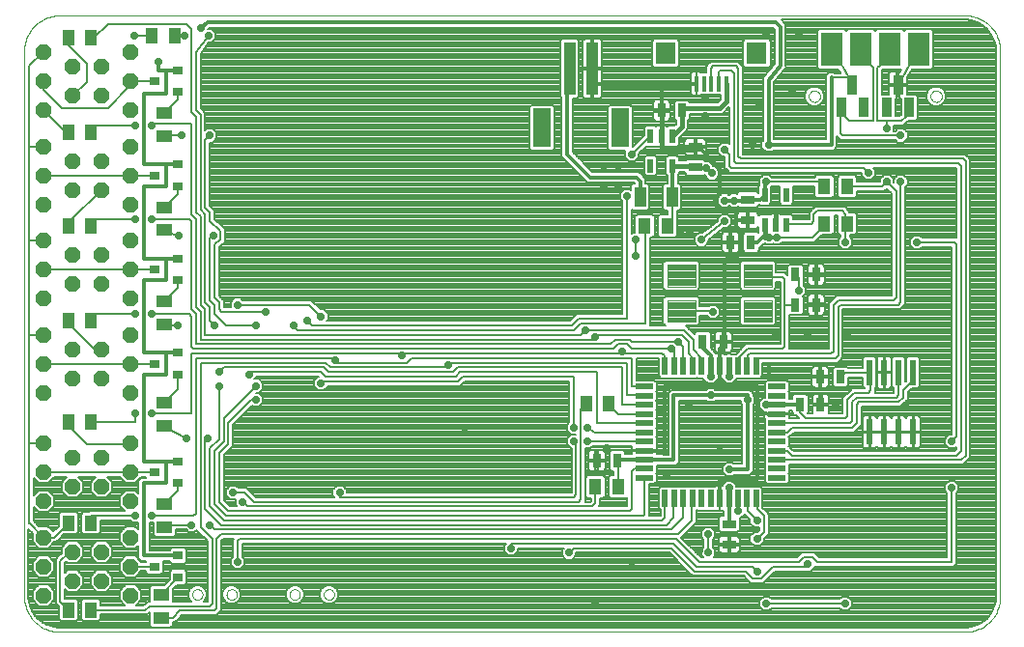
<source format=gtl>
G75*
G70*
%OFA0B0*%
%FSLAX24Y24*%
%IPPOS*%
%LPD*%
%AMOC8*
5,1,8,0,0,1.08239X$1,22.5*
%
%ADD10C,0.0001*%
%ADD11OC8,0.0520*%
%ADD12R,0.0217X0.0472*%
%ADD13R,0.0315X0.0472*%
%ADD14R,0.0472X0.0315*%
%ADD15R,0.0394X0.0709*%
%ADD16R,0.0394X0.1811*%
%ADD17R,0.0630X0.1339*%
%ADD18R,0.0433X0.0551*%
%ADD19R,0.0354X0.0315*%
%ADD20R,0.0551X0.0433*%
%ADD21C,0.0039*%
%ADD22R,0.0236X0.0866*%
%ADD23C,0.0000*%
%ADD24R,0.0591X0.0197*%
%ADD25R,0.0197X0.0591*%
%ADD26R,0.0138X0.0551*%
%ADD27R,0.0709X0.0748*%
%ADD28R,0.0354X0.0669*%
%ADD29R,0.0750X0.1150*%
%ADD30C,0.0080*%
%ADD31C,0.0160*%
%ADD32C,0.0140*%
%ADD33OC8,0.0240*%
D10*
X001323Y000141D02*
X032622Y000141D01*
X032688Y000143D01*
X032754Y000148D01*
X032820Y000158D01*
X032885Y000171D01*
X032949Y000187D01*
X033012Y000207D01*
X033074Y000231D01*
X033134Y000258D01*
X033193Y000288D01*
X033250Y000322D01*
X033305Y000359D01*
X033358Y000399D01*
X033409Y000441D01*
X033457Y000487D01*
X033503Y000535D01*
X033545Y000586D01*
X033585Y000639D01*
X033622Y000694D01*
X033656Y000751D01*
X033686Y000810D01*
X033713Y000870D01*
X033737Y000932D01*
X033757Y000995D01*
X033773Y001059D01*
X033786Y001124D01*
X033796Y001190D01*
X033801Y001256D01*
X033803Y001322D01*
X033803Y020220D01*
X033801Y020286D01*
X033796Y020352D01*
X033786Y020418D01*
X033773Y020483D01*
X033757Y020547D01*
X033737Y020610D01*
X033713Y020672D01*
X033686Y020732D01*
X033656Y020791D01*
X033622Y020848D01*
X033585Y020903D01*
X033545Y020956D01*
X033503Y021007D01*
X033457Y021055D01*
X033409Y021101D01*
X033358Y021143D01*
X033305Y021183D01*
X033250Y021220D01*
X033193Y021254D01*
X033134Y021284D01*
X033074Y021311D01*
X033012Y021335D01*
X032949Y021355D01*
X032885Y021371D01*
X032820Y021384D01*
X032754Y021394D01*
X032688Y021399D01*
X032622Y021401D01*
X001323Y021401D01*
X001257Y021399D01*
X001191Y021394D01*
X001125Y021384D01*
X001060Y021371D01*
X000996Y021355D01*
X000933Y021335D01*
X000871Y021311D01*
X000811Y021284D01*
X000752Y021254D01*
X000695Y021220D01*
X000640Y021183D01*
X000587Y021143D01*
X000536Y021101D01*
X000488Y021055D01*
X000442Y021007D01*
X000400Y020956D01*
X000360Y020903D01*
X000323Y020848D01*
X000289Y020791D01*
X000259Y020732D01*
X000232Y020672D01*
X000208Y020610D01*
X000188Y020547D01*
X000172Y020483D01*
X000159Y020418D01*
X000149Y020352D01*
X000144Y020286D01*
X000142Y020220D01*
X000142Y001322D01*
X000144Y001256D01*
X000149Y001190D01*
X000159Y001124D01*
X000172Y001059D01*
X000188Y000995D01*
X000208Y000932D01*
X000232Y000870D01*
X000259Y000810D01*
X000289Y000751D01*
X000323Y000694D01*
X000360Y000639D01*
X000400Y000586D01*
X000442Y000535D01*
X000488Y000487D01*
X000536Y000441D01*
X000587Y000399D01*
X000640Y000359D01*
X000695Y000322D01*
X000752Y000288D01*
X000811Y000258D01*
X000871Y000231D01*
X000933Y000207D01*
X000996Y000187D01*
X001060Y000171D01*
X001125Y000158D01*
X001191Y000148D01*
X001257Y000143D01*
X001323Y000141D01*
D11*
X000803Y001391D03*
X001803Y001891D03*
X002803Y001891D03*
X003803Y001391D03*
X003803Y002391D03*
X002803Y002891D03*
X001803Y002891D03*
X000803Y002391D03*
X000803Y003391D03*
X000803Y004641D03*
X001803Y005141D03*
X002803Y005141D03*
X003803Y004641D03*
X003803Y005641D03*
X002803Y006141D03*
X001803Y006141D03*
X000803Y005641D03*
X000803Y006641D03*
X000803Y008391D03*
X001803Y008891D03*
X002803Y008891D03*
X003803Y008391D03*
X003803Y009391D03*
X002803Y009891D03*
X001803Y009891D03*
X000803Y009391D03*
X000803Y010391D03*
X000803Y011641D03*
X001803Y012141D03*
X002803Y012141D03*
X003803Y011641D03*
X003803Y012641D03*
X002803Y013141D03*
X001803Y013141D03*
X000803Y012641D03*
X000803Y013641D03*
X000803Y014891D03*
X001803Y015391D03*
X002803Y015391D03*
X003803Y014891D03*
X003803Y015891D03*
X002803Y016391D03*
X001803Y016391D03*
X000803Y015891D03*
X000803Y016891D03*
X000803Y018141D03*
X001803Y018641D03*
X002803Y018641D03*
X003803Y018141D03*
X003803Y019141D03*
X002803Y019641D03*
X001803Y019641D03*
X000803Y019141D03*
X000803Y020141D03*
X003803Y020141D03*
X003803Y016891D03*
X003803Y013641D03*
X003803Y010391D03*
X003803Y006641D03*
X003803Y003391D03*
D12*
X021748Y016216D03*
X022496Y016216D03*
X022496Y017240D03*
X022122Y017240D03*
X021748Y017240D03*
X025687Y015213D03*
X026435Y015213D03*
X026435Y014189D03*
X026061Y014189D03*
X025687Y014189D03*
D13*
X025215Y013581D03*
X024507Y013581D03*
X026747Y012461D03*
X027455Y012461D03*
X027455Y011421D03*
X026747Y011421D03*
X024255Y010141D03*
X023547Y010141D03*
X026907Y007981D03*
X027615Y007981D03*
X027597Y008933D03*
X028306Y008933D03*
X020595Y006041D03*
X019887Y006041D03*
X022127Y018131D03*
X022835Y018131D03*
D14*
X023291Y016875D03*
X023291Y016167D03*
X025101Y015055D03*
X025101Y014347D03*
X024461Y003855D03*
X024461Y003147D03*
D15*
X022492Y015141D03*
X021390Y015141D03*
D16*
X019740Y019573D03*
X018953Y019573D03*
D17*
X018008Y017526D03*
X020685Y017526D03*
D18*
X021547Y014141D03*
X022335Y014141D03*
X027747Y014221D03*
X028535Y014221D03*
X028535Y015501D03*
X027747Y015501D03*
X020315Y008021D03*
X019527Y008021D03*
X019847Y005141D03*
X020635Y005141D03*
X002447Y003891D03*
X001659Y003891D03*
X001659Y000891D03*
X002447Y000891D03*
X002447Y007391D03*
X001659Y007391D03*
X001659Y010891D03*
X002447Y010891D03*
X002447Y014141D03*
X001659Y014141D03*
X001659Y017391D03*
X002447Y017391D03*
X002447Y020641D03*
X001659Y020641D03*
X004535Y020704D03*
X005322Y020704D03*
D19*
X005447Y019515D03*
X004620Y019141D03*
X005447Y018767D03*
X005447Y016265D03*
X004620Y015891D03*
X005447Y015517D03*
X005447Y013015D03*
X004620Y012641D03*
X005447Y012267D03*
X005447Y009765D03*
X004620Y009391D03*
X005447Y009017D03*
X005447Y006015D03*
X005447Y005267D03*
X004620Y005641D03*
X005447Y002765D03*
X005447Y002017D03*
X004620Y002391D03*
D20*
X004854Y001410D03*
X004854Y000622D03*
X004979Y003747D03*
X004979Y004535D03*
X004979Y007247D03*
X004979Y008035D03*
X004979Y010747D03*
X004979Y011535D03*
X004979Y013997D03*
X004979Y014785D03*
X004979Y017247D03*
X004979Y018035D03*
D21*
X022320Y012806D02*
X022320Y012058D01*
X022320Y012806D02*
X023306Y012806D01*
X023306Y012058D01*
X022320Y012058D01*
X022320Y012096D02*
X023306Y012096D01*
X023306Y012134D02*
X022320Y012134D01*
X022320Y012172D02*
X023306Y012172D01*
X023306Y012210D02*
X022320Y012210D01*
X022320Y012248D02*
X023306Y012248D01*
X023306Y012286D02*
X022320Y012286D01*
X022320Y012324D02*
X023306Y012324D01*
X023306Y012362D02*
X022320Y012362D01*
X022320Y012400D02*
X023306Y012400D01*
X023306Y012438D02*
X022320Y012438D01*
X022320Y012476D02*
X023306Y012476D01*
X023306Y012514D02*
X022320Y012514D01*
X022320Y012552D02*
X023306Y012552D01*
X023306Y012590D02*
X022320Y012590D01*
X022320Y012628D02*
X023306Y012628D01*
X023306Y012666D02*
X022320Y012666D01*
X022320Y012704D02*
X023306Y012704D01*
X023306Y012742D02*
X022320Y012742D01*
X022320Y012780D02*
X023306Y012780D01*
X024957Y012806D02*
X024957Y012058D01*
X024957Y012806D02*
X025943Y012806D01*
X025943Y012058D01*
X024957Y012058D01*
X024957Y012096D02*
X025943Y012096D01*
X025943Y012134D02*
X024957Y012134D01*
X024957Y012172D02*
X025943Y012172D01*
X025943Y012210D02*
X024957Y012210D01*
X024957Y012248D02*
X025943Y012248D01*
X025943Y012286D02*
X024957Y012286D01*
X024957Y012324D02*
X025943Y012324D01*
X025943Y012362D02*
X024957Y012362D01*
X024957Y012400D02*
X025943Y012400D01*
X025943Y012438D02*
X024957Y012438D01*
X024957Y012476D02*
X025943Y012476D01*
X025943Y012514D02*
X024957Y012514D01*
X024957Y012552D02*
X025943Y012552D01*
X025943Y012590D02*
X024957Y012590D01*
X024957Y012628D02*
X025943Y012628D01*
X025943Y012666D02*
X024957Y012666D01*
X024957Y012704D02*
X025943Y012704D01*
X025943Y012742D02*
X024957Y012742D01*
X024957Y012780D02*
X025943Y012780D01*
X024957Y011585D02*
X024957Y010837D01*
X024957Y011585D02*
X025943Y011585D01*
X025943Y010837D01*
X024957Y010837D01*
X024957Y010875D02*
X025943Y010875D01*
X025943Y010913D02*
X024957Y010913D01*
X024957Y010951D02*
X025943Y010951D01*
X025943Y010989D02*
X024957Y010989D01*
X024957Y011027D02*
X025943Y011027D01*
X025943Y011065D02*
X024957Y011065D01*
X024957Y011103D02*
X025943Y011103D01*
X025943Y011141D02*
X024957Y011141D01*
X024957Y011179D02*
X025943Y011179D01*
X025943Y011217D02*
X024957Y011217D01*
X024957Y011255D02*
X025943Y011255D01*
X025943Y011293D02*
X024957Y011293D01*
X024957Y011331D02*
X025943Y011331D01*
X025943Y011369D02*
X024957Y011369D01*
X024957Y011407D02*
X025943Y011407D01*
X025943Y011445D02*
X024957Y011445D01*
X024957Y011483D02*
X025943Y011483D01*
X025943Y011521D02*
X024957Y011521D01*
X024957Y011559D02*
X025943Y011559D01*
X022320Y011585D02*
X022320Y010837D01*
X022320Y011585D02*
X023306Y011585D01*
X023306Y010837D01*
X022320Y010837D01*
X022320Y010875D02*
X023306Y010875D01*
X023306Y010913D02*
X022320Y010913D01*
X022320Y010951D02*
X023306Y010951D01*
X023306Y010989D02*
X022320Y010989D01*
X022320Y011027D02*
X023306Y011027D01*
X023306Y011065D02*
X022320Y011065D01*
X022320Y011103D02*
X023306Y011103D01*
X023306Y011141D02*
X022320Y011141D01*
X022320Y011179D02*
X023306Y011179D01*
X023306Y011217D02*
X022320Y011217D01*
X022320Y011255D02*
X023306Y011255D01*
X023306Y011293D02*
X022320Y011293D01*
X022320Y011331D02*
X023306Y011331D01*
X023306Y011369D02*
X022320Y011369D01*
X022320Y011407D02*
X023306Y011407D01*
X023306Y011445D02*
X022320Y011445D01*
X022320Y011483D02*
X023306Y011483D01*
X023306Y011521D02*
X022320Y011521D01*
X022320Y011559D02*
X023306Y011559D01*
D22*
X029311Y009085D03*
X029811Y009085D03*
X030311Y009085D03*
X030811Y009085D03*
X030811Y007037D03*
X030311Y007037D03*
X029811Y007037D03*
X029311Y007037D03*
D23*
X027204Y018621D02*
X027206Y018648D01*
X027212Y018675D01*
X027221Y018701D01*
X027234Y018725D01*
X027250Y018748D01*
X027269Y018767D01*
X027291Y018784D01*
X027315Y018798D01*
X027340Y018808D01*
X027367Y018815D01*
X027394Y018818D01*
X027422Y018817D01*
X027449Y018812D01*
X027475Y018804D01*
X027499Y018792D01*
X027522Y018776D01*
X027543Y018758D01*
X027560Y018737D01*
X027575Y018713D01*
X027586Y018688D01*
X027594Y018662D01*
X027598Y018635D01*
X027598Y018607D01*
X027594Y018580D01*
X027586Y018554D01*
X027575Y018529D01*
X027560Y018505D01*
X027543Y018484D01*
X027522Y018466D01*
X027500Y018450D01*
X027475Y018438D01*
X027449Y018430D01*
X027422Y018425D01*
X027394Y018424D01*
X027367Y018427D01*
X027340Y018434D01*
X027315Y018444D01*
X027291Y018458D01*
X027269Y018475D01*
X027250Y018494D01*
X027234Y018517D01*
X027221Y018541D01*
X027212Y018567D01*
X027206Y018594D01*
X027204Y018621D01*
X031404Y018621D02*
X031406Y018648D01*
X031412Y018675D01*
X031421Y018701D01*
X031434Y018725D01*
X031450Y018748D01*
X031469Y018767D01*
X031491Y018784D01*
X031515Y018798D01*
X031540Y018808D01*
X031567Y018815D01*
X031594Y018818D01*
X031622Y018817D01*
X031649Y018812D01*
X031675Y018804D01*
X031699Y018792D01*
X031722Y018776D01*
X031743Y018758D01*
X031760Y018737D01*
X031775Y018713D01*
X031786Y018688D01*
X031794Y018662D01*
X031798Y018635D01*
X031798Y018607D01*
X031794Y018580D01*
X031786Y018554D01*
X031775Y018529D01*
X031760Y018505D01*
X031743Y018484D01*
X031722Y018466D01*
X031700Y018450D01*
X031675Y018438D01*
X031649Y018430D01*
X031622Y018425D01*
X031594Y018424D01*
X031567Y018427D01*
X031540Y018434D01*
X031515Y018444D01*
X031491Y018458D01*
X031469Y018475D01*
X031450Y018494D01*
X031434Y018517D01*
X031421Y018541D01*
X031412Y018567D01*
X031406Y018594D01*
X031404Y018621D01*
X010475Y001421D02*
X010477Y001447D01*
X010483Y001473D01*
X010493Y001498D01*
X010506Y001521D01*
X010522Y001541D01*
X010542Y001559D01*
X010564Y001574D01*
X010587Y001586D01*
X010613Y001594D01*
X010639Y001598D01*
X010665Y001598D01*
X010691Y001594D01*
X010717Y001586D01*
X010741Y001574D01*
X010762Y001559D01*
X010782Y001541D01*
X010798Y001521D01*
X010811Y001498D01*
X010821Y001473D01*
X010827Y001447D01*
X010829Y001421D01*
X010827Y001395D01*
X010821Y001369D01*
X010811Y001344D01*
X010798Y001321D01*
X010782Y001301D01*
X010762Y001283D01*
X010740Y001268D01*
X010717Y001256D01*
X010691Y001248D01*
X010665Y001244D01*
X010639Y001244D01*
X010613Y001248D01*
X010587Y001256D01*
X010563Y001268D01*
X010542Y001283D01*
X010522Y001301D01*
X010506Y001321D01*
X010493Y001344D01*
X010483Y001369D01*
X010477Y001395D01*
X010475Y001421D01*
X009294Y001421D02*
X009296Y001447D01*
X009302Y001473D01*
X009312Y001498D01*
X009325Y001521D01*
X009341Y001541D01*
X009361Y001559D01*
X009383Y001574D01*
X009406Y001586D01*
X009432Y001594D01*
X009458Y001598D01*
X009484Y001598D01*
X009510Y001594D01*
X009536Y001586D01*
X009560Y001574D01*
X009581Y001559D01*
X009601Y001541D01*
X009617Y001521D01*
X009630Y001498D01*
X009640Y001473D01*
X009646Y001447D01*
X009648Y001421D01*
X009646Y001395D01*
X009640Y001369D01*
X009630Y001344D01*
X009617Y001321D01*
X009601Y001301D01*
X009581Y001283D01*
X009559Y001268D01*
X009536Y001256D01*
X009510Y001248D01*
X009484Y001244D01*
X009458Y001244D01*
X009432Y001248D01*
X009406Y001256D01*
X009382Y001268D01*
X009361Y001283D01*
X009341Y001301D01*
X009325Y001321D01*
X009312Y001344D01*
X009302Y001369D01*
X009296Y001395D01*
X009294Y001421D01*
X007115Y001421D02*
X007117Y001447D01*
X007123Y001473D01*
X007133Y001498D01*
X007146Y001521D01*
X007162Y001541D01*
X007182Y001559D01*
X007204Y001574D01*
X007227Y001586D01*
X007253Y001594D01*
X007279Y001598D01*
X007305Y001598D01*
X007331Y001594D01*
X007357Y001586D01*
X007381Y001574D01*
X007402Y001559D01*
X007422Y001541D01*
X007438Y001521D01*
X007451Y001498D01*
X007461Y001473D01*
X007467Y001447D01*
X007469Y001421D01*
X007467Y001395D01*
X007461Y001369D01*
X007451Y001344D01*
X007438Y001321D01*
X007422Y001301D01*
X007402Y001283D01*
X007380Y001268D01*
X007357Y001256D01*
X007331Y001248D01*
X007305Y001244D01*
X007279Y001244D01*
X007253Y001248D01*
X007227Y001256D01*
X007203Y001268D01*
X007182Y001283D01*
X007162Y001301D01*
X007146Y001321D01*
X007133Y001344D01*
X007123Y001369D01*
X007117Y001395D01*
X007115Y001421D01*
X005934Y001421D02*
X005936Y001447D01*
X005942Y001473D01*
X005952Y001498D01*
X005965Y001521D01*
X005981Y001541D01*
X006001Y001559D01*
X006023Y001574D01*
X006046Y001586D01*
X006072Y001594D01*
X006098Y001598D01*
X006124Y001598D01*
X006150Y001594D01*
X006176Y001586D01*
X006200Y001574D01*
X006221Y001559D01*
X006241Y001541D01*
X006257Y001521D01*
X006270Y001498D01*
X006280Y001473D01*
X006286Y001447D01*
X006288Y001421D01*
X006286Y001395D01*
X006280Y001369D01*
X006270Y001344D01*
X006257Y001321D01*
X006241Y001301D01*
X006221Y001283D01*
X006199Y001268D01*
X006176Y001256D01*
X006150Y001248D01*
X006124Y001244D01*
X006098Y001244D01*
X006072Y001248D01*
X006046Y001256D01*
X006022Y001268D01*
X006001Y001283D01*
X005981Y001301D01*
X005965Y001321D01*
X005952Y001344D01*
X005942Y001369D01*
X005936Y001395D01*
X005934Y001421D01*
D24*
X021538Y005446D03*
X021538Y005761D03*
X021538Y006076D03*
X021538Y006391D03*
X021538Y006706D03*
X021538Y007021D03*
X021538Y007336D03*
X021538Y007651D03*
X021538Y007966D03*
X021538Y008281D03*
X021538Y008596D03*
X026105Y008596D03*
X026105Y008281D03*
X026105Y007966D03*
X026105Y007651D03*
X026105Y007336D03*
X026105Y007021D03*
X026105Y006706D03*
X026105Y006391D03*
X026105Y006076D03*
X026105Y005761D03*
X026105Y005446D03*
D25*
X025396Y004738D03*
X025081Y004738D03*
X024766Y004738D03*
X024451Y004738D03*
X024136Y004738D03*
X023821Y004738D03*
X023506Y004738D03*
X023191Y004738D03*
X022876Y004738D03*
X022561Y004738D03*
X022246Y004738D03*
X022246Y009305D03*
X022561Y009305D03*
X022876Y009305D03*
X023191Y009305D03*
X023506Y009305D03*
X023821Y009305D03*
X024136Y009305D03*
X024451Y009305D03*
X024766Y009305D03*
X025081Y009305D03*
X025396Y009305D03*
D26*
X024353Y019058D03*
X024097Y019058D03*
X023841Y019058D03*
X023585Y019058D03*
X023329Y019058D03*
D27*
X022266Y020101D03*
X025416Y020101D03*
D28*
X028320Y018227D03*
X029107Y018227D03*
X029895Y018227D03*
X030682Y018227D03*
X030289Y019015D03*
X028714Y019015D03*
D29*
X029001Y020246D03*
X028001Y020246D03*
X030001Y020246D03*
X031001Y020246D03*
D30*
X000587Y000586D02*
X000396Y000850D01*
X000295Y001159D01*
X000282Y001322D01*
X000282Y003686D01*
X000423Y003545D01*
X000423Y003234D01*
X000646Y003011D01*
X000960Y003011D01*
X001180Y003231D01*
X001226Y003231D01*
X001319Y003325D01*
X001490Y003496D01*
X001926Y003496D01*
X001996Y003566D01*
X001996Y004216D01*
X001926Y004287D01*
X001393Y004287D01*
X001323Y004216D01*
X001323Y003781D01*
X001137Y003595D01*
X000960Y003771D01*
X000649Y003771D01*
X000461Y003959D01*
X000461Y004446D01*
X000646Y004261D01*
X000960Y004261D01*
X001183Y004484D01*
X001183Y004798D01*
X000960Y005021D01*
X000646Y005021D01*
X000461Y004836D01*
X000461Y005446D01*
X000646Y005261D01*
X000960Y005261D01*
X001180Y005481D01*
X001606Y005481D01*
X001423Y005298D01*
X001423Y004984D01*
X001646Y004761D01*
X001960Y004761D01*
X002183Y004984D01*
X002183Y005298D01*
X002000Y005481D01*
X002606Y005481D01*
X002423Y005298D01*
X002423Y004984D01*
X002646Y004761D01*
X002960Y004761D01*
X003183Y004984D01*
X003183Y005298D01*
X003000Y005481D01*
X003426Y005481D01*
X003646Y005261D01*
X003960Y005261D01*
X004180Y005481D01*
X004323Y005481D01*
X004323Y005451D01*
X004182Y005451D01*
X004071Y005340D01*
X004071Y005182D01*
X004071Y004910D01*
X003960Y005021D01*
X003646Y005021D01*
X003423Y004798D01*
X003423Y004484D01*
X003606Y004301D01*
X002380Y004301D01*
X002366Y004287D01*
X002181Y004287D01*
X002110Y004216D01*
X002110Y003566D01*
X002181Y003496D01*
X002713Y003496D01*
X002783Y003566D01*
X002783Y003981D01*
X003802Y003981D01*
X003882Y003901D01*
X004071Y003901D01*
X004071Y003660D01*
X003960Y003771D01*
X003646Y003771D01*
X003423Y003548D01*
X003423Y003234D01*
X003646Y003011D01*
X003960Y003011D01*
X004071Y003122D01*
X004071Y002686D01*
X004182Y002575D01*
X004323Y002575D01*
X004323Y002551D01*
X004180Y002551D01*
X003960Y002771D01*
X003646Y002771D01*
X003423Y002548D01*
X003423Y002234D01*
X003646Y002011D01*
X003960Y002011D01*
X004180Y002231D01*
X004323Y002231D01*
X004323Y002184D01*
X004393Y002114D01*
X004847Y002114D01*
X004917Y002184D01*
X004917Y002575D01*
X005150Y002575D01*
X005150Y002558D01*
X005220Y002488D01*
X005674Y002488D01*
X005744Y002558D01*
X005744Y002972D01*
X005674Y003043D01*
X005220Y003043D01*
X005150Y002972D01*
X005150Y002955D01*
X004451Y002955D01*
X004451Y003901D01*
X004584Y003901D01*
X004584Y003481D01*
X004654Y003411D01*
X005304Y003411D01*
X005375Y003481D01*
X005375Y003661D01*
X005722Y003661D01*
X005802Y003581D01*
X006000Y003581D01*
X006078Y003658D01*
X006461Y003275D01*
X006461Y001181D01*
X006319Y001181D01*
X006379Y001241D01*
X006461Y001241D01*
X006461Y001319D02*
X006412Y001319D01*
X006428Y001358D02*
X006428Y001484D01*
X006379Y001601D01*
X006290Y001690D01*
X006174Y001738D01*
X006047Y001738D01*
X005931Y001690D01*
X005842Y001601D01*
X005793Y001484D01*
X005793Y001358D01*
X005842Y001241D01*
X005250Y001241D01*
X005250Y001181D02*
X005250Y001594D01*
X005396Y001740D01*
X005674Y001740D01*
X005744Y001810D01*
X005744Y002224D01*
X005674Y002295D01*
X005220Y002295D01*
X005150Y002224D01*
X005150Y001946D01*
X004950Y001746D01*
X004529Y001746D01*
X004459Y001676D01*
X004459Y001182D01*
X004412Y001187D01*
X004404Y001181D01*
X004395Y001181D01*
X004354Y001140D01*
X004244Y001051D01*
X004000Y001051D01*
X004183Y001234D01*
X004183Y001548D01*
X003960Y001771D01*
X003646Y001771D01*
X003423Y001548D01*
X003423Y001234D01*
X003606Y001051D01*
X002783Y001051D01*
X002783Y001216D01*
X002713Y001287D01*
X002181Y001287D01*
X002110Y001216D01*
X002110Y000566D01*
X002181Y000496D01*
X002713Y000496D01*
X002783Y000566D01*
X002783Y000731D01*
X004293Y000731D01*
X004351Y000725D01*
X004358Y000731D01*
X004367Y000731D01*
X004408Y000772D01*
X004459Y000813D01*
X004459Y000356D01*
X004529Y000286D01*
X005179Y000286D01*
X005250Y000356D01*
X005250Y000461D01*
X005327Y000461D01*
X005421Y000555D01*
X005567Y000701D01*
X006767Y000701D01*
X006861Y000795D01*
X006941Y000875D01*
X006941Y001007D01*
X006941Y003275D01*
X007007Y003341D01*
X007355Y003341D01*
X007341Y003327D01*
X007341Y002720D01*
X007261Y002640D01*
X007261Y002442D01*
X007402Y002301D01*
X007600Y002301D01*
X007741Y002442D01*
X007741Y002640D01*
X007661Y002720D01*
X007661Y003181D01*
X016762Y003181D01*
X016701Y003120D01*
X016701Y002922D01*
X016842Y002781D01*
X017040Y002781D01*
X017181Y002922D01*
X017181Y003021D01*
X018752Y003021D01*
X018691Y002960D01*
X018691Y002762D01*
X018832Y002621D01*
X019030Y002621D01*
X019171Y002762D01*
X019171Y002861D01*
X022395Y002861D01*
X023101Y002155D01*
X023195Y002061D01*
X024955Y002061D01*
X025101Y001915D01*
X025195Y001821D01*
X025515Y001821D01*
X025647Y001821D01*
X026047Y002221D01*
X027247Y002221D01*
X027280Y002221D01*
X027421Y002362D01*
X027421Y002395D01*
X027435Y002381D01*
X032207Y002381D01*
X032301Y002475D01*
X032301Y002607D01*
X032301Y004922D01*
X032381Y005002D01*
X032381Y005200D01*
X032240Y005341D01*
X032042Y005341D01*
X031901Y005200D01*
X031901Y005002D01*
X031981Y004922D01*
X031981Y002701D01*
X027567Y002701D01*
X027407Y002861D01*
X027275Y002861D01*
X026955Y002861D01*
X026861Y002767D01*
X026795Y002701D01*
X023920Y002701D01*
X023981Y002762D01*
X023981Y002960D01*
X023901Y003040D01*
X023901Y003322D01*
X023981Y003402D01*
X023981Y003600D01*
X023840Y003741D01*
X023642Y003741D01*
X023501Y003600D01*
X023501Y003402D01*
X023581Y003322D01*
X023581Y003040D01*
X023501Y002960D01*
X023501Y002762D01*
X023562Y002701D01*
X023487Y002701D01*
X022807Y003381D01*
X023247Y003821D01*
X023341Y003915D01*
X023341Y004324D01*
X023349Y004332D01*
X023358Y004322D01*
X023654Y004322D01*
X023664Y004332D01*
X023673Y004322D01*
X023965Y004322D01*
X023984Y004312D01*
X024019Y004302D01*
X024127Y004302D01*
X024127Y004728D01*
X024145Y004728D01*
X024145Y004302D01*
X024253Y004302D01*
X024261Y004305D01*
X024261Y004133D01*
X024175Y004133D01*
X024105Y004063D01*
X024105Y003648D01*
X024175Y003578D01*
X024747Y003578D01*
X024817Y003648D01*
X024817Y004061D01*
X024880Y004061D01*
X024998Y004178D01*
X025181Y003995D01*
X025181Y003882D01*
X025322Y003741D01*
X025501Y003741D01*
X025501Y003647D01*
X025435Y003581D01*
X025322Y003581D01*
X025181Y003440D01*
X024732Y003440D01*
X024716Y003444D02*
X024500Y003444D01*
X024500Y003186D01*
X024422Y003186D01*
X024422Y003444D01*
X024206Y003444D01*
X024171Y003435D01*
X024139Y003416D01*
X024113Y003390D01*
X024094Y003358D01*
X024085Y003323D01*
X024085Y003186D01*
X024422Y003186D01*
X024422Y003108D01*
X024085Y003108D01*
X024085Y002971D01*
X024094Y002935D01*
X024113Y002903D01*
X024139Y002877D01*
X024171Y002859D01*
X024206Y002849D01*
X024422Y002849D01*
X024422Y003108D01*
X024500Y003108D01*
X024500Y003186D01*
X024837Y003186D01*
X024837Y003323D01*
X024828Y003358D01*
X024809Y003390D01*
X024783Y003416D01*
X024751Y003435D01*
X024716Y003444D01*
X024826Y003361D02*
X025181Y003361D01*
X025181Y003283D02*
X024837Y003283D01*
X024837Y003204D02*
X025219Y003204D01*
X025181Y003242D02*
X025322Y003101D01*
X025520Y003101D01*
X025661Y003242D01*
X025661Y003355D01*
X025821Y003515D01*
X025821Y003647D01*
X025821Y004207D01*
X025727Y004301D01*
X025614Y004414D01*
X025614Y005083D01*
X025544Y005153D01*
X025248Y005153D01*
X025238Y005144D01*
X025229Y005153D01*
X024933Y005153D01*
X024923Y005144D01*
X024914Y005153D01*
X024701Y005153D01*
X024701Y005200D01*
X024560Y005341D01*
X024362Y005341D01*
X024221Y005200D01*
X024221Y005173D01*
X024145Y005173D01*
X024145Y004747D01*
X024127Y004747D01*
X024127Y005173D01*
X024019Y005173D01*
X023984Y005163D01*
X023965Y005153D01*
X023673Y005153D01*
X023664Y005144D01*
X023654Y005153D01*
X023358Y005153D01*
X023349Y005144D01*
X023339Y005153D01*
X023043Y005153D01*
X023034Y005144D01*
X023024Y005153D01*
X022728Y005153D01*
X022719Y005144D01*
X022709Y005153D01*
X022413Y005153D01*
X022404Y005144D01*
X022394Y005153D01*
X022098Y005153D01*
X022028Y005083D01*
X022028Y004393D01*
X022086Y004334D01*
X022086Y004153D01*
X022075Y004141D01*
X021698Y004141D01*
X021698Y004244D01*
X021698Y005228D01*
X021883Y005228D01*
X021953Y005298D01*
X021953Y005594D01*
X021944Y005604D01*
X021953Y005613D01*
X021953Y005880D01*
X022461Y005872D01*
X022462Y005871D01*
X022539Y005871D01*
X022617Y005870D01*
X022618Y005871D01*
X022620Y005871D01*
X022675Y005926D01*
X022730Y005980D01*
X022730Y005981D01*
X022731Y005982D01*
X022731Y006060D01*
X022732Y006137D01*
X022731Y006138D01*
X022731Y008111D01*
X023672Y008111D01*
X023722Y008061D01*
X023920Y008061D01*
X023970Y008111D01*
X024861Y008111D01*
X024861Y008032D01*
X024911Y007982D01*
X024911Y005931D01*
X024610Y005931D01*
X024560Y005981D01*
X024362Y005981D01*
X024221Y005840D01*
X024221Y005642D01*
X024362Y005501D01*
X024560Y005501D01*
X024610Y005551D01*
X025022Y005551D01*
X025180Y005551D01*
X025291Y005662D01*
X025291Y007982D01*
X025341Y008032D01*
X025341Y008230D01*
X025291Y008280D01*
X025291Y008380D01*
X025180Y008491D01*
X025022Y008491D01*
X023970Y008491D01*
X023920Y008541D01*
X023722Y008541D01*
X023672Y008491D01*
X022462Y008491D01*
X022351Y008380D01*
X022351Y008222D01*
X022351Y006254D01*
X021969Y006260D01*
X021973Y006274D01*
X021973Y006382D01*
X021547Y006382D01*
X021547Y006400D01*
X021973Y006400D01*
X021973Y006508D01*
X021963Y006544D01*
X021953Y006562D01*
X021953Y006854D01*
X021944Y006864D01*
X021953Y006873D01*
X021953Y007169D01*
X021944Y007179D01*
X021953Y007188D01*
X021953Y007484D01*
X021944Y007494D01*
X021953Y007503D01*
X021953Y007799D01*
X021944Y007809D01*
X021953Y007818D01*
X021953Y008114D01*
X021944Y008123D01*
X021953Y008133D01*
X021953Y008429D01*
X021944Y008438D01*
X021953Y008448D01*
X021953Y008744D01*
X021883Y008814D01*
X021261Y008814D01*
X021261Y009515D01*
X021261Y009581D01*
X022028Y009581D01*
X022028Y008960D01*
X022098Y008889D01*
X022394Y008889D01*
X022404Y008899D01*
X022413Y008889D01*
X022709Y008889D01*
X022719Y008899D01*
X022728Y008889D01*
X023024Y008889D01*
X023034Y008899D01*
X023043Y008889D01*
X023339Y008889D01*
X023349Y008899D01*
X023358Y008889D01*
X023581Y008889D01*
X023581Y008842D01*
X023722Y008701D01*
X023920Y008701D01*
X024061Y008842D01*
X024061Y008869D01*
X024127Y008869D01*
X024127Y009295D01*
X024145Y009295D01*
X024145Y008869D01*
X024221Y008869D01*
X024221Y008842D01*
X024362Y008701D01*
X024560Y008701D01*
X024701Y008842D01*
X024701Y008889D01*
X024914Y008889D01*
X024923Y008899D01*
X024933Y008889D01*
X025229Y008889D01*
X025238Y008899D01*
X025248Y008889D01*
X025544Y008889D01*
X025614Y008960D01*
X025614Y009421D01*
X028207Y009421D01*
X028301Y009515D01*
X028381Y009595D01*
X028381Y009727D01*
X028381Y011261D01*
X030235Y011261D01*
X030367Y011261D01*
X030447Y011341D01*
X030541Y011435D01*
X030541Y015482D01*
X030621Y015562D01*
X030621Y015760D01*
X030480Y015901D01*
X030282Y015901D01*
X030141Y015760D01*
X030000Y015901D01*
X029802Y015901D01*
X029661Y015760D01*
X029661Y015661D01*
X028871Y015661D01*
X028871Y015826D01*
X028801Y015897D01*
X028269Y015897D01*
X028198Y015826D01*
X028198Y015176D01*
X028269Y015106D01*
X028801Y015106D01*
X028871Y015176D01*
X028871Y015341D01*
X029807Y015341D01*
X029887Y015421D01*
X029915Y015421D01*
X030061Y015275D01*
X030061Y011741D01*
X028155Y011741D01*
X028061Y011647D01*
X027901Y011487D01*
X027901Y011355D01*
X027901Y009901D01*
X026527Y009901D01*
X026541Y009915D01*
X026541Y011065D01*
X026954Y011065D01*
X027024Y011135D01*
X027024Y011707D01*
X027015Y011716D01*
X027101Y011802D01*
X027101Y012000D01*
X027021Y012080D01*
X027021Y012172D01*
X027024Y012175D01*
X027024Y012747D01*
X026954Y012817D01*
X026540Y012817D01*
X026469Y012747D01*
X026469Y012439D01*
X026461Y012447D01*
X026367Y012541D01*
X026082Y012541D01*
X026082Y012864D01*
X026000Y012945D01*
X024900Y012945D01*
X024819Y012864D01*
X024819Y012000D01*
X024900Y011918D01*
X026000Y011918D01*
X026082Y012000D01*
X026082Y012221D01*
X026221Y012221D01*
X026221Y011487D01*
X026221Y011355D01*
X026221Y010061D01*
X025035Y010061D01*
X024941Y009967D01*
X024694Y009720D01*
X024618Y009720D01*
X024609Y009710D01*
X024599Y009720D01*
X024528Y009720D01*
X024517Y009731D01*
X024385Y009731D01*
X024374Y009720D01*
X024307Y009720D01*
X024289Y009730D01*
X024253Y009740D01*
X024145Y009740D01*
X024145Y009314D01*
X024127Y009314D01*
X024127Y009740D01*
X024019Y009740D01*
X024011Y009738D01*
X024011Y009740D01*
X023824Y009927D01*
X023824Y010427D01*
X023754Y010497D01*
X023340Y010497D01*
X023269Y010427D01*
X023269Y010399D01*
X022971Y010697D01*
X023362Y010697D01*
X023444Y010779D01*
X023444Y011051D01*
X023692Y011051D01*
X023802Y010941D01*
X024000Y010941D01*
X024141Y011082D01*
X024141Y011280D01*
X024000Y011421D01*
X023802Y011421D01*
X023752Y011371D01*
X023444Y011371D01*
X023444Y011643D01*
X023362Y011725D01*
X022263Y011725D01*
X022181Y011643D01*
X022181Y010779D01*
X022259Y010701D01*
X021727Y010701D01*
X021741Y010715D01*
X021741Y010847D01*
X021741Y013746D01*
X021814Y013746D01*
X021884Y013816D01*
X021884Y014466D01*
X021814Y014537D01*
X021281Y014537D01*
X021211Y014466D01*
X021211Y013901D01*
X021122Y013901D01*
X021101Y013880D01*
X021101Y014709D01*
X021143Y014667D01*
X021636Y014667D01*
X021707Y014737D01*
X021707Y015545D01*
X021636Y015615D01*
X021580Y015615D01*
X021580Y015771D01*
X021451Y015900D01*
X021340Y016011D01*
X019740Y016011D01*
X019051Y016700D01*
X019051Y018548D01*
X019199Y018548D01*
X019270Y018618D01*
X019270Y020528D01*
X019199Y020599D01*
X018706Y020599D01*
X018636Y020528D01*
X018636Y018618D01*
X018671Y018583D01*
X018671Y016700D01*
X018671Y016542D01*
X019582Y015631D01*
X019740Y015631D01*
X021182Y015631D01*
X021198Y015615D01*
X021143Y015615D01*
X021073Y015545D01*
X021073Y015388D01*
X021040Y015421D01*
X020842Y015421D01*
X020701Y015280D01*
X020701Y015082D01*
X020781Y015002D01*
X020781Y011101D01*
X019195Y011101D01*
X019101Y011007D01*
X018955Y010861D01*
X010560Y010861D01*
X010621Y010922D01*
X010621Y011120D01*
X010480Y011261D01*
X010367Y011261D01*
X010047Y011581D01*
X009915Y011581D01*
X007680Y011581D01*
X007600Y011661D01*
X007402Y011661D01*
X007261Y011520D01*
X007261Y011341D01*
X007021Y011341D01*
X007021Y011435D01*
X007021Y011567D01*
X006861Y011727D01*
X006861Y013424D01*
X006957Y013501D01*
X006967Y013501D01*
X007008Y013542D01*
X007053Y013578D01*
X007054Y013588D01*
X007061Y013595D01*
X007061Y013652D01*
X007067Y013709D01*
X007061Y013717D01*
X007061Y013920D01*
X007065Y013924D01*
X007061Y013986D01*
X007061Y014047D01*
X007057Y014051D01*
X007057Y014057D01*
X007011Y014098D01*
X006967Y014141D01*
X006962Y014141D01*
X006701Y014373D01*
X006701Y014555D01*
X006701Y014687D01*
X006541Y014847D01*
X006541Y017021D01*
X006640Y017021D01*
X006781Y017162D01*
X006781Y017360D01*
X006640Y017501D01*
X006442Y017501D01*
X006381Y017440D01*
X006381Y018047D01*
X006287Y018141D01*
X006221Y018207D01*
X006221Y020086D01*
X006516Y020461D01*
X006600Y020461D01*
X006741Y020602D01*
X006741Y020800D01*
X006600Y020941D01*
X006470Y020941D01*
X006530Y020991D01*
X025982Y020991D01*
X026031Y020942D01*
X026031Y019730D01*
X025681Y019309D01*
X025631Y019260D01*
X025631Y019250D01*
X025625Y019242D01*
X025631Y019173D01*
X025631Y017090D01*
X025581Y017040D01*
X025581Y016842D01*
X025722Y016701D01*
X025920Y016701D01*
X025970Y016751D01*
X027912Y016751D01*
X028070Y016751D01*
X028181Y016862D01*
X028181Y017235D01*
X028235Y017181D01*
X028315Y017101D01*
X028447Y017101D01*
X030202Y017101D01*
X030282Y017021D01*
X030480Y017021D01*
X030621Y017162D01*
X030621Y017360D01*
X030480Y017501D01*
X030282Y017501D01*
X030202Y017421D01*
X030141Y017421D01*
X030141Y017600D01*
X030130Y017611D01*
X030335Y017611D01*
X030467Y017611D01*
X030629Y017773D01*
X030909Y017773D01*
X030979Y017843D01*
X030979Y018612D01*
X030909Y018682D01*
X030606Y018682D01*
X030606Y018975D01*
X030329Y018975D01*
X030329Y019055D01*
X030606Y019055D01*
X030606Y019269D01*
X030767Y019551D01*
X031426Y019551D01*
X031496Y019621D01*
X031496Y020871D01*
X031426Y020941D01*
X030576Y020941D01*
X030506Y020871D01*
X030506Y020861D01*
X030496Y020861D01*
X030496Y020871D01*
X030426Y020941D01*
X029576Y020941D01*
X029506Y020871D01*
X029506Y020861D01*
X029496Y020861D01*
X029496Y020871D01*
X029426Y020941D01*
X028576Y020941D01*
X028506Y020871D01*
X028506Y020861D01*
X028496Y020861D01*
X028496Y020871D01*
X028426Y020941D01*
X027576Y020941D01*
X027506Y020871D01*
X027506Y019621D01*
X027576Y019551D01*
X028235Y019551D01*
X028310Y019421D01*
X028100Y019421D01*
X028070Y019451D01*
X027912Y019451D01*
X027801Y019340D01*
X027801Y017131D01*
X026011Y017131D01*
X026011Y019112D01*
X026361Y019533D01*
X026411Y019582D01*
X026411Y019592D01*
X026417Y019600D01*
X026411Y019670D01*
X026411Y020942D01*
X026411Y021100D01*
X026251Y021260D01*
X026250Y021260D01*
X032622Y021260D01*
X032785Y021248D01*
X033094Y021147D01*
X033358Y020956D01*
X033549Y020692D01*
X033650Y020383D01*
X033663Y020220D01*
X033663Y001322D01*
X033650Y001159D01*
X033549Y000850D01*
X033358Y000586D01*
X033094Y000395D01*
X032785Y000294D01*
X032622Y000282D01*
X001323Y000282D01*
X001160Y000294D01*
X000850Y000395D01*
X000587Y000586D01*
X000568Y000612D02*
X001323Y000612D01*
X001323Y000566D02*
X001393Y000496D01*
X001926Y000496D01*
X001996Y000566D01*
X001996Y001216D01*
X001926Y001287D01*
X001541Y001287D01*
X001541Y001616D01*
X001646Y001511D01*
X001960Y001511D01*
X002183Y001734D01*
X002183Y002048D01*
X001960Y002271D01*
X001646Y002271D01*
X001541Y002166D01*
X001541Y002515D01*
X001591Y002565D01*
X001646Y002511D01*
X001960Y002511D01*
X002183Y002734D01*
X002183Y003048D01*
X001960Y003271D01*
X001646Y003271D01*
X001423Y003048D01*
X001423Y002849D01*
X001315Y002741D01*
X001221Y002647D01*
X001221Y001236D01*
X001221Y001103D01*
X001323Y001001D01*
X001323Y000566D01*
X001355Y000534D02*
X000659Y000534D01*
X000767Y000455D02*
X004459Y000455D01*
X004459Y000377D02*
X000906Y000377D01*
X001148Y000298D02*
X004516Y000298D01*
X004459Y000534D02*
X002751Y000534D01*
X002783Y000612D02*
X004459Y000612D01*
X004459Y000691D02*
X002783Y000691D01*
X002447Y000891D02*
X004301Y000891D01*
X004461Y001021D01*
X006541Y001021D01*
X006621Y001101D01*
X006621Y003341D01*
X006221Y003741D01*
X006221Y009421D01*
X010541Y009421D01*
X010701Y009261D01*
X014781Y009261D01*
X014781Y009341D01*
X014781Y009421D01*
X020941Y009421D01*
X020941Y008301D01*
X021517Y008301D01*
X021538Y008281D01*
X021538Y008301D01*
X021538Y008596D02*
X021512Y008621D01*
X021101Y008621D01*
X021101Y009581D01*
X013501Y009581D01*
X013341Y009421D01*
X010941Y009421D01*
X010861Y009501D01*
X010861Y009581D01*
X006061Y009581D01*
X006061Y004221D01*
X005981Y004141D01*
X004541Y004141D01*
X004979Y004535D02*
X005447Y005002D01*
X005447Y005267D01*
X005447Y006015D02*
X005447Y006021D01*
X004620Y005641D02*
X003803Y005641D01*
X000803Y005641D01*
X000503Y005404D02*
X000461Y005404D01*
X000461Y005325D02*
X000582Y005325D01*
X000461Y005246D02*
X001423Y005246D01*
X001423Y005168D02*
X000461Y005168D01*
X000461Y005089D02*
X001423Y005089D01*
X001423Y005011D02*
X000971Y005011D01*
X001049Y004932D02*
X001475Y004932D01*
X001553Y004854D02*
X001128Y004854D01*
X001183Y004775D02*
X001632Y004775D01*
X001974Y004775D02*
X002632Y004775D01*
X002553Y004854D02*
X002053Y004854D01*
X002132Y004932D02*
X002475Y004932D01*
X002423Y005011D02*
X002183Y005011D01*
X002183Y005089D02*
X002423Y005089D01*
X002423Y005168D02*
X002183Y005168D01*
X002183Y005246D02*
X002423Y005246D01*
X002450Y005325D02*
X002157Y005325D01*
X002078Y005404D02*
X002528Y005404D01*
X003078Y005404D02*
X003503Y005404D01*
X003582Y005325D02*
X003157Y005325D01*
X003183Y005246D02*
X004071Y005246D01*
X004071Y005168D02*
X003183Y005168D01*
X003183Y005089D02*
X004071Y005089D01*
X004071Y005011D02*
X003971Y005011D01*
X004049Y004932D02*
X004071Y004932D01*
X003635Y005011D02*
X003183Y005011D01*
X003132Y004932D02*
X003557Y004932D01*
X003478Y004854D02*
X003053Y004854D01*
X002974Y004775D02*
X003423Y004775D01*
X003423Y004697D02*
X001183Y004697D01*
X001183Y004618D02*
X003423Y004618D01*
X003423Y004540D02*
X001183Y004540D01*
X001160Y004461D02*
X003446Y004461D01*
X003524Y004382D02*
X001082Y004382D01*
X001003Y004304D02*
X003603Y004304D01*
X003981Y004141D02*
X002447Y004141D01*
X002447Y003891D01*
X002783Y003911D02*
X003872Y003911D01*
X003977Y003754D02*
X004071Y003754D01*
X004071Y003676D02*
X004056Y003676D01*
X004071Y003833D02*
X002783Y003833D01*
X002783Y003754D02*
X003629Y003754D01*
X003550Y003676D02*
X002783Y003676D01*
X002783Y003597D02*
X003472Y003597D01*
X003423Y003518D02*
X002736Y003518D01*
X002646Y003271D02*
X002423Y003048D01*
X002423Y002734D01*
X002646Y002511D01*
X002960Y002511D01*
X003183Y002734D01*
X003183Y003048D01*
X002960Y003271D01*
X002646Y003271D01*
X002579Y003204D02*
X002027Y003204D01*
X002106Y003126D02*
X002500Y003126D01*
X002423Y003047D02*
X002183Y003047D01*
X002183Y002969D02*
X002423Y002969D01*
X002423Y002890D02*
X002183Y002890D01*
X002183Y002812D02*
X002423Y002812D01*
X002424Y002733D02*
X002182Y002733D01*
X002104Y002654D02*
X002502Y002654D01*
X002581Y002576D02*
X002025Y002576D01*
X001970Y002262D02*
X002636Y002262D01*
X002646Y002271D02*
X002423Y002048D01*
X002423Y001734D01*
X002646Y001511D01*
X002960Y001511D01*
X003183Y001734D01*
X003183Y002048D01*
X002960Y002271D01*
X002646Y002271D01*
X002558Y002183D02*
X002048Y002183D01*
X002127Y002105D02*
X002479Y002105D01*
X002423Y002026D02*
X002183Y002026D01*
X002183Y001948D02*
X002423Y001948D01*
X002423Y001869D02*
X002183Y001869D01*
X002183Y001791D02*
X002423Y001791D01*
X002445Y001712D02*
X002161Y001712D01*
X002083Y001633D02*
X002523Y001633D01*
X002602Y001555D02*
X002004Y001555D01*
X001602Y001555D02*
X001541Y001555D01*
X001541Y001476D02*
X003423Y001476D01*
X003423Y001398D02*
X001541Y001398D01*
X001541Y001319D02*
X003423Y001319D01*
X003423Y001241D02*
X002759Y001241D01*
X002783Y001162D02*
X003495Y001162D01*
X003573Y001084D02*
X002783Y001084D01*
X003004Y001555D02*
X003429Y001555D01*
X003508Y001633D02*
X003083Y001633D01*
X003161Y001712D02*
X003587Y001712D01*
X003183Y001791D02*
X004994Y001791D01*
X005073Y001869D02*
X003183Y001869D01*
X003183Y001948D02*
X005150Y001948D01*
X005150Y002026D02*
X003975Y002026D01*
X004054Y002105D02*
X005150Y002105D01*
X005150Y002183D02*
X004916Y002183D01*
X004917Y002262D02*
X005187Y002262D01*
X005210Y002497D02*
X004917Y002497D01*
X004917Y002419D02*
X006461Y002419D01*
X006461Y002497D02*
X005683Y002497D01*
X005744Y002576D02*
X006461Y002576D01*
X006461Y002654D02*
X005744Y002654D01*
X005744Y002733D02*
X006461Y002733D01*
X006461Y002812D02*
X005744Y002812D01*
X005744Y002890D02*
X006461Y002890D01*
X006461Y002969D02*
X005744Y002969D01*
X005150Y002969D02*
X004451Y002969D01*
X004451Y003047D02*
X006461Y003047D01*
X006461Y003126D02*
X004451Y003126D01*
X004451Y003204D02*
X006461Y003204D01*
X006453Y003283D02*
X004451Y003283D01*
X004451Y003361D02*
X006375Y003361D01*
X006296Y003440D02*
X005333Y003440D01*
X005375Y003518D02*
X006217Y003518D01*
X006139Y003597D02*
X006016Y003597D01*
X005786Y003597D02*
X005375Y003597D01*
X004979Y003747D02*
X004979Y003821D01*
X005901Y003821D01*
X006541Y003821D02*
X006701Y003661D01*
X022461Y003661D01*
X022861Y004061D01*
X022861Y004723D01*
X022876Y004738D01*
X023181Y004728D02*
X023191Y004738D01*
X023181Y004728D02*
X023181Y003981D01*
X022701Y003501D01*
X006941Y003501D01*
X006781Y003341D01*
X006781Y000941D01*
X006701Y000861D01*
X005501Y000861D01*
X005261Y000621D01*
X004855Y000621D01*
X004854Y000622D01*
X004459Y000769D02*
X004406Y000769D01*
X004284Y001084D02*
X004033Y001084D01*
X004111Y001162D02*
X004376Y001162D01*
X004459Y001241D02*
X004183Y001241D01*
X004183Y001319D02*
X004459Y001319D01*
X004459Y001398D02*
X004183Y001398D01*
X004183Y001476D02*
X004459Y001476D01*
X004459Y001555D02*
X004177Y001555D01*
X004098Y001633D02*
X004459Y001633D01*
X004494Y001712D02*
X004020Y001712D01*
X003631Y002026D02*
X003183Y002026D01*
X003127Y002105D02*
X003552Y002105D01*
X003474Y002183D02*
X003048Y002183D01*
X002970Y002262D02*
X003423Y002262D01*
X003423Y002340D02*
X001541Y002340D01*
X001541Y002262D02*
X001636Y002262D01*
X001558Y002183D02*
X001541Y002183D01*
X001541Y002419D02*
X003423Y002419D01*
X003423Y002497D02*
X001541Y002497D01*
X001381Y002581D02*
X001381Y001169D01*
X001659Y000891D01*
X001323Y000927D02*
X000371Y000927D01*
X000345Y001005D02*
X001319Y001005D01*
X001241Y001084D02*
X001033Y001084D01*
X000960Y001011D02*
X001183Y001234D01*
X001183Y001548D01*
X000960Y001771D01*
X000646Y001771D01*
X000423Y001548D01*
X000423Y001234D01*
X000646Y001011D01*
X000960Y001011D01*
X001111Y001162D02*
X001221Y001162D01*
X001221Y001241D02*
X001183Y001241D01*
X001183Y001319D02*
X001221Y001319D01*
X001221Y001398D02*
X001183Y001398D01*
X001183Y001476D02*
X001221Y001476D01*
X001221Y001555D02*
X001177Y001555D01*
X001221Y001633D02*
X001098Y001633D01*
X001020Y001712D02*
X001221Y001712D01*
X001221Y001791D02*
X000282Y001791D01*
X000282Y001869D02*
X001221Y001869D01*
X001221Y001948D02*
X000282Y001948D01*
X000282Y002026D02*
X000631Y002026D01*
X000646Y002011D02*
X000960Y002011D01*
X001183Y002234D01*
X001183Y002548D01*
X000960Y002771D01*
X000646Y002771D01*
X000423Y002548D01*
X000423Y002234D01*
X000646Y002011D01*
X000552Y002105D02*
X000282Y002105D01*
X000282Y002183D02*
X000474Y002183D01*
X000423Y002262D02*
X000282Y002262D01*
X000282Y002340D02*
X000423Y002340D01*
X000423Y002419D02*
X000282Y002419D01*
X000282Y002497D02*
X000423Y002497D01*
X000451Y002576D02*
X000282Y002576D01*
X000282Y002654D02*
X000529Y002654D01*
X000608Y002733D02*
X000282Y002733D01*
X000282Y002812D02*
X001385Y002812D01*
X001423Y002890D02*
X000282Y002890D01*
X000282Y002969D02*
X001423Y002969D01*
X001423Y003047D02*
X000997Y003047D01*
X001075Y003126D02*
X001500Y003126D01*
X001579Y003204D02*
X001154Y003204D01*
X001277Y003283D02*
X003423Y003283D01*
X003423Y003361D02*
X001356Y003361D01*
X001434Y003440D02*
X003423Y003440D01*
X003452Y003204D02*
X003027Y003204D01*
X003106Y003126D02*
X003531Y003126D01*
X003610Y003047D02*
X003183Y003047D01*
X003183Y002969D02*
X004071Y002969D01*
X004071Y003047D02*
X003996Y003047D01*
X004071Y002890D02*
X003183Y002890D01*
X003183Y002812D02*
X004071Y002812D01*
X004071Y002733D02*
X003998Y002733D01*
X004077Y002654D02*
X004103Y002654D01*
X004156Y002576D02*
X004182Y002576D01*
X004133Y002183D02*
X004324Y002183D01*
X004620Y002391D02*
X003803Y002391D01*
X003529Y002654D02*
X003104Y002654D01*
X003025Y002576D02*
X003451Y002576D01*
X003608Y002733D02*
X003182Y002733D01*
X002158Y003518D02*
X001949Y003518D01*
X001996Y003597D02*
X002110Y003597D01*
X002110Y003676D02*
X001996Y003676D01*
X001996Y003754D02*
X002110Y003754D01*
X002110Y003833D02*
X001996Y003833D01*
X001996Y003911D02*
X002110Y003911D01*
X002110Y003990D02*
X001996Y003990D01*
X001996Y004068D02*
X002110Y004068D01*
X002110Y004147D02*
X001996Y004147D01*
X001987Y004225D02*
X002119Y004225D01*
X001659Y003891D02*
X001159Y003391D01*
X000803Y003391D01*
X000323Y003871D01*
X000301Y003871D01*
X000301Y006641D01*
X000301Y010391D01*
X000301Y013641D01*
X000803Y013641D01*
X000301Y013641D02*
X000301Y016891D01*
X000301Y019661D01*
X000803Y020141D01*
X001661Y020381D02*
X001661Y020639D01*
X001659Y020641D01*
X001741Y020641D01*
X001661Y020381D02*
X002301Y019741D01*
X002301Y019121D01*
X001803Y018641D01*
X001421Y018221D02*
X003021Y018221D01*
X003741Y018941D01*
X003741Y019079D01*
X003803Y019141D01*
X004620Y019141D01*
X005447Y018767D02*
X005447Y018502D01*
X004979Y018035D01*
X004541Y017661D02*
X005901Y017661D01*
X005901Y014541D01*
X006061Y014381D01*
X006061Y011341D01*
X006221Y011181D01*
X006221Y010221D01*
X019741Y010221D01*
X019821Y010301D01*
X019821Y010381D01*
X022821Y010381D01*
X023061Y010141D01*
X023061Y009741D01*
X023191Y009571D01*
X023191Y009305D01*
X023181Y009315D01*
X022876Y009305D02*
X022876Y009966D01*
X022701Y010141D01*
X021101Y010141D01*
X021021Y010221D01*
X020541Y010221D01*
X020381Y010061D01*
X006061Y010061D01*
X006061Y011101D01*
X005901Y011261D01*
X005901Y014301D01*
X005821Y014381D01*
X004541Y014381D01*
X004979Y014061D02*
X004979Y013997D01*
X005075Y013901D01*
X005461Y013821D01*
X005043Y014061D02*
X004979Y013997D01*
X003981Y014381D02*
X002447Y014381D01*
X002447Y014141D01*
X001741Y014141D02*
X001741Y014329D01*
X002803Y015391D01*
X003803Y015891D02*
X000803Y015891D01*
X000803Y016891D02*
X000301Y016891D01*
X000803Y018141D02*
X001553Y017391D01*
X001659Y017391D01*
X002447Y017391D02*
X002447Y017621D01*
X003981Y017621D01*
X004541Y017621D02*
X004541Y017661D01*
X004979Y017261D02*
X004979Y017247D01*
X004993Y017261D01*
X005581Y017261D01*
X006381Y017101D02*
X006541Y017261D01*
X006381Y017101D02*
X006381Y014781D01*
X006541Y014621D01*
X006541Y014301D01*
X006901Y013981D01*
X006901Y013661D01*
X006701Y013501D01*
X006701Y011661D01*
X006861Y011501D01*
X006861Y011261D01*
X006941Y011181D01*
X008461Y011181D01*
X008141Y010701D02*
X007101Y010701D01*
X006701Y011101D01*
X006701Y011421D01*
X006541Y011581D01*
X006541Y013741D01*
X006661Y013821D01*
X007061Y013808D02*
X020781Y013808D01*
X020781Y013886D02*
X007061Y013886D01*
X007062Y013965D02*
X020781Y013965D01*
X020781Y014043D02*
X007061Y014043D01*
X006987Y014122D02*
X020781Y014122D01*
X020781Y014200D02*
X006895Y014200D01*
X006807Y014279D02*
X020781Y014279D01*
X020781Y014357D02*
X006719Y014357D01*
X006701Y014436D02*
X020781Y014436D01*
X020781Y014515D02*
X006701Y014515D01*
X006701Y014593D02*
X020781Y014593D01*
X020781Y014672D02*
X006701Y014672D01*
X006638Y014750D02*
X020781Y014750D01*
X020781Y014829D02*
X006560Y014829D01*
X006541Y014907D02*
X020781Y014907D01*
X020781Y014986D02*
X006541Y014986D01*
X006541Y015064D02*
X020718Y015064D01*
X020701Y015143D02*
X006541Y015143D01*
X006541Y015221D02*
X020701Y015221D01*
X020721Y015300D02*
X006541Y015300D01*
X006541Y015379D02*
X020799Y015379D01*
X020941Y015181D02*
X020941Y010941D01*
X019261Y010941D01*
X019021Y010701D01*
X010061Y010701D01*
X009901Y010861D01*
X010381Y011021D02*
X009981Y011421D01*
X007501Y011421D01*
X007349Y011608D02*
X006980Y011608D01*
X007021Y011530D02*
X007271Y011530D01*
X007261Y011451D02*
X007021Y011451D01*
X007021Y011373D02*
X007261Y011373D01*
X007653Y011608D02*
X020781Y011608D01*
X020781Y011530D02*
X010099Y011530D01*
X010177Y011451D02*
X020781Y011451D01*
X020781Y011373D02*
X010256Y011373D01*
X010334Y011294D02*
X020781Y011294D01*
X020781Y011216D02*
X010526Y011216D01*
X010604Y011137D02*
X020781Y011137D01*
X020781Y011687D02*
X006901Y011687D01*
X006861Y011766D02*
X020781Y011766D01*
X020781Y011844D02*
X006861Y011844D01*
X006861Y011923D02*
X020781Y011923D01*
X020781Y012001D02*
X006861Y012001D01*
X006861Y012080D02*
X020781Y012080D01*
X020781Y012158D02*
X006861Y012158D01*
X006861Y012237D02*
X020781Y012237D01*
X020781Y012315D02*
X006861Y012315D01*
X006861Y012394D02*
X020781Y012394D01*
X020781Y012472D02*
X006861Y012472D01*
X006861Y012551D02*
X020781Y012551D01*
X020781Y012629D02*
X006861Y012629D01*
X006861Y012708D02*
X020781Y012708D01*
X020781Y012787D02*
X006861Y012787D01*
X006861Y012865D02*
X020781Y012865D01*
X020781Y012944D02*
X006861Y012944D01*
X006861Y013022D02*
X020781Y013022D01*
X020781Y013101D02*
X006861Y013101D01*
X006861Y013179D02*
X020781Y013179D01*
X020781Y013258D02*
X006861Y013258D01*
X006861Y013336D02*
X020781Y013336D01*
X020781Y013415D02*
X006861Y013415D01*
X006948Y013493D02*
X020781Y013493D01*
X020781Y013572D02*
X007046Y013572D01*
X007061Y013651D02*
X020781Y013651D01*
X020781Y013729D02*
X007061Y013729D01*
X006221Y014461D02*
X006061Y014621D01*
X006061Y017901D01*
X005901Y018061D01*
X005901Y020941D01*
X005741Y021101D01*
X003021Y021101D01*
X002541Y020641D01*
X002447Y020641D01*
X003921Y020721D02*
X004535Y020721D01*
X004535Y020704D01*
X005322Y020704D02*
X005322Y020621D01*
X005341Y020682D01*
X005661Y020701D01*
X005322Y020704D02*
X005322Y020781D01*
X006061Y020141D02*
X006061Y018141D01*
X006221Y017981D01*
X006221Y014701D01*
X006381Y014541D01*
X006381Y011501D01*
X006541Y011341D01*
X006541Y010861D01*
X006701Y010701D01*
X006381Y010381D02*
X006381Y011261D01*
X006221Y011421D01*
X006221Y014461D01*
X005447Y015252D02*
X004979Y014785D01*
X005447Y015252D02*
X005447Y015517D01*
X005447Y016241D02*
X005447Y016265D01*
X005447Y016261D01*
X004620Y015891D02*
X003803Y015891D01*
X006381Y017499D02*
X006440Y017499D01*
X006381Y017578D02*
X017573Y017578D01*
X017573Y017656D02*
X006381Y017656D01*
X006381Y017735D02*
X017573Y017735D01*
X017573Y017813D02*
X006381Y017813D01*
X006381Y017892D02*
X017573Y017892D01*
X017573Y017970D02*
X006381Y017970D01*
X006379Y018049D02*
X017573Y018049D01*
X017573Y018128D02*
X006301Y018128D01*
X006222Y018206D02*
X017573Y018206D01*
X017573Y018245D02*
X017573Y016807D01*
X017643Y016737D01*
X018373Y016737D01*
X018443Y016807D01*
X018443Y018245D01*
X018373Y018315D01*
X017643Y018315D01*
X017573Y018245D01*
X017613Y018285D02*
X006221Y018285D01*
X006221Y018363D02*
X018671Y018363D01*
X018671Y018285D02*
X018403Y018285D01*
X018443Y018206D02*
X018671Y018206D01*
X018671Y018128D02*
X018443Y018128D01*
X018443Y018049D02*
X018671Y018049D01*
X018671Y017970D02*
X018443Y017970D01*
X018443Y017892D02*
X018671Y017892D01*
X018671Y017813D02*
X018443Y017813D01*
X018443Y017735D02*
X018671Y017735D01*
X018671Y017656D02*
X018443Y017656D01*
X018443Y017578D02*
X018671Y017578D01*
X018671Y017499D02*
X018443Y017499D01*
X018443Y017421D02*
X018671Y017421D01*
X018671Y017342D02*
X018443Y017342D01*
X018443Y017264D02*
X018671Y017264D01*
X018671Y017185D02*
X018443Y017185D01*
X018443Y017106D02*
X018671Y017106D01*
X018671Y017028D02*
X018443Y017028D01*
X018443Y016949D02*
X018671Y016949D01*
X018671Y016871D02*
X018443Y016871D01*
X018428Y016792D02*
X018671Y016792D01*
X018671Y016714D02*
X006541Y016714D01*
X006541Y016792D02*
X017587Y016792D01*
X017573Y016871D02*
X006541Y016871D01*
X006541Y016949D02*
X017573Y016949D01*
X017573Y017028D02*
X006647Y017028D01*
X006726Y017106D02*
X017573Y017106D01*
X017573Y017185D02*
X006781Y017185D01*
X006781Y017264D02*
X017573Y017264D01*
X017573Y017342D02*
X006781Y017342D01*
X006721Y017421D02*
X017573Y017421D01*
X017573Y017499D02*
X006642Y017499D01*
X006541Y016635D02*
X018671Y016635D01*
X018671Y016557D02*
X006541Y016557D01*
X006541Y016478D02*
X018735Y016478D01*
X018814Y016400D02*
X006541Y016400D01*
X006541Y016321D02*
X018892Y016321D01*
X018971Y016242D02*
X006541Y016242D01*
X006541Y016164D02*
X019050Y016164D01*
X019128Y016085D02*
X006541Y016085D01*
X006541Y016007D02*
X019207Y016007D01*
X019285Y015928D02*
X006541Y015928D01*
X006541Y015850D02*
X019364Y015850D01*
X019442Y015771D02*
X006541Y015771D01*
X006541Y015693D02*
X019521Y015693D01*
X019665Y016085D02*
X021520Y016085D01*
X021520Y016007D02*
X021344Y016007D01*
X021423Y015928D02*
X021522Y015928D01*
X021520Y015930D02*
X021590Y015860D01*
X021906Y015860D01*
X021976Y015930D01*
X021976Y016502D01*
X021906Y016572D01*
X021590Y016572D01*
X021520Y016502D01*
X021520Y015930D01*
X021501Y015850D02*
X022322Y015850D01*
X022322Y015877D02*
X022322Y015615D01*
X022246Y015615D01*
X022175Y015545D01*
X022175Y014737D01*
X022246Y014667D01*
X022332Y014667D01*
X022332Y014537D01*
X022069Y014537D01*
X021998Y014466D01*
X021998Y013816D01*
X022069Y013746D01*
X022601Y013746D01*
X022671Y013816D01*
X022671Y014466D01*
X022652Y014485D01*
X022652Y014667D01*
X022739Y014667D01*
X022809Y014737D01*
X022809Y015545D01*
X022739Y015615D01*
X022702Y015615D01*
X022702Y015908D01*
X022724Y015930D01*
X022724Y016016D01*
X022935Y016016D01*
X022935Y015960D01*
X023005Y015889D01*
X023577Y015889D01*
X023589Y015901D01*
X023621Y015901D01*
X023621Y015862D01*
X023762Y015721D01*
X023960Y015721D01*
X024101Y015862D01*
X024101Y016060D01*
X023960Y016201D01*
X023901Y016201D01*
X023901Y016240D01*
X023760Y016381D01*
X023640Y016381D01*
X023577Y016444D01*
X023005Y016444D01*
X022977Y016416D01*
X022724Y016416D01*
X022724Y016502D01*
X022654Y016572D01*
X022338Y016572D01*
X022268Y016502D01*
X022268Y015930D01*
X022322Y015877D01*
X022270Y015928D02*
X021974Y015928D01*
X021976Y016007D02*
X022268Y016007D01*
X022268Y016085D02*
X021976Y016085D01*
X021976Y016164D02*
X022268Y016164D01*
X022268Y016242D02*
X021976Y016242D01*
X021976Y016321D02*
X022268Y016321D01*
X022268Y016400D02*
X021976Y016400D01*
X021976Y016478D02*
X022268Y016478D01*
X022322Y016557D02*
X021922Y016557D01*
X021995Y016864D02*
X022108Y016864D01*
X022108Y017226D01*
X022136Y017226D01*
X022136Y016864D01*
X022249Y016864D01*
X022284Y016873D01*
X022316Y016892D01*
X022323Y016899D01*
X022338Y016884D01*
X022654Y016884D01*
X022724Y016954D01*
X022724Y017185D01*
X024461Y017185D01*
X024461Y017264D02*
X022803Y017264D01*
X022881Y017342D02*
X024461Y017342D01*
X024461Y017421D02*
X022960Y017421D01*
X022918Y017379D02*
X023035Y017496D01*
X023035Y017775D01*
X023043Y017775D01*
X023113Y017845D01*
X023113Y018021D01*
X024058Y018021D01*
X024224Y018021D01*
X024436Y018233D01*
X024461Y018258D01*
X024461Y016960D01*
X024400Y017021D01*
X024202Y017021D01*
X024061Y016880D01*
X024061Y016682D01*
X024202Y016541D01*
X024301Y016541D01*
X024301Y016155D01*
X024395Y016061D01*
X024475Y015981D01*
X024607Y015981D01*
X029021Y015981D01*
X029021Y015882D01*
X029162Y015741D01*
X029360Y015741D01*
X029501Y015882D01*
X029501Y016080D01*
X029440Y016141D01*
X032301Y016141D01*
X032301Y013727D01*
X032287Y013741D01*
X032155Y013741D01*
X031120Y013741D01*
X031040Y013821D01*
X030842Y013821D01*
X030701Y013680D01*
X030701Y013482D01*
X030842Y013341D01*
X031040Y013341D01*
X031120Y013421D01*
X032141Y013421D01*
X032141Y006941D01*
X032042Y006941D01*
X031901Y006800D01*
X031901Y006602D01*
X032042Y006461D01*
X032240Y006461D01*
X032301Y006522D01*
X032301Y006447D01*
X032235Y006381D01*
X026687Y006381D01*
X026611Y006457D01*
X026517Y006551D01*
X026513Y006551D01*
X026520Y006558D01*
X026520Y006854D01*
X026513Y006861D01*
X026527Y006861D01*
X026621Y006955D01*
X026687Y007021D01*
X028767Y007021D01*
X028861Y007115D01*
X029021Y007275D01*
X029021Y007407D01*
X029021Y007901D01*
X030367Y007901D01*
X030461Y007995D01*
X030527Y008061D01*
X030621Y008155D01*
X030621Y008395D01*
X030758Y008532D01*
X030979Y008532D01*
X031049Y008602D01*
X031049Y009567D01*
X030979Y009638D01*
X030643Y009638D01*
X030573Y009567D01*
X030573Y008799D01*
X030549Y008775D01*
X030549Y009567D01*
X030479Y009638D01*
X030143Y009638D01*
X030073Y009567D01*
X030073Y008602D01*
X030141Y008534D01*
X030141Y008381D01*
X029487Y008381D01*
X029501Y008395D01*
X029501Y008554D01*
X029549Y008602D01*
X029549Y009567D01*
X029479Y009638D01*
X029143Y009638D01*
X029073Y009567D01*
X029073Y009245D01*
X028557Y009245D01*
X028513Y009289D01*
X028098Y009289D01*
X028028Y009219D01*
X028028Y008647D01*
X028098Y008577D01*
X028513Y008577D01*
X028583Y008647D01*
X028583Y008925D01*
X029073Y008925D01*
X029073Y008602D01*
X029134Y008541D01*
X028715Y008541D01*
X028621Y008447D01*
X028381Y008207D01*
X028381Y008075D01*
X028381Y007661D01*
X027886Y007661D01*
X027903Y007691D01*
X027913Y007726D01*
X027913Y007942D01*
X027654Y007942D01*
X027654Y008020D01*
X027577Y008020D01*
X027577Y008357D01*
X027439Y008357D01*
X027404Y008348D01*
X027372Y008329D01*
X027346Y008303D01*
X027327Y008271D01*
X027318Y008236D01*
X027318Y008020D01*
X027576Y008020D01*
X027576Y007942D01*
X027318Y007942D01*
X027318Y007726D01*
X027327Y007691D01*
X027345Y007661D01*
X027167Y007661D01*
X027159Y007670D01*
X027184Y007695D01*
X027184Y008267D01*
X027114Y008337D01*
X026700Y008337D01*
X026629Y008267D01*
X026629Y008171D01*
X026520Y008171D01*
X026520Y008429D01*
X026510Y008438D01*
X026520Y008448D01*
X026520Y008744D01*
X026450Y008814D01*
X025760Y008814D01*
X025689Y008744D01*
X025689Y008448D01*
X025699Y008438D01*
X025689Y008429D01*
X025689Y008221D01*
X025642Y008221D01*
X025501Y008080D01*
X025501Y007882D01*
X025642Y007741D01*
X025669Y007741D01*
X025669Y007660D01*
X026095Y007660D01*
X026095Y007642D01*
X025669Y007642D01*
X025669Y007534D01*
X025679Y007499D01*
X025689Y007480D01*
X025689Y007188D01*
X025699Y007179D01*
X025689Y007169D01*
X025689Y006873D01*
X025699Y006864D01*
X025689Y006854D01*
X025689Y006558D01*
X025699Y006549D01*
X025689Y006539D01*
X025689Y006243D01*
X025699Y006234D01*
X025689Y006224D01*
X025689Y005928D01*
X025699Y005919D01*
X025689Y005909D01*
X025689Y005613D01*
X025699Y005604D01*
X025689Y005594D01*
X025689Y005298D01*
X025760Y005228D01*
X026450Y005228D01*
X026520Y005298D01*
X026520Y005594D01*
X026510Y005604D01*
X026520Y005613D01*
X026520Y005901D01*
X032527Y005901D01*
X032621Y005995D01*
X032687Y006061D01*
X032781Y006155D01*
X032781Y016447D01*
X032687Y016541D01*
X032607Y016621D01*
X032475Y016621D01*
X024941Y016621D01*
X024941Y019647D01*
X024847Y019741D01*
X024767Y019821D01*
X024635Y019821D01*
X023835Y019821D01*
X023741Y019727D01*
X023661Y019647D01*
X023661Y019515D01*
X023661Y019453D01*
X023470Y019453D01*
X023452Y019464D01*
X023417Y019473D01*
X023329Y019473D01*
X023242Y019473D01*
X023206Y019464D01*
X023174Y019445D01*
X023148Y019419D01*
X023130Y019387D01*
X023120Y019352D01*
X023120Y019058D01*
X023329Y019058D01*
X023329Y019058D01*
X023329Y019473D01*
X023329Y019058D01*
X023329Y019058D01*
X023120Y019058D01*
X023120Y018764D01*
X023130Y018728D01*
X023148Y018696D01*
X023174Y018670D01*
X023206Y018652D01*
X023242Y018642D01*
X023329Y018642D01*
X023329Y019057D01*
X023329Y019057D01*
X023329Y018642D01*
X023417Y018642D01*
X023452Y018652D01*
X023470Y018662D01*
X023704Y018662D01*
X023713Y018672D01*
X023722Y018662D01*
X023960Y018662D01*
X023969Y018672D01*
X023978Y018662D01*
X024153Y018662D01*
X024153Y018516D01*
X024058Y018421D01*
X023109Y018421D01*
X023043Y018487D01*
X022628Y018487D01*
X022558Y018417D01*
X022558Y017845D01*
X022628Y017775D01*
X022635Y017775D01*
X022635Y017662D01*
X022570Y017596D01*
X022338Y017596D01*
X022323Y017581D01*
X022316Y017588D01*
X022284Y017607D01*
X022249Y017616D01*
X022136Y017616D01*
X022136Y017254D01*
X022108Y017254D01*
X022108Y017616D01*
X021995Y017616D01*
X021960Y017607D01*
X021928Y017588D01*
X021921Y017581D01*
X021906Y017596D01*
X021590Y017596D01*
X021520Y017526D01*
X021520Y017266D01*
X021120Y016866D01*
X021120Y018245D01*
X021050Y018315D01*
X020320Y018315D01*
X020250Y018245D01*
X020250Y016807D01*
X020320Y016737D01*
X020877Y016737D01*
X020861Y016720D01*
X020861Y016522D01*
X021002Y016381D01*
X021200Y016381D01*
X021341Y016522D01*
X021341Y016635D01*
X021590Y016884D01*
X021590Y016884D01*
X021906Y016884D01*
X021921Y016899D01*
X021928Y016892D01*
X021960Y016873D01*
X021995Y016864D01*
X021969Y016871D02*
X021577Y016871D01*
X021499Y016792D02*
X022915Y016792D01*
X022915Y016837D02*
X022915Y016699D01*
X022924Y016664D01*
X022943Y016632D01*
X022969Y016606D01*
X023001Y016587D01*
X023036Y016578D01*
X023252Y016578D01*
X023252Y016836D01*
X023330Y016836D01*
X023330Y016578D01*
X023546Y016578D01*
X023581Y016587D01*
X023613Y016606D01*
X023639Y016632D01*
X023658Y016664D01*
X023667Y016699D01*
X023667Y016837D01*
X023330Y016837D01*
X023330Y016914D01*
X023667Y016914D01*
X023667Y017051D01*
X023658Y017087D01*
X023639Y017119D01*
X023613Y017145D01*
X023581Y017163D01*
X023546Y017173D01*
X023330Y017173D01*
X023330Y016914D01*
X023252Y016914D01*
X023252Y016837D01*
X022915Y016837D01*
X022915Y016914D02*
X022915Y017051D01*
X022924Y017087D01*
X022943Y017119D01*
X022969Y017145D01*
X023001Y017163D01*
X023036Y017173D01*
X023252Y017173D01*
X023252Y016914D01*
X022915Y016914D01*
X022915Y016949D02*
X022720Y016949D01*
X022724Y017028D02*
X022915Y017028D01*
X022936Y017106D02*
X022724Y017106D01*
X022724Y017185D02*
X022918Y017379D01*
X023035Y017499D02*
X024461Y017499D01*
X024461Y017578D02*
X023035Y017578D01*
X023035Y017656D02*
X024461Y017656D01*
X024461Y017735D02*
X023035Y017735D01*
X023081Y017813D02*
X024461Y017813D01*
X024461Y017892D02*
X023113Y017892D01*
X023113Y017970D02*
X024461Y017970D01*
X024461Y018049D02*
X024252Y018049D01*
X024330Y018128D02*
X024461Y018128D01*
X024461Y018206D02*
X024409Y018206D01*
X024153Y018520D02*
X019051Y018520D01*
X019051Y018442D02*
X021851Y018442D01*
X021857Y018453D02*
X021839Y018421D01*
X021829Y018386D01*
X021829Y018170D01*
X022088Y018170D01*
X022088Y018507D01*
X021951Y018507D01*
X021915Y018498D01*
X021883Y018479D01*
X021857Y018453D01*
X021829Y018363D02*
X019051Y018363D01*
X019051Y018285D02*
X020290Y018285D01*
X020250Y018206D02*
X019051Y018206D01*
X019051Y018128D02*
X020250Y018128D01*
X020250Y018049D02*
X019051Y018049D01*
X019051Y017970D02*
X020250Y017970D01*
X020250Y017892D02*
X019051Y017892D01*
X019051Y017813D02*
X020250Y017813D01*
X020250Y017735D02*
X019051Y017735D01*
X019051Y017656D02*
X020250Y017656D01*
X020250Y017578D02*
X019051Y017578D01*
X019051Y017499D02*
X020250Y017499D01*
X020250Y017421D02*
X019051Y017421D01*
X019051Y017342D02*
X020250Y017342D01*
X020250Y017264D02*
X019051Y017264D01*
X019051Y017185D02*
X020250Y017185D01*
X020250Y017106D02*
X019051Y017106D01*
X019051Y017028D02*
X020250Y017028D01*
X020250Y016949D02*
X019051Y016949D01*
X019051Y016871D02*
X020250Y016871D01*
X020265Y016792D02*
X019051Y016792D01*
X019051Y016714D02*
X020861Y016714D01*
X020861Y016635D02*
X019116Y016635D01*
X019194Y016557D02*
X020861Y016557D01*
X020905Y016478D02*
X019273Y016478D01*
X019351Y016400D02*
X020983Y016400D01*
X021219Y016400D02*
X021520Y016400D01*
X021520Y016478D02*
X021297Y016478D01*
X021341Y016557D02*
X021574Y016557D01*
X021420Y016714D02*
X022915Y016714D01*
X022941Y016635D02*
X021341Y016635D01*
X021101Y016621D02*
X021720Y017240D01*
X021748Y017240D01*
X021517Y017264D02*
X021120Y017264D01*
X021120Y017342D02*
X021520Y017342D01*
X021520Y017421D02*
X021120Y017421D01*
X021120Y017499D02*
X021520Y017499D01*
X021572Y017578D02*
X021120Y017578D01*
X021120Y017656D02*
X022630Y017656D01*
X022635Y017735D02*
X021120Y017735D01*
X021120Y017813D02*
X021855Y017813D01*
X021857Y017809D02*
X021883Y017783D01*
X021915Y017764D01*
X021951Y017755D01*
X022088Y017755D01*
X022088Y018092D01*
X022166Y018092D01*
X022166Y018170D01*
X022424Y018170D01*
X022424Y018386D01*
X022415Y018421D01*
X022396Y018453D01*
X022370Y018479D01*
X022338Y018498D01*
X022303Y018507D01*
X022166Y018507D01*
X022166Y018170D01*
X022088Y018170D01*
X022088Y018092D01*
X021829Y018092D01*
X021829Y017876D01*
X021839Y017841D01*
X021857Y017809D01*
X021829Y017892D02*
X021120Y017892D01*
X021120Y017970D02*
X021829Y017970D01*
X021829Y018049D02*
X021120Y018049D01*
X021120Y018128D02*
X022088Y018128D01*
X022166Y018128D02*
X022558Y018128D01*
X022558Y018206D02*
X022424Y018206D01*
X022424Y018285D02*
X022558Y018285D01*
X022558Y018363D02*
X022424Y018363D01*
X022403Y018442D02*
X022583Y018442D01*
X022166Y018442D02*
X022088Y018442D01*
X022088Y018363D02*
X022166Y018363D01*
X022166Y018285D02*
X022088Y018285D01*
X022088Y018206D02*
X022166Y018206D01*
X022166Y018092D02*
X022424Y018092D01*
X022424Y017876D01*
X022415Y017841D01*
X022396Y017809D01*
X022370Y017783D01*
X022338Y017764D01*
X022303Y017755D01*
X022166Y017755D01*
X022166Y018092D01*
X022166Y018049D02*
X022088Y018049D01*
X022088Y017970D02*
X022166Y017970D01*
X022166Y017892D02*
X022088Y017892D01*
X022088Y017813D02*
X022166Y017813D01*
X022399Y017813D02*
X022590Y017813D01*
X022558Y017892D02*
X022424Y017892D01*
X022424Y017970D02*
X022558Y017970D01*
X022558Y018049D02*
X022424Y018049D01*
X022136Y017578D02*
X022108Y017578D01*
X022108Y017499D02*
X022136Y017499D01*
X022136Y017421D02*
X022108Y017421D01*
X022108Y017342D02*
X022136Y017342D01*
X022136Y017264D02*
X022108Y017264D01*
X022108Y017185D02*
X022136Y017185D01*
X022136Y017106D02*
X022108Y017106D01*
X022108Y017028D02*
X022136Y017028D01*
X022136Y016949D02*
X022108Y016949D01*
X022108Y016871D02*
X022136Y016871D01*
X022275Y016871D02*
X023252Y016871D01*
X023330Y016871D02*
X024061Y016871D01*
X024061Y016792D02*
X023667Y016792D01*
X023667Y016714D02*
X024061Y016714D01*
X024108Y016635D02*
X023641Y016635D01*
X023622Y016400D02*
X024301Y016400D01*
X024301Y016478D02*
X022724Y016478D01*
X022670Y016557D02*
X024186Y016557D01*
X024301Y016781D02*
X024461Y016621D01*
X024461Y016221D01*
X024541Y016141D01*
X029101Y016141D01*
X029261Y015981D01*
X029501Y016007D02*
X032301Y016007D01*
X032301Y016085D02*
X029496Y016085D01*
X029501Y015928D02*
X032301Y015928D01*
X032301Y015850D02*
X030532Y015850D01*
X030610Y015771D02*
X032301Y015771D01*
X032301Y015693D02*
X030621Y015693D01*
X030621Y015614D02*
X032301Y015614D01*
X032301Y015536D02*
X030595Y015536D01*
X030541Y015457D02*
X032301Y015457D01*
X032301Y015379D02*
X030541Y015379D01*
X030541Y015300D02*
X032301Y015300D01*
X032301Y015221D02*
X030541Y015221D01*
X030541Y015143D02*
X032301Y015143D01*
X032301Y015064D02*
X030541Y015064D01*
X030541Y014986D02*
X032301Y014986D01*
X032301Y014907D02*
X030541Y014907D01*
X030541Y014829D02*
X032301Y014829D01*
X032301Y014750D02*
X030541Y014750D01*
X030541Y014672D02*
X032301Y014672D01*
X032301Y014593D02*
X030541Y014593D01*
X030541Y014515D02*
X032301Y014515D01*
X032301Y014436D02*
X030541Y014436D01*
X030541Y014357D02*
X032301Y014357D01*
X032301Y014279D02*
X030541Y014279D01*
X030541Y014200D02*
X032301Y014200D01*
X032301Y014122D02*
X030541Y014122D01*
X030541Y014043D02*
X032301Y014043D01*
X032301Y013965D02*
X030541Y013965D01*
X030541Y013886D02*
X032301Y013886D01*
X032301Y013808D02*
X031054Y013808D01*
X030828Y013808D02*
X030541Y013808D01*
X030541Y013729D02*
X030750Y013729D01*
X030701Y013651D02*
X030541Y013651D01*
X030541Y013572D02*
X030701Y013572D01*
X030701Y013493D02*
X030541Y013493D01*
X030541Y013415D02*
X030768Y013415D01*
X030941Y013581D02*
X032221Y013581D01*
X032301Y013501D01*
X032301Y006861D01*
X032141Y006701D01*
X031996Y006896D02*
X031069Y006896D01*
X031069Y006974D02*
X032141Y006974D01*
X032141Y007053D02*
X030830Y007053D01*
X030830Y007057D02*
X031069Y007057D01*
X031069Y007489D01*
X031060Y007525D01*
X031041Y007556D01*
X031015Y007583D01*
X030983Y007601D01*
X030948Y007611D01*
X030830Y007611D01*
X030830Y007057D01*
X030792Y007057D01*
X030792Y007611D01*
X030675Y007611D01*
X030639Y007601D01*
X030607Y007583D01*
X030581Y007556D01*
X030563Y007525D01*
X030561Y007519D01*
X030560Y007525D01*
X030541Y007556D01*
X030515Y007583D01*
X030483Y007601D01*
X030448Y007611D01*
X030330Y007611D01*
X030330Y007057D01*
X030292Y007057D01*
X030292Y007611D01*
X030175Y007611D01*
X030139Y007601D01*
X030107Y007583D01*
X030081Y007556D01*
X030063Y007525D01*
X030061Y007519D01*
X030060Y007525D01*
X030041Y007556D01*
X030015Y007583D01*
X029983Y007601D01*
X029948Y007611D01*
X029830Y007611D01*
X029830Y007057D01*
X029792Y007057D01*
X029792Y007611D01*
X029675Y007611D01*
X029639Y007601D01*
X029607Y007583D01*
X029581Y007556D01*
X029563Y007525D01*
X029561Y007519D01*
X029560Y007525D01*
X029541Y007556D01*
X029515Y007583D01*
X029483Y007601D01*
X029448Y007611D01*
X029330Y007611D01*
X029330Y007057D01*
X029292Y007057D01*
X029292Y007611D01*
X029175Y007611D01*
X029139Y007601D01*
X029107Y007583D01*
X029081Y007556D01*
X029063Y007525D01*
X029053Y007489D01*
X029053Y007057D01*
X029292Y007057D01*
X029292Y007018D01*
X029330Y007018D01*
X029330Y006464D01*
X029448Y006464D01*
X029483Y006474D01*
X029515Y006492D01*
X029541Y006518D01*
X029560Y006550D01*
X029561Y006556D01*
X029563Y006550D01*
X029581Y006518D01*
X029607Y006492D01*
X029639Y006474D01*
X029675Y006464D01*
X029792Y006464D01*
X029792Y007018D01*
X029830Y007018D01*
X029830Y006464D01*
X029948Y006464D01*
X029983Y006474D01*
X030015Y006492D01*
X030041Y006518D01*
X030060Y006550D01*
X030061Y006556D01*
X030063Y006550D01*
X030081Y006518D01*
X030107Y006492D01*
X030139Y006474D01*
X030175Y006464D01*
X030292Y006464D01*
X030292Y007018D01*
X030330Y007018D01*
X030330Y006464D01*
X030448Y006464D01*
X030483Y006474D01*
X030515Y006492D01*
X030541Y006518D01*
X030560Y006550D01*
X030561Y006556D01*
X030563Y006550D01*
X030581Y006518D01*
X030607Y006492D01*
X030639Y006474D01*
X030675Y006464D01*
X030792Y006464D01*
X030792Y007018D01*
X030830Y007018D01*
X030830Y006464D01*
X030948Y006464D01*
X030983Y006474D01*
X031015Y006492D01*
X031041Y006518D01*
X031060Y006550D01*
X031069Y006586D01*
X031069Y007018D01*
X030830Y007018D01*
X030830Y007057D01*
X030792Y007057D02*
X030792Y007018D01*
X030569Y007018D01*
X030330Y007018D01*
X030330Y007057D01*
X030569Y007057D01*
X030792Y007057D01*
X030792Y007053D02*
X030330Y007053D01*
X030292Y007053D02*
X029830Y007053D01*
X029830Y007057D02*
X030053Y007057D01*
X030292Y007057D01*
X030292Y007018D01*
X030053Y007018D01*
X029830Y007018D01*
X029830Y007057D01*
X029792Y007057D02*
X029792Y007018D01*
X029569Y007018D01*
X029330Y007018D01*
X029330Y007057D01*
X029569Y007057D01*
X029792Y007057D01*
X029792Y007053D02*
X029330Y007053D01*
X029292Y007053D02*
X028799Y007053D01*
X028878Y007131D02*
X029053Y007131D01*
X029053Y007210D02*
X028956Y007210D01*
X029021Y007289D02*
X029053Y007289D01*
X029053Y007367D02*
X029021Y007367D01*
X029021Y007446D02*
X029053Y007446D01*
X029062Y007524D02*
X029021Y007524D01*
X029021Y007603D02*
X029145Y007603D01*
X029021Y007681D02*
X032141Y007681D01*
X032141Y007603D02*
X030977Y007603D01*
X031060Y007524D02*
X032141Y007524D01*
X032141Y007446D02*
X031069Y007446D01*
X031069Y007367D02*
X032141Y007367D01*
X032141Y007289D02*
X031069Y007289D01*
X031069Y007210D02*
X032141Y007210D01*
X032141Y007131D02*
X031069Y007131D01*
X030830Y007131D02*
X030792Y007131D01*
X030792Y007210D02*
X030830Y007210D01*
X030830Y007289D02*
X030792Y007289D01*
X030792Y007367D02*
X030830Y007367D01*
X030830Y007446D02*
X030792Y007446D01*
X030792Y007524D02*
X030830Y007524D01*
X030830Y007603D02*
X030792Y007603D01*
X030645Y007603D02*
X030477Y007603D01*
X030560Y007524D02*
X030562Y007524D01*
X030330Y007524D02*
X030292Y007524D01*
X030292Y007446D02*
X030330Y007446D01*
X030330Y007367D02*
X030292Y007367D01*
X030292Y007289D02*
X030330Y007289D01*
X030330Y007210D02*
X030292Y007210D01*
X030292Y007131D02*
X030330Y007131D01*
X030330Y006974D02*
X030292Y006974D01*
X030292Y006896D02*
X030330Y006896D01*
X030330Y006817D02*
X030292Y006817D01*
X030292Y006739D02*
X030330Y006739D01*
X030330Y006660D02*
X030292Y006660D01*
X030292Y006582D02*
X030330Y006582D01*
X030330Y006503D02*
X030292Y006503D01*
X030096Y006503D02*
X030026Y006503D01*
X029830Y006503D02*
X029792Y006503D01*
X029792Y006582D02*
X029830Y006582D01*
X029830Y006660D02*
X029792Y006660D01*
X029792Y006739D02*
X029830Y006739D01*
X029830Y006817D02*
X029792Y006817D01*
X029792Y006896D02*
X029830Y006896D01*
X029830Y006974D02*
X029792Y006974D01*
X029792Y007131D02*
X029830Y007131D01*
X029830Y007210D02*
X029792Y007210D01*
X029792Y007289D02*
X029830Y007289D01*
X029830Y007367D02*
X029792Y007367D01*
X029792Y007446D02*
X029830Y007446D01*
X029830Y007524D02*
X029792Y007524D01*
X029792Y007603D02*
X029830Y007603D01*
X029977Y007603D02*
X030145Y007603D01*
X030062Y007524D02*
X030060Y007524D01*
X030292Y007603D02*
X030330Y007603D01*
X030383Y007917D02*
X032141Y007917D01*
X032141Y007995D02*
X030462Y007995D01*
X030540Y008074D02*
X032141Y008074D01*
X032141Y008153D02*
X030619Y008153D01*
X030621Y008231D02*
X032141Y008231D01*
X032141Y008310D02*
X030621Y008310D01*
X030621Y008388D02*
X032141Y008388D01*
X032141Y008467D02*
X030693Y008467D01*
X030461Y008461D02*
X030781Y008781D01*
X030781Y009055D01*
X030811Y009085D01*
X030573Y009095D02*
X030549Y009095D01*
X030549Y009016D02*
X030573Y009016D01*
X030573Y008938D02*
X030549Y008938D01*
X030549Y008859D02*
X030573Y008859D01*
X030555Y008781D02*
X030549Y008781D01*
X030311Y008791D02*
X030311Y009085D01*
X030073Y009095D02*
X029830Y009095D01*
X029830Y009104D02*
X029830Y009066D01*
X030069Y009066D01*
X030069Y008633D01*
X030060Y008598D01*
X030041Y008566D01*
X030015Y008540D01*
X029983Y008521D01*
X029948Y008512D01*
X029830Y008512D01*
X029830Y009065D01*
X029792Y009065D01*
X029792Y008512D01*
X029675Y008512D01*
X029639Y008521D01*
X029607Y008540D01*
X029581Y008566D01*
X029563Y008598D01*
X029553Y008633D01*
X029553Y009066D01*
X029792Y009066D01*
X029792Y009104D01*
X029792Y009658D01*
X029675Y009658D01*
X029639Y009648D01*
X029607Y009630D01*
X029581Y009604D01*
X029563Y009572D01*
X029553Y009536D01*
X029553Y009104D01*
X029792Y009104D01*
X029830Y009104D01*
X029830Y009658D01*
X029948Y009658D01*
X029983Y009648D01*
X030015Y009630D01*
X030041Y009604D01*
X030060Y009572D01*
X030069Y009536D01*
X030069Y009104D01*
X029830Y009104D01*
X029792Y009095D02*
X029549Y009095D01*
X029549Y009016D02*
X029553Y009016D01*
X029549Y008938D02*
X029553Y008938D01*
X029549Y008859D02*
X029553Y008859D01*
X029549Y008781D02*
X029553Y008781D01*
X029549Y008702D02*
X029553Y008702D01*
X029549Y008624D02*
X029555Y008624D01*
X029601Y008545D02*
X029501Y008545D01*
X029501Y008467D02*
X030141Y008467D01*
X030141Y008388D02*
X029494Y008388D01*
X029341Y008461D02*
X029261Y008381D01*
X028781Y008381D01*
X028541Y008141D01*
X028541Y007581D01*
X028461Y007501D01*
X027101Y007501D01*
X026907Y007695D01*
X026907Y007981D01*
X027184Y007995D02*
X027576Y007995D01*
X027654Y007995D02*
X028381Y007995D01*
X028381Y007917D02*
X027913Y007917D01*
X027913Y007838D02*
X028381Y007838D01*
X028381Y007760D02*
X027913Y007760D01*
X027898Y007681D02*
X028381Y007681D01*
X028701Y007421D02*
X028621Y007341D01*
X026110Y007341D01*
X026105Y007336D01*
X026105Y007341D01*
X026105Y007021D02*
X026461Y007021D01*
X026621Y007181D01*
X028701Y007181D01*
X028861Y007341D01*
X028861Y007981D01*
X028941Y008061D01*
X030301Y008061D01*
X030461Y008221D01*
X030461Y008461D01*
X030301Y008301D02*
X030301Y008781D01*
X030311Y008791D01*
X030073Y008781D02*
X030069Y008781D01*
X030069Y008859D02*
X030073Y008859D01*
X030069Y008938D02*
X030073Y008938D01*
X030069Y009016D02*
X030073Y009016D01*
X030069Y009174D02*
X030073Y009174D01*
X030069Y009252D02*
X030073Y009252D01*
X030069Y009331D02*
X030073Y009331D01*
X030069Y009409D02*
X030073Y009409D01*
X030069Y009488D02*
X030073Y009488D01*
X030061Y009566D02*
X030073Y009566D01*
X029989Y009645D02*
X032141Y009645D01*
X032141Y009723D02*
X028381Y009723D01*
X028381Y009645D02*
X029633Y009645D01*
X029561Y009566D02*
X029549Y009566D01*
X029549Y009488D02*
X029553Y009488D01*
X029549Y009409D02*
X029553Y009409D01*
X029549Y009331D02*
X029553Y009331D01*
X029549Y009252D02*
X029553Y009252D01*
X029549Y009174D02*
X029553Y009174D01*
X029341Y009115D02*
X029311Y009085D01*
X028457Y009085D01*
X028306Y008933D01*
X028028Y008938D02*
X027636Y008938D01*
X027636Y008972D02*
X027894Y008972D01*
X027894Y009188D01*
X027885Y009223D01*
X027866Y009255D01*
X027840Y009281D01*
X027808Y009300D01*
X027773Y009309D01*
X027636Y009309D01*
X027636Y008972D01*
X027636Y008894D01*
X027894Y008894D01*
X027894Y008678D01*
X027885Y008643D01*
X027866Y008611D01*
X027840Y008585D01*
X027808Y008566D01*
X027773Y008557D01*
X027636Y008557D01*
X027636Y008894D01*
X027558Y008894D01*
X027558Y008557D01*
X027421Y008557D01*
X027385Y008566D01*
X027353Y008585D01*
X027327Y008611D01*
X027309Y008643D01*
X027299Y008678D01*
X027299Y008894D01*
X027558Y008894D01*
X027558Y008972D01*
X027558Y009309D01*
X027421Y009309D01*
X027385Y009300D01*
X027353Y009281D01*
X027327Y009255D01*
X027309Y009223D01*
X027299Y009188D01*
X027299Y008972D01*
X027558Y008972D01*
X027636Y008972D01*
X027636Y009016D02*
X027558Y009016D01*
X027558Y008938D02*
X025593Y008938D01*
X025614Y009016D02*
X027299Y009016D01*
X027299Y009095D02*
X025614Y009095D01*
X025614Y009174D02*
X027299Y009174D01*
X027326Y009252D02*
X025614Y009252D01*
X025614Y009331D02*
X029073Y009331D01*
X029073Y009409D02*
X025614Y009409D01*
X025421Y009330D02*
X025396Y009305D01*
X025396Y009556D01*
X025421Y009581D01*
X028141Y009581D01*
X028221Y009661D01*
X028221Y011341D01*
X028301Y011421D01*
X030301Y011421D01*
X030381Y011501D01*
X030381Y015661D01*
X030141Y015647D02*
X030141Y015647D01*
X030141Y015760D01*
X030141Y015647D01*
X030141Y015693D02*
X030141Y015693D01*
X030130Y015771D02*
X030152Y015771D01*
X030230Y015850D02*
X030052Y015850D01*
X029901Y015661D02*
X029741Y015501D01*
X028535Y015501D01*
X028695Y015661D01*
X028871Y015693D02*
X029661Y015693D01*
X029672Y015771D02*
X029391Y015771D01*
X029469Y015850D02*
X029750Y015850D01*
X029901Y015661D02*
X030221Y015341D01*
X030221Y011661D01*
X030141Y011581D01*
X028221Y011581D01*
X028061Y011421D01*
X028061Y009821D01*
X027981Y009741D01*
X025181Y009741D01*
X025101Y009661D01*
X025101Y009305D01*
X025081Y009305D01*
X024766Y009305D02*
X024766Y009566D01*
X025101Y009901D01*
X026301Y009901D01*
X026381Y009981D01*
X026381Y011421D01*
X026747Y011421D01*
X027024Y011451D02*
X027416Y011451D01*
X027416Y011460D02*
X027416Y011382D01*
X027158Y011382D01*
X027158Y011166D01*
X027167Y011131D01*
X027186Y011099D01*
X027212Y011073D01*
X027244Y011054D01*
X027279Y011045D01*
X027417Y011045D01*
X027417Y011382D01*
X027494Y011382D01*
X027494Y011045D01*
X027631Y011045D01*
X027667Y011054D01*
X027699Y011073D01*
X027725Y011099D01*
X027743Y011131D01*
X027753Y011166D01*
X027753Y011382D01*
X027494Y011382D01*
X027494Y011460D01*
X027417Y011460D01*
X027417Y011797D01*
X027279Y011797D01*
X027244Y011788D01*
X027212Y011769D01*
X027186Y011743D01*
X027167Y011711D01*
X027158Y011676D01*
X027158Y011460D01*
X027416Y011460D01*
X027417Y011530D02*
X027494Y011530D01*
X027494Y011460D02*
X027494Y011797D01*
X027631Y011797D01*
X027667Y011788D01*
X027699Y011769D01*
X027725Y011743D01*
X027743Y011711D01*
X027753Y011676D01*
X027753Y011460D01*
X027494Y011460D01*
X027494Y011451D02*
X027901Y011451D01*
X027901Y011373D02*
X027753Y011373D01*
X027753Y011294D02*
X027901Y011294D01*
X027901Y011216D02*
X027753Y011216D01*
X027745Y011137D02*
X027901Y011137D01*
X027901Y011059D02*
X027674Y011059D01*
X027494Y011059D02*
X027417Y011059D01*
X027417Y011137D02*
X027494Y011137D01*
X027494Y011216D02*
X027417Y011216D01*
X027417Y011294D02*
X027494Y011294D01*
X027494Y011373D02*
X027417Y011373D01*
X027417Y011608D02*
X027494Y011608D01*
X027494Y011687D02*
X027417Y011687D01*
X027417Y011766D02*
X027494Y011766D01*
X027703Y011766D02*
X030061Y011766D01*
X030061Y011844D02*
X027101Y011844D01*
X027101Y011923D02*
X030061Y011923D01*
X030061Y012001D02*
X027100Y012001D01*
X027022Y012080D02*
X030061Y012080D01*
X030061Y012158D02*
X027736Y012158D01*
X027743Y012171D02*
X027753Y012206D01*
X027753Y012422D01*
X027494Y012422D01*
X027494Y012085D01*
X027631Y012085D01*
X027667Y012094D01*
X027699Y012113D01*
X027725Y012139D01*
X027743Y012171D01*
X027753Y012237D02*
X030061Y012237D01*
X030061Y012315D02*
X027753Y012315D01*
X027753Y012394D02*
X030061Y012394D01*
X030061Y012472D02*
X027494Y012472D01*
X027494Y012500D02*
X027753Y012500D01*
X027753Y012716D01*
X027743Y012751D01*
X027725Y012783D01*
X027699Y012809D01*
X027667Y012828D01*
X027631Y012837D01*
X027494Y012837D01*
X027494Y012500D01*
X027417Y012500D01*
X027417Y012837D01*
X027279Y012837D01*
X027244Y012828D01*
X027212Y012809D01*
X027186Y012783D01*
X027167Y012751D01*
X027158Y012716D01*
X027158Y012500D01*
X027416Y012500D01*
X027416Y012422D01*
X027158Y012422D01*
X027158Y012206D01*
X027167Y012171D01*
X027186Y012139D01*
X027212Y012113D01*
X027244Y012094D01*
X027279Y012085D01*
X027417Y012085D01*
X027417Y012422D01*
X027494Y012422D01*
X027494Y012500D01*
X027494Y012551D02*
X027417Y012551D01*
X027417Y012629D02*
X027494Y012629D01*
X027494Y012708D02*
X027417Y012708D01*
X027417Y012787D02*
X027494Y012787D01*
X027722Y012787D02*
X030061Y012787D01*
X030061Y012865D02*
X026080Y012865D01*
X026082Y012787D02*
X026509Y012787D01*
X026469Y012708D02*
X026082Y012708D01*
X026082Y012629D02*
X026469Y012629D01*
X026469Y012551D02*
X026082Y012551D01*
X026301Y012381D02*
X026381Y012301D01*
X026381Y011421D01*
X026221Y011451D02*
X026082Y011451D01*
X026082Y011373D02*
X026221Y011373D01*
X026221Y011294D02*
X026082Y011294D01*
X026082Y011216D02*
X026221Y011216D01*
X026221Y011137D02*
X026082Y011137D01*
X026082Y011059D02*
X026221Y011059D01*
X026221Y010980D02*
X026082Y010980D01*
X026082Y010902D02*
X026221Y010902D01*
X026221Y010823D02*
X026082Y010823D01*
X026082Y010779D02*
X026082Y011643D01*
X026000Y011725D01*
X024900Y011725D01*
X024819Y011643D01*
X024819Y010779D01*
X024900Y010697D01*
X026000Y010697D01*
X026082Y010779D01*
X026047Y010744D02*
X026221Y010744D01*
X026221Y010666D02*
X023002Y010666D01*
X023081Y010587D02*
X026221Y010587D01*
X026221Y010509D02*
X024463Y010509D01*
X024467Y010508D02*
X024431Y010517D01*
X024294Y010517D01*
X024294Y010180D01*
X024217Y010180D01*
X024217Y010517D01*
X024079Y010517D01*
X024044Y010508D01*
X024012Y010489D01*
X023986Y010463D01*
X023967Y010431D01*
X023958Y010396D01*
X023958Y010180D01*
X024216Y010180D01*
X024216Y010102D01*
X023958Y010102D01*
X023958Y009886D01*
X023967Y009851D01*
X023986Y009819D01*
X024012Y009793D01*
X024044Y009774D01*
X024079Y009765D01*
X024217Y009765D01*
X024217Y010102D01*
X024294Y010102D01*
X024294Y009765D01*
X024431Y009765D01*
X024467Y009774D01*
X024499Y009793D01*
X024525Y009819D01*
X024543Y009851D01*
X024553Y009886D01*
X024553Y010102D01*
X024294Y010102D01*
X024294Y010180D01*
X024553Y010180D01*
X024553Y010396D01*
X024543Y010431D01*
X024525Y010463D01*
X024499Y010489D01*
X024467Y010508D01*
X024544Y010430D02*
X026221Y010430D01*
X026221Y010352D02*
X024553Y010352D01*
X024553Y010273D02*
X026221Y010273D01*
X026221Y010195D02*
X024553Y010195D01*
X024553Y010038D02*
X025011Y010038D01*
X024933Y009959D02*
X024553Y009959D01*
X024551Y009880D02*
X024854Y009880D01*
X024776Y009802D02*
X024508Y009802D01*
X024525Y009723D02*
X024697Y009723D01*
X024451Y009571D02*
X024451Y009305D01*
X024451Y008951D01*
X024461Y008941D01*
X024282Y008781D02*
X024000Y008781D01*
X024061Y008859D02*
X024221Y008859D01*
X024145Y008938D02*
X024127Y008938D01*
X024127Y009016D02*
X024145Y009016D01*
X024145Y009095D02*
X024127Y009095D01*
X024127Y009174D02*
X024145Y009174D01*
X024145Y009252D02*
X024127Y009252D01*
X024127Y009331D02*
X024145Y009331D01*
X024145Y009409D02*
X024127Y009409D01*
X024127Y009488D02*
X024145Y009488D01*
X024145Y009566D02*
X024127Y009566D01*
X024127Y009645D02*
X024145Y009645D01*
X024145Y009723D02*
X024127Y009723D01*
X024217Y009802D02*
X024294Y009802D01*
X024294Y009880D02*
X024217Y009880D01*
X024217Y009959D02*
X024294Y009959D01*
X024294Y010038D02*
X024217Y010038D01*
X024216Y010116D02*
X023824Y010116D01*
X023824Y010038D02*
X023958Y010038D01*
X023958Y009959D02*
X023824Y009959D01*
X023870Y009880D02*
X023960Y009880D01*
X023949Y009802D02*
X024003Y009802D01*
X024300Y009723D02*
X024377Y009723D01*
X024294Y010116D02*
X026221Y010116D01*
X026541Y010116D02*
X027901Y010116D01*
X027901Y010038D02*
X026541Y010038D01*
X026541Y009959D02*
X027901Y009959D01*
X028381Y009959D02*
X032141Y009959D01*
X032141Y009880D02*
X028381Y009880D01*
X028381Y009802D02*
X032141Y009802D01*
X032141Y010038D02*
X028381Y010038D01*
X028381Y010116D02*
X032141Y010116D01*
X032141Y010195D02*
X028381Y010195D01*
X028381Y010273D02*
X032141Y010273D01*
X032141Y010352D02*
X028381Y010352D01*
X028381Y010430D02*
X032141Y010430D01*
X032141Y010509D02*
X028381Y010509D01*
X028381Y010587D02*
X032141Y010587D01*
X032141Y010666D02*
X028381Y010666D01*
X028381Y010744D02*
X032141Y010744D01*
X032141Y010823D02*
X028381Y010823D01*
X028381Y010902D02*
X032141Y010902D01*
X032141Y010980D02*
X028381Y010980D01*
X028381Y011059D02*
X032141Y011059D01*
X032141Y011137D02*
X028381Y011137D01*
X028381Y011216D02*
X032141Y011216D01*
X032141Y011294D02*
X030401Y011294D01*
X030479Y011373D02*
X032141Y011373D01*
X032141Y011451D02*
X030541Y011451D01*
X030541Y011530D02*
X032141Y011530D01*
X032141Y011608D02*
X030541Y011608D01*
X030541Y011687D02*
X032141Y011687D01*
X032141Y011766D02*
X030541Y011766D01*
X030541Y011844D02*
X032141Y011844D01*
X032141Y011923D02*
X030541Y011923D01*
X030541Y012001D02*
X032141Y012001D01*
X032141Y012080D02*
X030541Y012080D01*
X030541Y012158D02*
X032141Y012158D01*
X032141Y012237D02*
X030541Y012237D01*
X030541Y012315D02*
X032141Y012315D01*
X032141Y012394D02*
X030541Y012394D01*
X030541Y012472D02*
X032141Y012472D01*
X032141Y012551D02*
X030541Y012551D01*
X030541Y012629D02*
X032141Y012629D01*
X032141Y012708D02*
X030541Y012708D01*
X030541Y012787D02*
X032141Y012787D01*
X032141Y012865D02*
X030541Y012865D01*
X030541Y012944D02*
X032141Y012944D01*
X032141Y013022D02*
X030541Y013022D01*
X030541Y013101D02*
X032141Y013101D01*
X032141Y013179D02*
X030541Y013179D01*
X030541Y013258D02*
X032141Y013258D01*
X032141Y013336D02*
X030541Y013336D01*
X030061Y013336D02*
X025493Y013336D01*
X025493Y013295D02*
X025493Y013391D01*
X025500Y013391D01*
X025650Y013541D01*
X025702Y013541D01*
X025742Y013501D01*
X025940Y013501D01*
X025971Y013532D01*
X026002Y013501D01*
X026200Y013501D01*
X026280Y013581D01*
X027407Y013581D01*
X027501Y013675D01*
X027652Y013826D01*
X028014Y013826D01*
X028084Y013896D01*
X028084Y014501D01*
X028198Y014501D01*
X028198Y013896D01*
X028269Y013826D01*
X028301Y013826D01*
X028301Y013760D01*
X028221Y013680D01*
X028221Y013482D01*
X028362Y013341D01*
X028560Y013341D01*
X028701Y013482D01*
X028701Y013680D01*
X028621Y013760D01*
X028621Y013826D01*
X028801Y013826D01*
X028871Y013896D01*
X028871Y014546D01*
X028801Y014617D01*
X028612Y014617D01*
X028585Y014643D01*
X028541Y014709D01*
X028541Y014727D01*
X028505Y014763D01*
X028477Y014805D01*
X028460Y014808D01*
X028447Y014821D01*
X028397Y014821D01*
X028347Y014831D01*
X028333Y014821D01*
X027435Y014821D01*
X027341Y014727D01*
X027221Y014607D01*
X027221Y014475D01*
X027221Y014375D01*
X026663Y014375D01*
X026663Y014475D01*
X026593Y014545D01*
X026277Y014545D01*
X026262Y014531D01*
X026255Y014537D01*
X026223Y014556D01*
X026188Y014565D01*
X026075Y014565D01*
X026075Y014204D01*
X026047Y014204D01*
X026047Y014565D01*
X025934Y014565D01*
X025899Y014556D01*
X025867Y014537D01*
X025860Y014531D01*
X025845Y014545D01*
X025529Y014545D01*
X025477Y014494D01*
X025477Y014523D01*
X025468Y014558D01*
X025449Y014590D01*
X025423Y014616D01*
X025391Y014635D01*
X025356Y014644D01*
X025140Y014644D01*
X025140Y014386D01*
X025062Y014386D01*
X025062Y014644D01*
X024846Y014644D01*
X024811Y014635D01*
X024779Y014616D01*
X024753Y014590D01*
X024734Y014558D01*
X024725Y014523D01*
X024725Y014386D01*
X025062Y014386D01*
X025062Y014308D01*
X024725Y014308D01*
X024725Y014171D01*
X024734Y014135D01*
X024753Y014103D01*
X024779Y014077D01*
X024811Y014059D01*
X024846Y014049D01*
X025062Y014049D01*
X025062Y014308D01*
X025140Y014308D01*
X025140Y014049D01*
X025356Y014049D01*
X025391Y014059D01*
X025423Y014077D01*
X025449Y014103D01*
X025459Y014120D01*
X025459Y013903D01*
X025467Y013895D01*
X025466Y013894D01*
X025423Y013937D01*
X025008Y013937D01*
X024938Y013867D01*
X024938Y013295D01*
X025008Y013225D01*
X025423Y013225D01*
X025493Y013295D01*
X025456Y013258D02*
X030061Y013258D01*
X030061Y013179D02*
X021741Y013179D01*
X021741Y013101D02*
X030061Y013101D01*
X030061Y013022D02*
X021741Y013022D01*
X021741Y012944D02*
X022261Y012944D01*
X022263Y012945D02*
X022181Y012864D01*
X022181Y012000D01*
X022263Y011918D01*
X023362Y011918D01*
X023444Y012000D01*
X023444Y012864D01*
X023362Y012945D01*
X022263Y012945D01*
X022182Y012865D02*
X021741Y012865D01*
X021741Y012787D02*
X022181Y012787D01*
X022181Y012708D02*
X021741Y012708D01*
X021741Y012629D02*
X022181Y012629D01*
X022181Y012551D02*
X021741Y012551D01*
X021741Y012472D02*
X022181Y012472D01*
X022181Y012394D02*
X021741Y012394D01*
X021741Y012315D02*
X022181Y012315D01*
X022181Y012237D02*
X021741Y012237D01*
X021741Y012158D02*
X022181Y012158D01*
X022181Y012080D02*
X021741Y012080D01*
X021741Y012001D02*
X022181Y012001D01*
X022258Y011923D02*
X021741Y011923D01*
X021741Y011844D02*
X026221Y011844D01*
X026221Y011766D02*
X021741Y011766D01*
X021741Y011687D02*
X022225Y011687D01*
X022181Y011608D02*
X021741Y011608D01*
X021741Y011530D02*
X022181Y011530D01*
X022181Y011451D02*
X021741Y011451D01*
X021741Y011373D02*
X022181Y011373D01*
X022181Y011294D02*
X021741Y011294D01*
X021741Y011216D02*
X022181Y011216D01*
X022181Y011137D02*
X021741Y011137D01*
X021741Y011059D02*
X022181Y011059D01*
X022181Y010980D02*
X021741Y010980D01*
X021741Y010902D02*
X022181Y010902D01*
X022181Y010823D02*
X021741Y010823D01*
X021741Y010744D02*
X022216Y010744D01*
X021581Y010781D02*
X019341Y010781D01*
X019101Y010541D01*
X009581Y010541D01*
X009421Y010701D01*
X010601Y010902D02*
X018995Y010902D01*
X019074Y010980D02*
X010621Y010980D01*
X010621Y011059D02*
X019152Y011059D01*
X019501Y010541D02*
X022901Y010541D01*
X023221Y010221D01*
X023221Y009861D01*
X023506Y009576D01*
X023506Y009305D01*
X023581Y008859D02*
X021261Y008859D01*
X021261Y008938D02*
X022049Y008938D01*
X022028Y009016D02*
X021261Y009016D01*
X021261Y009095D02*
X022028Y009095D01*
X022028Y009174D02*
X021261Y009174D01*
X021261Y009252D02*
X022028Y009252D01*
X022028Y009331D02*
X021261Y009331D01*
X021261Y009409D02*
X022028Y009409D01*
X022028Y009488D02*
X021261Y009488D01*
X021261Y009566D02*
X022028Y009566D01*
X022141Y009741D02*
X020781Y009741D01*
X020781Y009821D01*
X020781Y009741D02*
X013181Y009741D01*
X013181Y009661D01*
X013181Y009741D02*
X005901Y009741D01*
X005901Y007661D01*
X004541Y007661D01*
X004979Y007341D02*
X004979Y007247D01*
X005045Y007181D01*
X005741Y006821D01*
X006381Y006701D02*
X006461Y006821D01*
X006381Y006701D02*
X006381Y004381D01*
X006941Y003821D01*
X022301Y003821D01*
X022541Y004061D01*
X022541Y004717D01*
X022561Y004738D01*
X022246Y004738D02*
X022246Y004781D01*
X022246Y004738D02*
X022246Y004086D01*
X022141Y003981D01*
X007021Y003981D01*
X006541Y004461D01*
X006541Y006461D01*
X006861Y006781D01*
X006861Y008621D01*
X006861Y009101D02*
X007021Y009261D01*
X010461Y009261D01*
X010621Y009101D01*
X014941Y009101D01*
X015101Y009261D01*
X020781Y009261D01*
X020781Y007981D01*
X021523Y007981D01*
X021538Y007966D01*
X021538Y007981D01*
X021538Y007651D02*
X020635Y007651D01*
X020315Y008021D01*
X019527Y008021D02*
X019341Y007835D01*
X019341Y004701D01*
X019261Y004621D01*
X008061Y004621D01*
X007741Y004941D01*
X007341Y004941D01*
X007168Y004775D02*
X007021Y004775D01*
X007021Y004697D02*
X007421Y004697D01*
X007421Y004701D02*
X007421Y004522D01*
X007482Y004461D01*
X007247Y004461D01*
X007021Y004687D01*
X007021Y006235D01*
X007341Y006555D01*
X007341Y006687D01*
X007341Y007275D01*
X008005Y007938D01*
X008042Y007901D01*
X008240Y007901D01*
X008381Y008042D01*
X008381Y008240D01*
X008240Y008381D01*
X008381Y008522D01*
X008381Y008720D01*
X008240Y008861D01*
X008080Y008861D01*
X008141Y008922D01*
X008141Y008941D01*
X010315Y008941D01*
X010282Y008941D01*
X010141Y008800D01*
X010141Y008602D01*
X010282Y008461D01*
X010480Y008461D01*
X010621Y008602D01*
X010621Y008621D01*
X015167Y008621D01*
X015261Y008715D01*
X015327Y008781D01*
X018941Y008781D01*
X018941Y007360D01*
X018861Y007280D01*
X018861Y007082D01*
X019002Y006941D01*
X018861Y006800D01*
X018861Y006602D01*
X019002Y006461D01*
X019021Y006461D01*
X019021Y004941D01*
X011261Y004941D01*
X011261Y005040D01*
X011120Y005181D01*
X010922Y005181D01*
X010781Y005040D01*
X010781Y004842D01*
X010842Y004781D01*
X008127Y004781D01*
X007901Y005007D01*
X007807Y005101D01*
X007520Y005101D01*
X007440Y005181D01*
X007242Y005181D01*
X007101Y005040D01*
X007101Y004842D01*
X007242Y004701D01*
X007421Y004701D01*
X007421Y004618D02*
X007090Y004618D01*
X007169Y004540D02*
X007421Y004540D01*
X007661Y004621D02*
X007821Y004461D01*
X019741Y004461D01*
X019847Y004567D01*
X019847Y005141D01*
X019511Y005168D02*
X019501Y005168D01*
X019501Y005246D02*
X019511Y005246D01*
X019501Y005325D02*
X019511Y005325D01*
X019501Y005404D02*
X019511Y005404D01*
X019511Y005466D02*
X019511Y004816D01*
X019581Y004746D01*
X019687Y004746D01*
X019687Y004634D01*
X019675Y004621D01*
X019487Y004621D01*
X019501Y004635D01*
X019501Y006461D01*
X019680Y006461D01*
X019766Y006546D01*
X021113Y006546D01*
X021112Y006544D01*
X021102Y006508D01*
X021102Y006400D01*
X021528Y006400D01*
X021528Y006382D01*
X021102Y006382D01*
X021102Y006274D01*
X021105Y006266D01*
X020873Y006266D01*
X020873Y006327D01*
X020803Y006397D01*
X020388Y006397D01*
X020318Y006327D01*
X020318Y005755D01*
X020388Y005685D01*
X020475Y005685D01*
X020475Y005537D01*
X020369Y005537D01*
X020298Y005466D01*
X020298Y004816D01*
X020369Y004746D01*
X020901Y004746D01*
X020941Y004786D01*
X020941Y004461D01*
X019967Y004461D01*
X020007Y004501D01*
X020007Y004634D01*
X020007Y004746D01*
X020114Y004746D01*
X020184Y004816D01*
X020184Y005466D01*
X020114Y005537D01*
X019581Y005537D01*
X019511Y005466D01*
X019501Y005482D02*
X019527Y005482D01*
X019501Y005561D02*
X020475Y005561D01*
X020475Y005639D02*
X019501Y005639D01*
X019501Y005718D02*
X019618Y005718D01*
X019617Y005719D02*
X019643Y005693D01*
X019675Y005674D01*
X019711Y005665D01*
X019848Y005665D01*
X019848Y006002D01*
X019926Y006002D01*
X019926Y006080D01*
X020184Y006080D01*
X020184Y006296D01*
X020175Y006331D01*
X020156Y006363D01*
X020130Y006389D01*
X020098Y006408D01*
X020063Y006417D01*
X019926Y006417D01*
X019926Y006080D01*
X019848Y006080D01*
X019848Y006417D01*
X019711Y006417D01*
X019675Y006408D01*
X019643Y006389D01*
X019617Y006363D01*
X019599Y006331D01*
X019589Y006296D01*
X019589Y006080D01*
X019848Y006080D01*
X019848Y006002D01*
X019589Y006002D01*
X019589Y005786D01*
X019599Y005751D01*
X019617Y005719D01*
X019589Y005796D02*
X019501Y005796D01*
X019501Y005875D02*
X019589Y005875D01*
X019589Y005953D02*
X019501Y005953D01*
X019501Y006032D02*
X019848Y006032D01*
X019926Y006032D02*
X020318Y006032D01*
X020318Y006110D02*
X020184Y006110D01*
X020184Y006189D02*
X020318Y006189D01*
X020318Y006267D02*
X020184Y006267D01*
X020166Y006346D02*
X020337Y006346D01*
X019926Y006346D02*
X019848Y006346D01*
X019848Y006267D02*
X019926Y006267D01*
X019926Y006189D02*
X019848Y006189D01*
X019848Y006110D02*
X019926Y006110D01*
X019926Y006002D02*
X020184Y006002D01*
X020184Y005786D01*
X020175Y005751D01*
X020156Y005719D01*
X020130Y005693D01*
X020098Y005674D01*
X020063Y005665D01*
X019926Y005665D01*
X019926Y006002D01*
X019926Y005953D02*
X019848Y005953D01*
X019848Y005875D02*
X019926Y005875D01*
X019926Y005796D02*
X019848Y005796D01*
X019848Y005718D02*
X019926Y005718D01*
X020155Y005718D02*
X020355Y005718D01*
X020318Y005796D02*
X020184Y005796D01*
X020184Y005875D02*
X020318Y005875D01*
X020318Y005953D02*
X020184Y005953D01*
X020595Y006041D02*
X020635Y006041D01*
X020635Y005141D01*
X020298Y005168D02*
X020184Y005168D01*
X020184Y005246D02*
X020298Y005246D01*
X020298Y005325D02*
X020184Y005325D01*
X020184Y005404D02*
X020298Y005404D01*
X020314Y005482D02*
X020168Y005482D01*
X020184Y005089D02*
X020298Y005089D01*
X020298Y005011D02*
X020184Y005011D01*
X020184Y004932D02*
X020298Y004932D01*
X020298Y004854D02*
X020184Y004854D01*
X020143Y004775D02*
X020339Y004775D01*
X020007Y004697D02*
X020941Y004697D01*
X020931Y004775D02*
X020941Y004775D01*
X020941Y004618D02*
X020007Y004618D01*
X020007Y004540D02*
X020941Y004540D01*
X021101Y004381D02*
X021021Y004301D01*
X007181Y004301D01*
X006861Y004621D01*
X006861Y006301D01*
X007181Y006621D01*
X007181Y007341D01*
X007981Y008141D01*
X008141Y008141D01*
X008312Y008310D02*
X018941Y008310D01*
X018941Y008388D02*
X008248Y008388D01*
X008240Y008381D02*
X008127Y008381D01*
X008127Y008381D01*
X008240Y008381D01*
X008326Y008467D02*
X010276Y008467D01*
X010198Y008545D02*
X008381Y008545D01*
X008381Y008624D02*
X010141Y008624D01*
X010141Y008702D02*
X008381Y008702D01*
X008321Y008781D02*
X010141Y008781D01*
X010200Y008859D02*
X008242Y008859D01*
X008141Y008938D02*
X010279Y008938D01*
X010315Y008941D02*
X010315Y008941D01*
X010381Y009101D02*
X007981Y009101D01*
X007901Y009021D01*
X008141Y008621D02*
X007021Y007501D01*
X007021Y006701D01*
X006701Y006381D01*
X006701Y004541D01*
X007101Y004141D01*
X021501Y004141D01*
X021538Y004178D01*
X021538Y005446D01*
X021538Y005741D02*
X021538Y005761D01*
X021201Y005761D01*
X021101Y005661D01*
X021101Y004381D01*
X021698Y004382D02*
X022038Y004382D01*
X022028Y004461D02*
X021698Y004461D01*
X021698Y004540D02*
X022028Y004540D01*
X022028Y004618D02*
X021698Y004618D01*
X021698Y004697D02*
X022028Y004697D01*
X022028Y004775D02*
X021698Y004775D01*
X021698Y004854D02*
X022028Y004854D01*
X022028Y004932D02*
X021698Y004932D01*
X021698Y005011D02*
X022028Y005011D01*
X022035Y005089D02*
X021698Y005089D01*
X021698Y005168D02*
X024001Y005168D01*
X024127Y005168D02*
X024145Y005168D01*
X024145Y005089D02*
X024127Y005089D01*
X024127Y005011D02*
X024145Y005011D01*
X024145Y004932D02*
X024127Y004932D01*
X024127Y004854D02*
X024145Y004854D01*
X024145Y004775D02*
X024127Y004775D01*
X024127Y004697D02*
X024145Y004697D01*
X024145Y004618D02*
X024127Y004618D01*
X024127Y004540D02*
X024145Y004540D01*
X024145Y004461D02*
X024127Y004461D01*
X024127Y004382D02*
X024145Y004382D01*
X024145Y004304D02*
X024127Y004304D01*
X024013Y004304D02*
X023341Y004304D01*
X023341Y004225D02*
X024261Y004225D01*
X024261Y004147D02*
X023341Y004147D01*
X023341Y004068D02*
X024111Y004068D01*
X024105Y003990D02*
X023341Y003990D01*
X023337Y003911D02*
X024105Y003911D01*
X024105Y003833D02*
X023259Y003833D01*
X023180Y003754D02*
X024105Y003754D01*
X024105Y003676D02*
X023906Y003676D01*
X023981Y003597D02*
X024156Y003597D01*
X024190Y003440D02*
X023981Y003440D01*
X023981Y003518D02*
X025259Y003518D01*
X025181Y003440D02*
X025181Y003242D01*
X025297Y003126D02*
X024500Y003126D01*
X024500Y003108D02*
X024837Y003108D01*
X024837Y002971D01*
X024828Y002935D01*
X024809Y002903D01*
X024783Y002877D01*
X024751Y002859D01*
X024716Y002849D01*
X024500Y002849D01*
X024500Y003108D01*
X024500Y003047D02*
X024422Y003047D01*
X024422Y002969D02*
X024500Y002969D01*
X024500Y002890D02*
X024422Y002890D01*
X024422Y003126D02*
X023901Y003126D01*
X023901Y003204D02*
X024085Y003204D01*
X024085Y003283D02*
X023901Y003283D01*
X023941Y003361D02*
X024096Y003361D01*
X024085Y003047D02*
X023901Y003047D01*
X023973Y002969D02*
X024085Y002969D01*
X024126Y002890D02*
X023981Y002890D01*
X023981Y002812D02*
X026905Y002812D01*
X026827Y002733D02*
X023952Y002733D01*
X023741Y002861D02*
X023741Y003501D01*
X023576Y003676D02*
X023102Y003676D01*
X023023Y003597D02*
X023501Y003597D01*
X023501Y003518D02*
X022945Y003518D01*
X022866Y003440D02*
X023501Y003440D01*
X023541Y003361D02*
X022827Y003361D01*
X022906Y003283D02*
X023581Y003283D01*
X023581Y003204D02*
X022984Y003204D01*
X023063Y003126D02*
X023581Y003126D01*
X023581Y003047D02*
X023141Y003047D01*
X023220Y002969D02*
X023509Y002969D01*
X023501Y002890D02*
X023298Y002890D01*
X023377Y002812D02*
X023501Y002812D01*
X023530Y002733D02*
X023455Y002733D01*
X023421Y002541D02*
X022621Y003341D01*
X007581Y003341D01*
X007501Y003261D01*
X007501Y002541D01*
X007261Y002576D02*
X006941Y002576D01*
X006941Y002654D02*
X007275Y002654D01*
X007341Y002733D02*
X006941Y002733D01*
X006941Y002812D02*
X007341Y002812D01*
X007341Y002890D02*
X006941Y002890D01*
X006941Y002969D02*
X007341Y002969D01*
X007341Y003047D02*
X006941Y003047D01*
X006941Y003126D02*
X007341Y003126D01*
X007341Y003204D02*
X006941Y003204D01*
X006949Y003283D02*
X007341Y003283D01*
X007661Y003126D02*
X016706Y003126D01*
X016701Y003047D02*
X007661Y003047D01*
X007661Y002969D02*
X016701Y002969D01*
X016733Y002890D02*
X007661Y002890D01*
X007661Y002812D02*
X016811Y002812D01*
X016941Y003021D02*
X016941Y003181D01*
X022541Y003181D01*
X023341Y002381D01*
X025261Y002381D01*
X025421Y002221D01*
X025261Y001981D02*
X025581Y001981D01*
X025981Y002381D01*
X027181Y002381D01*
X027181Y002461D01*
X027321Y002262D02*
X033663Y002262D01*
X033663Y002340D02*
X027400Y002340D01*
X027501Y002541D02*
X032141Y002541D01*
X032141Y005101D01*
X031971Y004932D02*
X025614Y004932D01*
X025614Y004854D02*
X031981Y004854D01*
X031981Y004775D02*
X025614Y004775D01*
X025614Y004697D02*
X031981Y004697D01*
X031981Y004618D02*
X025614Y004618D01*
X025614Y004540D02*
X031981Y004540D01*
X031981Y004461D02*
X025614Y004461D01*
X025646Y004382D02*
X031981Y004382D01*
X031981Y004304D02*
X025725Y004304D01*
X025803Y004225D02*
X031981Y004225D01*
X031981Y004147D02*
X025821Y004147D01*
X025821Y004068D02*
X031981Y004068D01*
X031981Y003990D02*
X025821Y003990D01*
X025821Y003911D02*
X031981Y003911D01*
X031981Y003833D02*
X025821Y003833D01*
X025821Y003754D02*
X031981Y003754D01*
X031981Y003676D02*
X025821Y003676D01*
X025821Y003597D02*
X031981Y003597D01*
X031981Y003518D02*
X025821Y003518D01*
X025746Y003440D02*
X031981Y003440D01*
X031981Y003361D02*
X025668Y003361D01*
X025661Y003283D02*
X031981Y003283D01*
X031981Y003204D02*
X025624Y003204D01*
X025545Y003126D02*
X031981Y003126D01*
X031981Y003047D02*
X024837Y003047D01*
X024837Y002969D02*
X031981Y002969D01*
X031981Y002890D02*
X024796Y002890D01*
X024500Y003204D02*
X024422Y003204D01*
X024422Y003283D02*
X024500Y003283D01*
X024500Y003361D02*
X024422Y003361D01*
X024422Y003440D02*
X024500Y003440D01*
X024766Y003597D02*
X025451Y003597D01*
X025501Y003676D02*
X024817Y003676D01*
X024817Y003754D02*
X025309Y003754D01*
X025230Y003833D02*
X024817Y003833D01*
X024817Y003911D02*
X025181Y003911D01*
X025181Y003990D02*
X024817Y003990D01*
X024888Y004068D02*
X025108Y004068D01*
X025029Y004147D02*
X024966Y004147D01*
X025101Y004301D02*
X025421Y003981D01*
X025661Y004141D02*
X025661Y003581D01*
X025421Y003341D01*
X025661Y004141D02*
X025421Y004381D01*
X025421Y004712D01*
X025396Y004738D01*
X025101Y004717D02*
X025101Y004301D01*
X024781Y004301D02*
X024766Y004301D01*
X024766Y004738D01*
X025081Y004738D02*
X025101Y004717D01*
X025614Y005011D02*
X031901Y005011D01*
X031901Y005089D02*
X025608Y005089D01*
X025741Y005246D02*
X024655Y005246D01*
X024701Y005168D02*
X031901Y005168D01*
X031947Y005246D02*
X026468Y005246D01*
X026520Y005325D02*
X032026Y005325D01*
X032257Y005325D02*
X033663Y005325D01*
X033663Y005404D02*
X026520Y005404D01*
X026520Y005482D02*
X033663Y005482D01*
X033663Y005561D02*
X026520Y005561D01*
X026520Y005639D02*
X033663Y005639D01*
X033663Y005718D02*
X026520Y005718D01*
X026520Y005796D02*
X033663Y005796D01*
X033663Y005875D02*
X026520Y005875D01*
X026621Y006221D02*
X026451Y006391D01*
X026105Y006391D01*
X026105Y006076D02*
X026120Y006061D01*
X032461Y006061D01*
X032621Y006221D01*
X032621Y016381D01*
X032541Y016461D01*
X024861Y016461D01*
X024781Y016541D01*
X024781Y019581D01*
X024701Y019661D01*
X023901Y019661D01*
X023821Y019581D01*
X023821Y019078D01*
X023841Y019058D01*
X024097Y019058D02*
X024097Y019457D01*
X024141Y019501D01*
X024541Y019501D01*
X024621Y019421D01*
X024621Y016381D01*
X024701Y016301D01*
X032381Y016301D01*
X032461Y016221D01*
X032461Y006381D01*
X032301Y006221D01*
X026621Y006221D01*
X026644Y006425D02*
X032278Y006425D01*
X032282Y006503D02*
X032301Y006503D01*
X032000Y006503D02*
X031026Y006503D01*
X031068Y006582D02*
X031921Y006582D01*
X031901Y006660D02*
X031069Y006660D01*
X031069Y006739D02*
X031901Y006739D01*
X031918Y006817D02*
X031069Y006817D01*
X030830Y006817D02*
X030792Y006817D01*
X030792Y006739D02*
X030830Y006739D01*
X030830Y006660D02*
X030792Y006660D01*
X030792Y006582D02*
X030830Y006582D01*
X030830Y006503D02*
X030792Y006503D01*
X030596Y006503D02*
X030526Y006503D01*
X030792Y006896D02*
X030830Y006896D01*
X030830Y006974D02*
X030792Y006974D01*
X029596Y006503D02*
X029526Y006503D01*
X029330Y006503D02*
X029292Y006503D01*
X029292Y006464D02*
X029175Y006464D01*
X029139Y006474D01*
X029107Y006492D01*
X029081Y006518D01*
X029063Y006550D01*
X029053Y006586D01*
X029053Y007018D01*
X029292Y007018D01*
X029292Y006464D01*
X029292Y006582D02*
X029330Y006582D01*
X029330Y006660D02*
X029292Y006660D01*
X029292Y006739D02*
X029330Y006739D01*
X029330Y006817D02*
X029292Y006817D01*
X029292Y006896D02*
X029330Y006896D01*
X029330Y006974D02*
X029292Y006974D01*
X029292Y007131D02*
X029330Y007131D01*
X029330Y007210D02*
X029292Y007210D01*
X029292Y007289D02*
X029330Y007289D01*
X029330Y007367D02*
X029292Y007367D01*
X029292Y007446D02*
X029330Y007446D01*
X029330Y007524D02*
X029292Y007524D01*
X029292Y007603D02*
X029330Y007603D01*
X029477Y007603D02*
X029645Y007603D01*
X029562Y007524D02*
X029560Y007524D01*
X029021Y007760D02*
X032141Y007760D01*
X032141Y007838D02*
X029021Y007838D01*
X028701Y008061D02*
X028701Y007421D01*
X029053Y006974D02*
X026641Y006974D01*
X026562Y006896D02*
X029053Y006896D01*
X029053Y006817D02*
X026520Y006817D01*
X026520Y006739D02*
X029053Y006739D01*
X029053Y006660D02*
X026520Y006660D01*
X026520Y006582D02*
X029054Y006582D01*
X029096Y006503D02*
X026565Y006503D01*
X025689Y006503D02*
X025291Y006503D01*
X025291Y006425D02*
X025689Y006425D01*
X025689Y006346D02*
X025291Y006346D01*
X025291Y006267D02*
X025689Y006267D01*
X025689Y006189D02*
X025291Y006189D01*
X025291Y006110D02*
X025689Y006110D01*
X025689Y006032D02*
X025291Y006032D01*
X025291Y005953D02*
X025689Y005953D01*
X025689Y005875D02*
X025291Y005875D01*
X025291Y005796D02*
X025689Y005796D01*
X025689Y005718D02*
X025291Y005718D01*
X025268Y005639D02*
X025689Y005639D01*
X025689Y005561D02*
X025189Y005561D01*
X025689Y005482D02*
X021953Y005482D01*
X021953Y005404D02*
X025689Y005404D01*
X025689Y005325D02*
X024577Y005325D01*
X024346Y005325D02*
X021953Y005325D01*
X021901Y005246D02*
X024267Y005246D01*
X024302Y005561D02*
X021953Y005561D01*
X021953Y005639D02*
X024224Y005639D01*
X024221Y005718D02*
X021953Y005718D01*
X021953Y005796D02*
X024221Y005796D01*
X024255Y005875D02*
X022623Y005875D01*
X022703Y005953D02*
X024334Y005953D01*
X024588Y005953D02*
X024911Y005953D01*
X024911Y006032D02*
X022731Y006032D01*
X022732Y006110D02*
X024911Y006110D01*
X024911Y006189D02*
X022731Y006189D01*
X022731Y006267D02*
X024911Y006267D01*
X024911Y006346D02*
X022731Y006346D01*
X022731Y006425D02*
X024911Y006425D01*
X024911Y006503D02*
X022731Y006503D01*
X022731Y006582D02*
X024911Y006582D01*
X024911Y006660D02*
X022731Y006660D01*
X022731Y006739D02*
X024911Y006739D01*
X024911Y006817D02*
X022731Y006817D01*
X022731Y006896D02*
X024911Y006896D01*
X024911Y006974D02*
X022731Y006974D01*
X022731Y007053D02*
X024911Y007053D01*
X024911Y007131D02*
X022731Y007131D01*
X022731Y007210D02*
X024911Y007210D01*
X024911Y007289D02*
X022731Y007289D01*
X022731Y007367D02*
X024911Y007367D01*
X024911Y007446D02*
X022731Y007446D01*
X022731Y007524D02*
X024911Y007524D01*
X024911Y007603D02*
X022731Y007603D01*
X022731Y007681D02*
X024911Y007681D01*
X024911Y007760D02*
X022731Y007760D01*
X022731Y007838D02*
X024911Y007838D01*
X024911Y007917D02*
X022731Y007917D01*
X022731Y007995D02*
X024897Y007995D01*
X024861Y008074D02*
X023933Y008074D01*
X023709Y008074D02*
X022731Y008074D01*
X022351Y008074D02*
X021953Y008074D01*
X021953Y008153D02*
X022351Y008153D01*
X022351Y008231D02*
X021953Y008231D01*
X021953Y008310D02*
X022351Y008310D01*
X022359Y008388D02*
X021953Y008388D01*
X021953Y008467D02*
X022438Y008467D01*
X021953Y008545D02*
X025689Y008545D01*
X025689Y008467D02*
X025204Y008467D01*
X025283Y008388D02*
X025689Y008388D01*
X025689Y008310D02*
X025291Y008310D01*
X025340Y008231D02*
X025689Y008231D01*
X025573Y008153D02*
X025341Y008153D01*
X025341Y008074D02*
X025501Y008074D01*
X025501Y007995D02*
X025305Y007995D01*
X025291Y007917D02*
X025501Y007917D01*
X025544Y007838D02*
X025291Y007838D01*
X025291Y007760D02*
X025623Y007760D01*
X025669Y007681D02*
X025291Y007681D01*
X025291Y007603D02*
X025669Y007603D01*
X025672Y007524D02*
X025291Y007524D01*
X025291Y007446D02*
X025689Y007446D01*
X025689Y007367D02*
X025291Y007367D01*
X025291Y007289D02*
X025689Y007289D01*
X025689Y007210D02*
X025291Y007210D01*
X025291Y007131D02*
X025689Y007131D01*
X025689Y007053D02*
X025291Y007053D01*
X025291Y006974D02*
X025689Y006974D01*
X025689Y006896D02*
X025291Y006896D01*
X025291Y006817D02*
X025689Y006817D01*
X025689Y006739D02*
X025291Y006739D01*
X025291Y006660D02*
X025689Y006660D01*
X025689Y006582D02*
X025291Y006582D01*
X026531Y007501D02*
X026540Y007534D01*
X026540Y007642D01*
X026114Y007642D01*
X026114Y007660D01*
X026540Y007660D01*
X026540Y007768D01*
X026534Y007791D01*
X026629Y007791D01*
X026629Y007695D01*
X026700Y007625D01*
X026751Y007625D01*
X026875Y007501D01*
X026531Y007501D01*
X026537Y007524D02*
X026852Y007524D01*
X026773Y007603D02*
X026540Y007603D01*
X026540Y007681D02*
X026643Y007681D01*
X026629Y007760D02*
X026540Y007760D01*
X027170Y007681D02*
X027333Y007681D01*
X027318Y007760D02*
X027184Y007760D01*
X027184Y007838D02*
X027318Y007838D01*
X027318Y007917D02*
X027184Y007917D01*
X027184Y008074D02*
X027318Y008074D01*
X027318Y008153D02*
X027184Y008153D01*
X027184Y008231D02*
X027318Y008231D01*
X027352Y008310D02*
X027142Y008310D01*
X027320Y008624D02*
X026520Y008624D01*
X026520Y008702D02*
X027299Y008702D01*
X027299Y008781D02*
X026483Y008781D01*
X026520Y008545D02*
X029130Y008545D01*
X029073Y008624D02*
X028560Y008624D01*
X028583Y008702D02*
X029073Y008702D01*
X029073Y008781D02*
X028583Y008781D01*
X028583Y008859D02*
X029073Y008859D01*
X029311Y009085D02*
X029341Y009055D01*
X029341Y008461D01*
X029792Y008545D02*
X029830Y008545D01*
X029830Y008624D02*
X029792Y008624D01*
X029792Y008702D02*
X029830Y008702D01*
X029830Y008781D02*
X029792Y008781D01*
X029792Y008859D02*
X029830Y008859D01*
X029830Y008938D02*
X029792Y008938D01*
X029792Y009016D02*
X029830Y009016D01*
X029830Y009174D02*
X029792Y009174D01*
X029792Y009252D02*
X029830Y009252D01*
X029830Y009331D02*
X029792Y009331D01*
X029792Y009409D02*
X029830Y009409D01*
X029830Y009488D02*
X029792Y009488D01*
X029792Y009566D02*
X029830Y009566D01*
X029830Y009645D02*
X029792Y009645D01*
X029073Y009566D02*
X028353Y009566D01*
X028274Y009488D02*
X029073Y009488D01*
X029073Y009252D02*
X028550Y009252D01*
X028061Y009252D02*
X027868Y009252D01*
X027894Y009174D02*
X028028Y009174D01*
X028028Y009095D02*
X027894Y009095D01*
X027894Y009016D02*
X028028Y009016D01*
X028028Y008859D02*
X027894Y008859D01*
X027894Y008781D02*
X028028Y008781D01*
X028028Y008702D02*
X027894Y008702D01*
X027874Y008624D02*
X028051Y008624D01*
X027859Y008329D02*
X027827Y008348D01*
X027791Y008357D01*
X027654Y008357D01*
X027654Y008020D01*
X027913Y008020D01*
X027913Y008236D01*
X027903Y008271D01*
X027885Y008303D01*
X027859Y008329D01*
X027879Y008310D02*
X028483Y008310D01*
X028562Y008388D02*
X026520Y008388D01*
X026520Y008310D02*
X026672Y008310D01*
X026629Y008231D02*
X026520Y008231D01*
X026520Y008467D02*
X028640Y008467D01*
X028405Y008231D02*
X027913Y008231D01*
X027913Y008153D02*
X028381Y008153D01*
X028381Y008074D02*
X027913Y008074D01*
X027654Y008074D02*
X027577Y008074D01*
X027577Y008153D02*
X027654Y008153D01*
X027654Y008231D02*
X027577Y008231D01*
X027577Y008310D02*
X027654Y008310D01*
X027636Y008624D02*
X027558Y008624D01*
X027558Y008702D02*
X027636Y008702D01*
X027636Y008781D02*
X027558Y008781D01*
X027558Y008859D02*
X027636Y008859D01*
X027636Y009095D02*
X027558Y009095D01*
X027558Y009174D02*
X027636Y009174D01*
X027636Y009252D02*
X027558Y009252D01*
X027299Y008859D02*
X024701Y008859D01*
X024640Y008781D02*
X025726Y008781D01*
X025689Y008702D02*
X024562Y008702D01*
X024360Y008702D02*
X023922Y008702D01*
X023720Y008702D02*
X021953Y008702D01*
X021953Y008624D02*
X025689Y008624D01*
X023642Y008781D02*
X021916Y008781D01*
X021538Y008621D02*
X021538Y008596D01*
X021953Y007995D02*
X022351Y007995D01*
X022351Y007917D02*
X021953Y007917D01*
X021953Y007838D02*
X022351Y007838D01*
X022351Y007760D02*
X021953Y007760D01*
X021953Y007681D02*
X022351Y007681D01*
X022351Y007603D02*
X021953Y007603D01*
X021953Y007524D02*
X022351Y007524D01*
X022351Y007446D02*
X021953Y007446D01*
X021953Y007367D02*
X022351Y007367D01*
X022351Y007289D02*
X021953Y007289D01*
X021953Y007210D02*
X022351Y007210D01*
X022351Y007131D02*
X021953Y007131D01*
X021953Y007053D02*
X022351Y007053D01*
X022351Y006974D02*
X021953Y006974D01*
X021953Y006896D02*
X022351Y006896D01*
X022351Y006817D02*
X021953Y006817D01*
X021953Y006739D02*
X022351Y006739D01*
X022351Y006660D02*
X021953Y006660D01*
X021953Y006582D02*
X022351Y006582D01*
X022351Y006503D02*
X021973Y006503D01*
X021973Y006425D02*
X022351Y006425D01*
X022351Y006346D02*
X021973Y006346D01*
X021971Y006267D02*
X022351Y006267D01*
X022297Y005875D02*
X021953Y005875D01*
X021104Y006267D02*
X020873Y006267D01*
X020854Y006346D02*
X021102Y006346D01*
X021102Y006425D02*
X019501Y006425D01*
X019501Y006346D02*
X019607Y006346D01*
X019589Y006267D02*
X019501Y006267D01*
X019501Y006189D02*
X019589Y006189D01*
X019589Y006110D02*
X019501Y006110D01*
X019021Y006110D02*
X007021Y006110D01*
X007021Y006032D02*
X019021Y006032D01*
X019021Y005953D02*
X007021Y005953D01*
X007021Y005875D02*
X019021Y005875D01*
X019021Y005796D02*
X007021Y005796D01*
X007021Y005718D02*
X019021Y005718D01*
X019021Y005639D02*
X007021Y005639D01*
X007021Y005561D02*
X019021Y005561D01*
X019021Y005482D02*
X007021Y005482D01*
X007021Y005404D02*
X019021Y005404D01*
X019021Y005325D02*
X007021Y005325D01*
X007021Y005246D02*
X019021Y005246D01*
X019021Y005168D02*
X011134Y005168D01*
X011212Y005089D02*
X019021Y005089D01*
X019021Y005011D02*
X011261Y005011D01*
X011021Y004941D02*
X011021Y004781D01*
X019101Y004781D01*
X019181Y004861D01*
X019181Y006621D01*
X019101Y006701D01*
X018956Y006896D02*
X007341Y006896D01*
X007341Y006974D02*
X018968Y006974D01*
X019002Y006941D02*
X019181Y006941D01*
X019002Y006941D01*
X018890Y007053D02*
X007341Y007053D01*
X007341Y007131D02*
X018861Y007131D01*
X018861Y007210D02*
X007341Y007210D01*
X007355Y007289D02*
X018869Y007289D01*
X018941Y007367D02*
X007433Y007367D01*
X007512Y007446D02*
X018941Y007446D01*
X018941Y007524D02*
X007590Y007524D01*
X007669Y007603D02*
X018941Y007603D01*
X018941Y007681D02*
X007747Y007681D01*
X007826Y007760D02*
X018941Y007760D01*
X018941Y007838D02*
X007905Y007838D01*
X007983Y007917D02*
X008026Y007917D01*
X008256Y007917D02*
X018941Y007917D01*
X018941Y007995D02*
X008335Y007995D01*
X008381Y008074D02*
X018941Y008074D01*
X018941Y008153D02*
X008381Y008153D01*
X008381Y008231D02*
X018941Y008231D01*
X018941Y008467D02*
X010486Y008467D01*
X010565Y008545D02*
X018941Y008545D01*
X018941Y008624D02*
X015170Y008624D01*
X015249Y008702D02*
X018941Y008702D01*
X018941Y008781D02*
X015327Y008781D01*
X015261Y008941D02*
X015101Y008781D01*
X010461Y008781D01*
X010381Y008701D01*
X010541Y008941D02*
X010381Y009101D01*
X010541Y008941D02*
X015021Y008941D01*
X015181Y009101D01*
X019901Y009101D01*
X019901Y007341D01*
X021421Y007341D01*
X021538Y007336D01*
X021538Y007021D02*
X019821Y007021D01*
X019581Y007181D01*
X019181Y006941D02*
X019181Y006941D01*
X019101Y007181D02*
X019101Y008941D01*
X015261Y008941D01*
X018878Y006817D02*
X007341Y006817D01*
X007341Y006739D02*
X018861Y006739D01*
X018861Y006660D02*
X007341Y006660D01*
X007341Y006582D02*
X018881Y006582D01*
X018960Y006503D02*
X007289Y006503D01*
X007211Y006425D02*
X019021Y006425D01*
X019021Y006346D02*
X007132Y006346D01*
X007054Y006267D02*
X019021Y006267D01*
X019021Y006189D02*
X007021Y006189D01*
X007021Y005168D02*
X007229Y005168D01*
X007150Y005089D02*
X007021Y005089D01*
X007021Y005011D02*
X007101Y005011D01*
X007101Y004932D02*
X007021Y004932D01*
X007021Y004854D02*
X007101Y004854D01*
X007454Y005168D02*
X010909Y005168D01*
X010830Y005089D02*
X007819Y005089D01*
X007898Y005011D02*
X010781Y005011D01*
X010781Y004932D02*
X007976Y004932D01*
X008055Y004854D02*
X010781Y004854D01*
X007727Y002654D02*
X018798Y002654D01*
X018720Y002733D02*
X007661Y002733D01*
X007741Y002576D02*
X022680Y002576D01*
X022601Y002654D02*
X019064Y002654D01*
X019142Y002733D02*
X022523Y002733D01*
X022444Y002812D02*
X019171Y002812D01*
X019091Y003021D02*
X018931Y002861D01*
X019091Y003021D02*
X022461Y003021D01*
X023261Y002221D01*
X025021Y002221D01*
X025261Y001981D01*
X025147Y001869D02*
X006941Y001869D01*
X006941Y001791D02*
X033663Y001791D01*
X033663Y001869D02*
X025695Y001869D01*
X025774Y001948D02*
X033663Y001948D01*
X033663Y002026D02*
X025852Y002026D01*
X025931Y002105D02*
X033663Y002105D01*
X033663Y002183D02*
X026009Y002183D01*
X026861Y002541D02*
X027021Y002701D01*
X027341Y002701D01*
X027501Y002541D01*
X027535Y002733D02*
X031981Y002733D01*
X031981Y002812D02*
X027457Y002812D01*
X026861Y002541D02*
X023421Y002541D01*
X023073Y002183D02*
X006941Y002183D01*
X006941Y002105D02*
X023151Y002105D01*
X022994Y002262D02*
X006941Y002262D01*
X006941Y002340D02*
X007362Y002340D01*
X007284Y002419D02*
X006941Y002419D01*
X006941Y002497D02*
X007261Y002497D01*
X007640Y002340D02*
X022916Y002340D01*
X022837Y002419D02*
X007718Y002419D01*
X007741Y002497D02*
X022759Y002497D01*
X024990Y002026D02*
X006941Y002026D01*
X006941Y001948D02*
X025068Y001948D01*
X025642Y001341D02*
X025501Y001200D01*
X025501Y001002D01*
X025642Y000861D01*
X025840Y000861D01*
X025920Y000941D01*
X028282Y000941D01*
X028362Y000861D01*
X028560Y000861D01*
X028701Y001002D01*
X028701Y001200D01*
X028560Y001341D01*
X028362Y001341D01*
X028282Y001261D01*
X025920Y001261D01*
X025840Y001341D01*
X025642Y001341D01*
X025620Y001319D02*
X010953Y001319D01*
X010969Y001358D02*
X010921Y001241D01*
X010831Y001152D01*
X010715Y001104D01*
X010589Y001104D01*
X010472Y001152D01*
X010383Y001241D01*
X010334Y001358D01*
X010334Y001484D01*
X010383Y001601D01*
X010472Y001690D01*
X010589Y001738D01*
X010715Y001738D01*
X010831Y001690D01*
X010921Y001601D01*
X010969Y001484D01*
X010969Y001358D01*
X010969Y001398D02*
X033663Y001398D01*
X033663Y001476D02*
X010969Y001476D01*
X010940Y001555D02*
X033663Y001555D01*
X033663Y001633D02*
X010888Y001633D01*
X010778Y001712D02*
X033663Y001712D01*
X033662Y001319D02*
X028582Y001319D01*
X028661Y001241D02*
X033656Y001241D01*
X033650Y001162D02*
X028701Y001162D01*
X028701Y001084D02*
X033625Y001084D01*
X033600Y001005D02*
X028701Y001005D01*
X028626Y000927D02*
X033574Y000927D01*
X033548Y000848D02*
X006914Y000848D01*
X006941Y000927D02*
X025576Y000927D01*
X025501Y001005D02*
X006941Y001005D01*
X006941Y001084D02*
X025501Y001084D01*
X025501Y001162D02*
X010841Y001162D01*
X010920Y001241D02*
X025541Y001241D01*
X025741Y001101D02*
X028461Y001101D01*
X028296Y000927D02*
X025906Y000927D01*
X025862Y001319D02*
X028340Y001319D01*
X032245Y002419D02*
X033663Y002419D01*
X033663Y002497D02*
X032301Y002497D01*
X032301Y002576D02*
X033663Y002576D01*
X033663Y002654D02*
X032301Y002654D01*
X032301Y002733D02*
X033663Y002733D01*
X033663Y002812D02*
X032301Y002812D01*
X032301Y002890D02*
X033663Y002890D01*
X033663Y002969D02*
X032301Y002969D01*
X032301Y003047D02*
X033663Y003047D01*
X033663Y003126D02*
X032301Y003126D01*
X032301Y003204D02*
X033663Y003204D01*
X033663Y003283D02*
X032301Y003283D01*
X032301Y003361D02*
X033663Y003361D01*
X033663Y003440D02*
X032301Y003440D01*
X032301Y003518D02*
X033663Y003518D01*
X033663Y003597D02*
X032301Y003597D01*
X032301Y003676D02*
X033663Y003676D01*
X033663Y003754D02*
X032301Y003754D01*
X032301Y003833D02*
X033663Y003833D01*
X033663Y003911D02*
X032301Y003911D01*
X032301Y003990D02*
X033663Y003990D01*
X033663Y004068D02*
X032301Y004068D01*
X032301Y004147D02*
X033663Y004147D01*
X033663Y004225D02*
X032301Y004225D01*
X032301Y004304D02*
X033663Y004304D01*
X033663Y004382D02*
X032301Y004382D01*
X032301Y004461D02*
X033663Y004461D01*
X033663Y004540D02*
X032301Y004540D01*
X032301Y004618D02*
X033663Y004618D01*
X033663Y004697D02*
X032301Y004697D01*
X032301Y004775D02*
X033663Y004775D01*
X033663Y004854D02*
X032301Y004854D01*
X032312Y004932D02*
X033663Y004932D01*
X033663Y005011D02*
X032381Y005011D01*
X032381Y005089D02*
X033663Y005089D01*
X033663Y005168D02*
X032381Y005168D01*
X032335Y005246D02*
X033663Y005246D01*
X033663Y005953D02*
X032580Y005953D01*
X032658Y006032D02*
X033663Y006032D01*
X033663Y006110D02*
X032737Y006110D01*
X032781Y006189D02*
X033663Y006189D01*
X033663Y006267D02*
X032781Y006267D01*
X032781Y006346D02*
X033663Y006346D01*
X033663Y006425D02*
X032781Y006425D01*
X032781Y006503D02*
X033663Y006503D01*
X033663Y006582D02*
X032781Y006582D01*
X032781Y006660D02*
X033663Y006660D01*
X033663Y006739D02*
X032781Y006739D01*
X032781Y006817D02*
X033663Y006817D01*
X033663Y006896D02*
X032781Y006896D01*
X032781Y006974D02*
X033663Y006974D01*
X033663Y007053D02*
X032781Y007053D01*
X032781Y007131D02*
X033663Y007131D01*
X033663Y007210D02*
X032781Y007210D01*
X032781Y007289D02*
X033663Y007289D01*
X033663Y007367D02*
X032781Y007367D01*
X032781Y007446D02*
X033663Y007446D01*
X033663Y007524D02*
X032781Y007524D01*
X032781Y007603D02*
X033663Y007603D01*
X033663Y007681D02*
X032781Y007681D01*
X032781Y007760D02*
X033663Y007760D01*
X033663Y007838D02*
X032781Y007838D01*
X032781Y007917D02*
X033663Y007917D01*
X033663Y007995D02*
X032781Y007995D01*
X032781Y008074D02*
X033663Y008074D01*
X033663Y008153D02*
X032781Y008153D01*
X032781Y008231D02*
X033663Y008231D01*
X033663Y008310D02*
X032781Y008310D01*
X032781Y008388D02*
X033663Y008388D01*
X033663Y008467D02*
X032781Y008467D01*
X032781Y008545D02*
X033663Y008545D01*
X033663Y008624D02*
X032781Y008624D01*
X032781Y008702D02*
X033663Y008702D01*
X033663Y008781D02*
X032781Y008781D01*
X032781Y008859D02*
X033663Y008859D01*
X033663Y008938D02*
X032781Y008938D01*
X032781Y009016D02*
X033663Y009016D01*
X033663Y009095D02*
X032781Y009095D01*
X032781Y009174D02*
X033663Y009174D01*
X033663Y009252D02*
X032781Y009252D01*
X032781Y009331D02*
X033663Y009331D01*
X033663Y009409D02*
X032781Y009409D01*
X032781Y009488D02*
X033663Y009488D01*
X033663Y009566D02*
X032781Y009566D01*
X032781Y009645D02*
X033663Y009645D01*
X033663Y009723D02*
X032781Y009723D01*
X032781Y009802D02*
X033663Y009802D01*
X033663Y009880D02*
X032781Y009880D01*
X032781Y009959D02*
X033663Y009959D01*
X033663Y010038D02*
X032781Y010038D01*
X032781Y010116D02*
X033663Y010116D01*
X033663Y010195D02*
X032781Y010195D01*
X032781Y010273D02*
X033663Y010273D01*
X033663Y010352D02*
X032781Y010352D01*
X032781Y010430D02*
X033663Y010430D01*
X033663Y010509D02*
X032781Y010509D01*
X032781Y010587D02*
X033663Y010587D01*
X033663Y010666D02*
X032781Y010666D01*
X032781Y010744D02*
X033663Y010744D01*
X033663Y010823D02*
X032781Y010823D01*
X032781Y010902D02*
X033663Y010902D01*
X033663Y010980D02*
X032781Y010980D01*
X032781Y011059D02*
X033663Y011059D01*
X033663Y011137D02*
X032781Y011137D01*
X032781Y011216D02*
X033663Y011216D01*
X033663Y011294D02*
X032781Y011294D01*
X032781Y011373D02*
X033663Y011373D01*
X033663Y011451D02*
X032781Y011451D01*
X032781Y011530D02*
X033663Y011530D01*
X033663Y011608D02*
X032781Y011608D01*
X032781Y011687D02*
X033663Y011687D01*
X033663Y011766D02*
X032781Y011766D01*
X032781Y011844D02*
X033663Y011844D01*
X033663Y011923D02*
X032781Y011923D01*
X032781Y012001D02*
X033663Y012001D01*
X033663Y012080D02*
X032781Y012080D01*
X032781Y012158D02*
X033663Y012158D01*
X033663Y012237D02*
X032781Y012237D01*
X032781Y012315D02*
X033663Y012315D01*
X033663Y012394D02*
X032781Y012394D01*
X032781Y012472D02*
X033663Y012472D01*
X033663Y012551D02*
X032781Y012551D01*
X032781Y012629D02*
X033663Y012629D01*
X033663Y012708D02*
X032781Y012708D01*
X032781Y012787D02*
X033663Y012787D01*
X033663Y012865D02*
X032781Y012865D01*
X032781Y012944D02*
X033663Y012944D01*
X033663Y013022D02*
X032781Y013022D01*
X032781Y013101D02*
X033663Y013101D01*
X033663Y013179D02*
X032781Y013179D01*
X032781Y013258D02*
X033663Y013258D01*
X033663Y013336D02*
X032781Y013336D01*
X032781Y013415D02*
X033663Y013415D01*
X033663Y013493D02*
X032781Y013493D01*
X032781Y013572D02*
X033663Y013572D01*
X033663Y013651D02*
X032781Y013651D01*
X032781Y013729D02*
X033663Y013729D01*
X033663Y013808D02*
X032781Y013808D01*
X032781Y013886D02*
X033663Y013886D01*
X033663Y013965D02*
X032781Y013965D01*
X032781Y014043D02*
X033663Y014043D01*
X033663Y014122D02*
X032781Y014122D01*
X032781Y014200D02*
X033663Y014200D01*
X033663Y014279D02*
X032781Y014279D01*
X032781Y014357D02*
X033663Y014357D01*
X033663Y014436D02*
X032781Y014436D01*
X032781Y014515D02*
X033663Y014515D01*
X033663Y014593D02*
X032781Y014593D01*
X032781Y014672D02*
X033663Y014672D01*
X033663Y014750D02*
X032781Y014750D01*
X032781Y014829D02*
X033663Y014829D01*
X033663Y014907D02*
X032781Y014907D01*
X032781Y014986D02*
X033663Y014986D01*
X033663Y015064D02*
X032781Y015064D01*
X032781Y015143D02*
X033663Y015143D01*
X033663Y015221D02*
X032781Y015221D01*
X032781Y015300D02*
X033663Y015300D01*
X033663Y015379D02*
X032781Y015379D01*
X032781Y015457D02*
X033663Y015457D01*
X033663Y015536D02*
X032781Y015536D01*
X032781Y015614D02*
X033663Y015614D01*
X033663Y015693D02*
X032781Y015693D01*
X032781Y015771D02*
X033663Y015771D01*
X033663Y015850D02*
X032781Y015850D01*
X032781Y015928D02*
X033663Y015928D01*
X033663Y016007D02*
X032781Y016007D01*
X032781Y016085D02*
X033663Y016085D01*
X033663Y016164D02*
X032781Y016164D01*
X032781Y016242D02*
X033663Y016242D01*
X033663Y016321D02*
X032781Y016321D01*
X032781Y016400D02*
X033663Y016400D01*
X033663Y016478D02*
X032750Y016478D01*
X032672Y016557D02*
X033663Y016557D01*
X033663Y016635D02*
X024941Y016635D01*
X024941Y016714D02*
X025709Y016714D01*
X025631Y016792D02*
X024941Y016792D01*
X024941Y016871D02*
X025581Y016871D01*
X025581Y016949D02*
X024941Y016949D01*
X024941Y017028D02*
X025581Y017028D01*
X025631Y017106D02*
X024941Y017106D01*
X024941Y017185D02*
X025631Y017185D01*
X025631Y017264D02*
X024941Y017264D01*
X024941Y017342D02*
X025631Y017342D01*
X025631Y017421D02*
X024941Y017421D01*
X024941Y017499D02*
X025631Y017499D01*
X025631Y017578D02*
X024941Y017578D01*
X024941Y017656D02*
X025631Y017656D01*
X025631Y017735D02*
X024941Y017735D01*
X024941Y017813D02*
X025631Y017813D01*
X025631Y017892D02*
X024941Y017892D01*
X024941Y017970D02*
X025631Y017970D01*
X025631Y018049D02*
X024941Y018049D01*
X024941Y018128D02*
X025631Y018128D01*
X025631Y018206D02*
X024941Y018206D01*
X024941Y018285D02*
X025631Y018285D01*
X025631Y018363D02*
X024941Y018363D01*
X024941Y018442D02*
X025631Y018442D01*
X025631Y018520D02*
X024941Y018520D01*
X024941Y018599D02*
X025631Y018599D01*
X025631Y018677D02*
X024941Y018677D01*
X024941Y018756D02*
X025631Y018756D01*
X025631Y018834D02*
X024941Y018834D01*
X024941Y018913D02*
X025631Y018913D01*
X025631Y018991D02*
X024941Y018991D01*
X024941Y019070D02*
X025631Y019070D01*
X025631Y019149D02*
X024941Y019149D01*
X024941Y019227D02*
X025626Y019227D01*
X025677Y019306D02*
X024941Y019306D01*
X024941Y019384D02*
X025743Y019384D01*
X025809Y019463D02*
X024941Y019463D01*
X024941Y019541D02*
X025874Y019541D01*
X025820Y019607D02*
X025890Y019677D01*
X025890Y020525D01*
X025820Y020595D01*
X025012Y020595D01*
X024942Y020525D01*
X024942Y019677D01*
X025012Y019607D01*
X025820Y019607D01*
X025833Y019620D02*
X025939Y019620D01*
X025890Y019698D02*
X026005Y019698D01*
X026031Y019777D02*
X025890Y019777D01*
X025890Y019855D02*
X026031Y019855D01*
X026031Y019934D02*
X025890Y019934D01*
X025890Y020013D02*
X026031Y020013D01*
X026031Y020091D02*
X025890Y020091D01*
X025890Y020170D02*
X026031Y020170D01*
X026031Y020248D02*
X025890Y020248D01*
X025890Y020327D02*
X026031Y020327D01*
X026031Y020405D02*
X025890Y020405D01*
X025890Y020484D02*
X026031Y020484D01*
X026031Y020562D02*
X025853Y020562D01*
X026031Y020641D02*
X006741Y020641D01*
X006741Y020719D02*
X026031Y020719D01*
X026031Y020798D02*
X006741Y020798D01*
X006665Y020877D02*
X026031Y020877D01*
X026018Y020955D02*
X006487Y020955D01*
X006501Y020701D02*
X006061Y020141D01*
X006225Y020091D02*
X018636Y020091D01*
X018636Y020013D02*
X006221Y020013D01*
X006221Y019934D02*
X018636Y019934D01*
X018636Y019855D02*
X006221Y019855D01*
X006221Y019777D02*
X018636Y019777D01*
X018636Y019698D02*
X006221Y019698D01*
X006221Y019620D02*
X018636Y019620D01*
X018636Y019541D02*
X006221Y019541D01*
X006221Y019463D02*
X018636Y019463D01*
X018636Y019384D02*
X006221Y019384D01*
X006221Y019306D02*
X018636Y019306D01*
X018636Y019227D02*
X006221Y019227D01*
X006221Y019149D02*
X018636Y019149D01*
X018636Y019070D02*
X006221Y019070D01*
X006221Y018991D02*
X018636Y018991D01*
X018636Y018913D02*
X006221Y018913D01*
X006221Y018834D02*
X018636Y018834D01*
X018636Y018756D02*
X006221Y018756D01*
X006221Y018677D02*
X018636Y018677D01*
X018655Y018599D02*
X006221Y018599D01*
X006221Y018520D02*
X018671Y018520D01*
X018671Y018442D02*
X006221Y018442D01*
X006287Y020170D02*
X018636Y020170D01*
X018636Y020248D02*
X006349Y020248D01*
X006410Y020327D02*
X018636Y020327D01*
X018636Y020405D02*
X006472Y020405D01*
X006623Y020484D02*
X018636Y020484D01*
X018670Y020562D02*
X006702Y020562D01*
X001421Y018221D02*
X000803Y018839D01*
X000803Y019141D01*
X006541Y015614D02*
X021142Y015614D01*
X021073Y015536D02*
X006541Y015536D01*
X006541Y015457D02*
X021073Y015457D01*
X020941Y015181D02*
X020941Y015021D01*
X021101Y014672D02*
X021139Y014672D01*
X021101Y014593D02*
X022332Y014593D01*
X022241Y014672D02*
X021641Y014672D01*
X021707Y014750D02*
X022175Y014750D01*
X022175Y014829D02*
X021707Y014829D01*
X021707Y014907D02*
X022175Y014907D01*
X022175Y014986D02*
X021707Y014986D01*
X021707Y015064D02*
X022175Y015064D01*
X022175Y015143D02*
X021707Y015143D01*
X021707Y015221D02*
X022175Y015221D01*
X022175Y015300D02*
X021707Y015300D01*
X021707Y015379D02*
X022175Y015379D01*
X022175Y015457D02*
X021707Y015457D01*
X021707Y015536D02*
X022175Y015536D01*
X022244Y015614D02*
X021638Y015614D01*
X021580Y015693D02*
X022322Y015693D01*
X022322Y015771D02*
X021580Y015771D01*
X021520Y016164D02*
X019587Y016164D01*
X019508Y016242D02*
X021520Y016242D01*
X021520Y016321D02*
X019430Y016321D01*
X021120Y016871D02*
X021125Y016871D01*
X021120Y016949D02*
X021203Y016949D01*
X021282Y017028D02*
X021120Y017028D01*
X021120Y017106D02*
X021360Y017106D01*
X021439Y017185D02*
X021120Y017185D01*
X021120Y018206D02*
X021829Y018206D01*
X021829Y018285D02*
X021080Y018285D01*
X020067Y018614D02*
X020077Y018649D01*
X020077Y019533D01*
X019780Y019533D01*
X019780Y018528D01*
X019955Y018528D01*
X019991Y018537D01*
X020023Y018556D01*
X020049Y018582D01*
X020067Y018614D01*
X020059Y018599D02*
X024153Y018599D01*
X024079Y018442D02*
X023088Y018442D01*
X023167Y018677D02*
X020077Y018677D01*
X020077Y018756D02*
X023122Y018756D01*
X023120Y018834D02*
X020077Y018834D01*
X020077Y018913D02*
X023120Y018913D01*
X023120Y018991D02*
X020077Y018991D01*
X020077Y019070D02*
X023120Y019070D01*
X023120Y019149D02*
X020077Y019149D01*
X020077Y019227D02*
X023120Y019227D01*
X023120Y019306D02*
X020077Y019306D01*
X020077Y019384D02*
X023129Y019384D01*
X023205Y019463D02*
X020077Y019463D01*
X020077Y019613D02*
X019780Y019613D01*
X019700Y019613D01*
X019700Y019533D01*
X019403Y019533D01*
X019403Y018649D01*
X019413Y018614D01*
X019431Y018582D01*
X019457Y018556D01*
X019489Y018537D01*
X019525Y018528D01*
X019700Y018528D01*
X019700Y019533D01*
X019780Y019533D01*
X019780Y019613D01*
X019780Y020619D01*
X019955Y020619D01*
X019991Y020609D01*
X020023Y020591D01*
X020049Y020565D01*
X020067Y020533D01*
X020077Y020497D01*
X020077Y019613D01*
X020077Y019620D02*
X021849Y019620D01*
X021862Y019607D02*
X022670Y019607D01*
X022741Y019677D01*
X022741Y020525D01*
X022670Y020595D01*
X021862Y020595D01*
X021792Y020525D01*
X021792Y019677D01*
X021862Y019607D01*
X021792Y019698D02*
X020077Y019698D01*
X020077Y019777D02*
X021792Y019777D01*
X021792Y019855D02*
X020077Y019855D01*
X020077Y019934D02*
X021792Y019934D01*
X021792Y020013D02*
X020077Y020013D01*
X020077Y020091D02*
X021792Y020091D01*
X021792Y020170D02*
X020077Y020170D01*
X020077Y020248D02*
X021792Y020248D01*
X021792Y020327D02*
X020077Y020327D01*
X020077Y020405D02*
X021792Y020405D01*
X021792Y020484D02*
X020077Y020484D01*
X020050Y020562D02*
X021830Y020562D01*
X022703Y020562D02*
X024979Y020562D01*
X024942Y020484D02*
X022741Y020484D01*
X022741Y020405D02*
X024942Y020405D01*
X024942Y020327D02*
X022741Y020327D01*
X022741Y020248D02*
X024942Y020248D01*
X024942Y020170D02*
X022741Y020170D01*
X022741Y020091D02*
X024942Y020091D01*
X024942Y020013D02*
X022741Y020013D01*
X022741Y019934D02*
X024942Y019934D01*
X024942Y019855D02*
X022741Y019855D01*
X022741Y019777D02*
X023791Y019777D01*
X023712Y019698D02*
X022741Y019698D01*
X022683Y019620D02*
X023661Y019620D01*
X023661Y019541D02*
X019780Y019541D01*
X019780Y019463D02*
X019700Y019463D01*
X019700Y019541D02*
X019270Y019541D01*
X019270Y019463D02*
X019403Y019463D01*
X019403Y019384D02*
X019270Y019384D01*
X019270Y019306D02*
X019403Y019306D01*
X019403Y019227D02*
X019270Y019227D01*
X019270Y019149D02*
X019403Y019149D01*
X019403Y019070D02*
X019270Y019070D01*
X019270Y018991D02*
X019403Y018991D01*
X019403Y018913D02*
X019270Y018913D01*
X019270Y018834D02*
X019403Y018834D01*
X019403Y018756D02*
X019270Y018756D01*
X019270Y018677D02*
X019403Y018677D01*
X019421Y018599D02*
X019251Y018599D01*
X019700Y018599D02*
X019780Y018599D01*
X019780Y018677D02*
X019700Y018677D01*
X019700Y018756D02*
X019780Y018756D01*
X019780Y018834D02*
X019700Y018834D01*
X019700Y018913D02*
X019780Y018913D01*
X019780Y018991D02*
X019700Y018991D01*
X019700Y019070D02*
X019780Y019070D01*
X019780Y019149D02*
X019700Y019149D01*
X019700Y019227D02*
X019780Y019227D01*
X019780Y019306D02*
X019700Y019306D01*
X019700Y019384D02*
X019780Y019384D01*
X019780Y019620D02*
X019700Y019620D01*
X019700Y019613D02*
X019700Y020619D01*
X019525Y020619D01*
X019489Y020609D01*
X019457Y020591D01*
X019431Y020565D01*
X019413Y020533D01*
X019403Y020497D01*
X019403Y019613D01*
X019700Y019613D01*
X019700Y019698D02*
X019780Y019698D01*
X019780Y019777D02*
X019700Y019777D01*
X019700Y019855D02*
X019780Y019855D01*
X019780Y019934D02*
X019700Y019934D01*
X019700Y020013D02*
X019780Y020013D01*
X019780Y020091D02*
X019700Y020091D01*
X019700Y020170D02*
X019780Y020170D01*
X019780Y020248D02*
X019700Y020248D01*
X019700Y020327D02*
X019780Y020327D01*
X019780Y020405D02*
X019700Y020405D01*
X019700Y020484D02*
X019780Y020484D01*
X019780Y020562D02*
X019700Y020562D01*
X019430Y020562D02*
X019235Y020562D01*
X019270Y020484D02*
X019403Y020484D01*
X019403Y020405D02*
X019270Y020405D01*
X019270Y020327D02*
X019403Y020327D01*
X019403Y020248D02*
X019270Y020248D01*
X019270Y020170D02*
X019403Y020170D01*
X019403Y020091D02*
X019270Y020091D01*
X019270Y020013D02*
X019403Y020013D01*
X019403Y019934D02*
X019270Y019934D01*
X019270Y019855D02*
X019403Y019855D01*
X019403Y019777D02*
X019270Y019777D01*
X019270Y019698D02*
X019403Y019698D01*
X019403Y019620D02*
X019270Y019620D01*
X023329Y019463D02*
X023329Y019463D01*
X023329Y019384D02*
X023329Y019384D01*
X023329Y019306D02*
X023329Y019306D01*
X023329Y019227D02*
X023329Y019227D01*
X023329Y019149D02*
X023329Y019149D01*
X023329Y019070D02*
X023329Y019070D01*
X023329Y018991D02*
X023329Y018991D01*
X023329Y018913D02*
X023329Y018913D01*
X023329Y018834D02*
X023329Y018834D01*
X023329Y018756D02*
X023329Y018756D01*
X023329Y018677D02*
X023329Y018677D01*
X023454Y019463D02*
X023661Y019463D01*
X024811Y019777D02*
X024942Y019777D01*
X024942Y019698D02*
X024890Y019698D01*
X024941Y019620D02*
X024999Y019620D01*
X026041Y019149D02*
X027801Y019149D01*
X027801Y019227D02*
X026107Y019227D01*
X026172Y019306D02*
X027801Y019306D01*
X027846Y019384D02*
X026238Y019384D01*
X026303Y019463D02*
X028286Y019463D01*
X028241Y019541D02*
X026370Y019541D01*
X026416Y019620D02*
X027508Y019620D01*
X027506Y019698D02*
X026411Y019698D01*
X026411Y019777D02*
X027506Y019777D01*
X027506Y019855D02*
X026411Y019855D01*
X026411Y019934D02*
X027506Y019934D01*
X027506Y020013D02*
X026411Y020013D01*
X026411Y020091D02*
X027506Y020091D01*
X027506Y020170D02*
X026411Y020170D01*
X026411Y020248D02*
X027506Y020248D01*
X027506Y020327D02*
X026411Y020327D01*
X026411Y020405D02*
X027506Y020405D01*
X027506Y020484D02*
X026411Y020484D01*
X026411Y020562D02*
X027506Y020562D01*
X027506Y020641D02*
X026411Y020641D01*
X026411Y020719D02*
X027506Y020719D01*
X027506Y020798D02*
X026411Y020798D01*
X026411Y020877D02*
X027512Y020877D01*
X028490Y020877D02*
X028512Y020877D01*
X029490Y020877D02*
X029512Y020877D01*
X030490Y020877D02*
X030512Y020877D01*
X031490Y020877D02*
X033415Y020877D01*
X033358Y020955D02*
X026411Y020955D01*
X026411Y021034D02*
X033250Y021034D01*
X033142Y021112D02*
X026399Y021112D01*
X026320Y021191D02*
X032960Y021191D01*
X033472Y020798D02*
X031496Y020798D01*
X031496Y020719D02*
X033529Y020719D01*
X033566Y020641D02*
X031496Y020641D01*
X031496Y020562D02*
X033591Y020562D01*
X033617Y020484D02*
X031496Y020484D01*
X031496Y020405D02*
X033642Y020405D01*
X033654Y020327D02*
X031496Y020327D01*
X031496Y020248D02*
X033660Y020248D01*
X033663Y020170D02*
X031496Y020170D01*
X031496Y020091D02*
X033663Y020091D01*
X033663Y020013D02*
X031496Y020013D01*
X031496Y019934D02*
X033663Y019934D01*
X033663Y019855D02*
X031496Y019855D01*
X031496Y019777D02*
X033663Y019777D01*
X033663Y019698D02*
X031496Y019698D01*
X031495Y019620D02*
X033663Y019620D01*
X033663Y019541D02*
X030761Y019541D01*
X030716Y019463D02*
X033663Y019463D01*
X033663Y019384D02*
X030671Y019384D01*
X030627Y019306D02*
X033663Y019306D01*
X033663Y019227D02*
X030606Y019227D01*
X030606Y019149D02*
X033663Y019149D01*
X033663Y019070D02*
X030606Y019070D01*
X030606Y018913D02*
X031426Y018913D01*
X031410Y018907D02*
X031316Y018812D01*
X031264Y018688D01*
X031264Y018554D01*
X031316Y018430D01*
X031410Y018336D01*
X031534Y018284D01*
X031668Y018284D01*
X031792Y018336D01*
X031887Y018430D01*
X031938Y018554D01*
X031938Y018688D01*
X031887Y018812D01*
X031792Y018907D01*
X031668Y018958D01*
X031534Y018958D01*
X031410Y018907D01*
X031338Y018834D02*
X030606Y018834D01*
X030606Y018756D02*
X031292Y018756D01*
X031264Y018677D02*
X030914Y018677D01*
X030979Y018599D02*
X031264Y018599D01*
X031278Y018520D02*
X030979Y018520D01*
X030979Y018442D02*
X031311Y018442D01*
X031383Y018363D02*
X030979Y018363D01*
X030979Y018285D02*
X031533Y018285D01*
X031669Y018285D02*
X033663Y018285D01*
X033663Y018363D02*
X031820Y018363D01*
X031891Y018442D02*
X033663Y018442D01*
X033663Y018520D02*
X031924Y018520D01*
X031938Y018599D02*
X033663Y018599D01*
X033663Y018677D02*
X031938Y018677D01*
X031910Y018756D02*
X033663Y018756D01*
X033663Y018834D02*
X031864Y018834D01*
X031777Y018913D02*
X033663Y018913D01*
X033663Y018991D02*
X030329Y018991D01*
X030328Y018975D02*
X030328Y018540D01*
X030385Y018540D01*
X030385Y017981D01*
X030335Y017931D01*
X030192Y017931D01*
X030192Y018540D01*
X030249Y018540D01*
X030249Y018975D01*
X030328Y018975D01*
X030328Y018913D02*
X030249Y018913D01*
X030248Y018975D02*
X029971Y018975D01*
X029971Y018682D01*
X029741Y018682D01*
X029741Y019539D01*
X029758Y019551D01*
X030398Y019551D01*
X030363Y019489D01*
X030328Y019489D01*
X030328Y019429D01*
X030279Y019343D01*
X030314Y019215D01*
X030328Y019207D01*
X030328Y019055D01*
X030249Y019055D01*
X030249Y019489D01*
X030093Y019489D01*
X030057Y019480D01*
X030025Y019461D01*
X029999Y019435D01*
X029981Y019403D01*
X029971Y019368D01*
X029971Y019055D01*
X030248Y019055D01*
X030248Y018975D01*
X030248Y018991D02*
X029741Y018991D01*
X029741Y018913D02*
X029971Y018913D01*
X029971Y018834D02*
X029741Y018834D01*
X029741Y018756D02*
X029971Y018756D01*
X030249Y018756D02*
X030328Y018756D01*
X030328Y018834D02*
X030249Y018834D01*
X030249Y018677D02*
X030328Y018677D01*
X030328Y018599D02*
X030249Y018599D01*
X030192Y018520D02*
X030385Y018520D01*
X030385Y018442D02*
X030192Y018442D01*
X030192Y018363D02*
X030385Y018363D01*
X030385Y018285D02*
X030192Y018285D01*
X030192Y018206D02*
X030385Y018206D01*
X030385Y018128D02*
X030192Y018128D01*
X030192Y018049D02*
X030385Y018049D01*
X030374Y017970D02*
X030192Y017970D01*
X030401Y017771D02*
X029581Y017771D01*
X029581Y019621D01*
X029651Y019671D01*
X029745Y019541D02*
X030393Y019541D01*
X030328Y019463D02*
X030249Y019463D01*
X030249Y019384D02*
X030303Y019384D01*
X030289Y019306D02*
X030249Y019306D01*
X030249Y019227D02*
X030311Y019227D01*
X030328Y019149D02*
X030249Y019149D01*
X030249Y019070D02*
X030328Y019070D01*
X030451Y019321D02*
X030651Y019671D01*
X030028Y019463D02*
X029741Y019463D01*
X029741Y019384D02*
X029976Y019384D01*
X029971Y019306D02*
X029741Y019306D01*
X029741Y019227D02*
X029971Y019227D01*
X029971Y019149D02*
X029741Y019149D01*
X029741Y019070D02*
X029971Y019070D01*
X029421Y019621D02*
X029351Y019671D01*
X029421Y019621D02*
X029421Y017771D01*
X028601Y017771D01*
X028451Y017921D01*
X028301Y018209D02*
X028301Y017341D01*
X028381Y017261D01*
X030381Y017261D01*
X030621Y017264D02*
X033663Y017264D01*
X033663Y017342D02*
X030621Y017342D01*
X030561Y017421D02*
X033663Y017421D01*
X033663Y017499D02*
X030482Y017499D01*
X030513Y017656D02*
X033663Y017656D01*
X033663Y017578D02*
X030141Y017578D01*
X030141Y017499D02*
X030280Y017499D01*
X029901Y017501D02*
X029891Y017501D01*
X029891Y017741D01*
X030401Y017771D02*
X030551Y017921D01*
X030591Y017735D02*
X033663Y017735D01*
X033663Y017813D02*
X030950Y017813D01*
X030979Y017892D02*
X033663Y017892D01*
X033663Y017970D02*
X030979Y017970D01*
X030979Y018049D02*
X033663Y018049D01*
X033663Y018128D02*
X030979Y018128D01*
X030979Y018206D02*
X033663Y018206D01*
X033663Y017185D02*
X030621Y017185D01*
X030566Y017106D02*
X033663Y017106D01*
X033663Y017028D02*
X030487Y017028D01*
X030275Y017028D02*
X028181Y017028D01*
X028181Y017106D02*
X028309Y017106D01*
X028231Y017185D02*
X028181Y017185D01*
X028181Y016949D02*
X033663Y016949D01*
X033663Y016871D02*
X028181Y016871D01*
X028111Y016792D02*
X033663Y016792D01*
X033663Y016714D02*
X025933Y016714D01*
X026011Y017185D02*
X027801Y017185D01*
X027801Y017264D02*
X026011Y017264D01*
X026011Y017342D02*
X027801Y017342D01*
X027801Y017421D02*
X026011Y017421D01*
X026011Y017499D02*
X027801Y017499D01*
X027801Y017578D02*
X026011Y017578D01*
X026011Y017656D02*
X027801Y017656D01*
X027801Y017735D02*
X026011Y017735D01*
X026011Y017813D02*
X027801Y017813D01*
X027801Y017892D02*
X026011Y017892D01*
X026011Y017970D02*
X027801Y017970D01*
X027801Y018049D02*
X026011Y018049D01*
X026011Y018128D02*
X027801Y018128D01*
X027801Y018206D02*
X026011Y018206D01*
X026011Y018285D02*
X027333Y018285D01*
X027334Y018284D02*
X027468Y018284D01*
X027592Y018336D01*
X027687Y018430D01*
X027738Y018554D01*
X027738Y018688D01*
X027687Y018812D01*
X027592Y018907D01*
X027468Y018958D01*
X027334Y018958D01*
X027210Y018907D01*
X027116Y018812D01*
X027064Y018688D01*
X027064Y018554D01*
X027116Y018430D01*
X027210Y018336D01*
X027334Y018284D01*
X027469Y018285D02*
X027801Y018285D01*
X027801Y018363D02*
X027620Y018363D01*
X027691Y018442D02*
X027801Y018442D01*
X027801Y018520D02*
X027724Y018520D01*
X027738Y018599D02*
X027801Y018599D01*
X027801Y018677D02*
X027738Y018677D01*
X027710Y018756D02*
X027801Y018756D01*
X027801Y018834D02*
X027664Y018834D01*
X027577Y018913D02*
X027801Y018913D01*
X027801Y018991D02*
X026011Y018991D01*
X026011Y018913D02*
X027226Y018913D01*
X027138Y018834D02*
X026011Y018834D01*
X026011Y018756D02*
X027092Y018756D01*
X027064Y018677D02*
X026011Y018677D01*
X026011Y018599D02*
X027064Y018599D01*
X027078Y018520D02*
X026011Y018520D01*
X026011Y018442D02*
X027111Y018442D01*
X027183Y018363D02*
X026011Y018363D01*
X026011Y019070D02*
X027801Y019070D01*
X027991Y019261D02*
X028701Y019261D01*
X028701Y019015D01*
X028714Y019015D01*
X028551Y019321D02*
X028351Y019671D01*
X028320Y018461D02*
X028320Y018227D01*
X028301Y018209D01*
X030682Y018227D02*
X030701Y018209D01*
X030682Y018227D02*
X030682Y018461D01*
X029021Y015928D02*
X024101Y015928D01*
X024101Y016007D02*
X024449Y016007D01*
X024371Y016085D02*
X024076Y016085D01*
X023998Y016164D02*
X024301Y016164D01*
X024301Y016242D02*
X023899Y016242D01*
X023821Y016321D02*
X024301Y016321D01*
X024089Y015850D02*
X025590Y015850D01*
X025642Y015901D02*
X025501Y015760D01*
X025501Y015690D01*
X025497Y015686D01*
X025497Y015537D01*
X025459Y015499D01*
X025459Y015268D01*
X025456Y015264D01*
X025387Y015333D01*
X024815Y015333D01*
X024745Y015263D01*
X024745Y015237D01*
X024720Y015261D01*
X024522Y015261D01*
X024472Y015211D01*
X024450Y015211D01*
X024400Y015261D01*
X024202Y015261D01*
X024061Y015120D01*
X024061Y014922D01*
X024202Y014781D01*
X024400Y014781D01*
X024450Y014831D01*
X024472Y014831D01*
X024522Y014781D01*
X024720Y014781D01*
X024766Y014827D01*
X024815Y014778D01*
X025387Y014778D01*
X025457Y014848D01*
X025457Y014865D01*
X025520Y014865D01*
X025529Y014857D01*
X025845Y014857D01*
X025915Y014927D01*
X025915Y015496D01*
X025920Y015501D01*
X026209Y015501D01*
X026207Y015499D01*
X026207Y014927D01*
X026277Y014857D01*
X026593Y014857D01*
X026663Y014927D01*
X026663Y015499D01*
X026661Y015501D01*
X027411Y015501D01*
X027411Y015176D01*
X027481Y015106D01*
X028014Y015106D01*
X028084Y015176D01*
X028084Y015826D01*
X028014Y015897D01*
X027481Y015897D01*
X027411Y015826D01*
X027411Y015821D01*
X025920Y015821D01*
X025840Y015901D01*
X025642Y015901D01*
X025512Y015771D02*
X024011Y015771D01*
X023712Y015771D02*
X022702Y015771D01*
X022702Y015693D02*
X025501Y015693D01*
X025497Y015614D02*
X022740Y015614D01*
X022809Y015536D02*
X025496Y015536D01*
X025459Y015457D02*
X022809Y015457D01*
X022809Y015379D02*
X025459Y015379D01*
X025459Y015300D02*
X025420Y015300D01*
X024782Y015300D02*
X022809Y015300D01*
X022809Y015221D02*
X024162Y015221D01*
X024084Y015143D02*
X022809Y015143D01*
X022809Y015064D02*
X024061Y015064D01*
X024061Y014986D02*
X022809Y014986D01*
X022809Y014907D02*
X024076Y014907D01*
X024154Y014829D02*
X022809Y014829D01*
X022809Y014750D02*
X027364Y014750D01*
X027285Y014672D02*
X022744Y014672D01*
X022652Y014593D02*
X024756Y014593D01*
X024725Y014515D02*
X024427Y014515D01*
X024400Y014541D02*
X024202Y014541D01*
X024061Y014400D01*
X024061Y014314D01*
X023545Y013901D01*
X023402Y013901D01*
X023261Y013760D01*
X023261Y013562D01*
X023402Y013421D01*
X023600Y013421D01*
X023741Y013562D01*
X023741Y013648D01*
X024257Y014061D01*
X024400Y014061D01*
X024541Y014202D01*
X024541Y014400D01*
X024400Y014541D01*
X024506Y014436D02*
X024725Y014436D01*
X024725Y014279D02*
X024541Y014279D01*
X024541Y014357D02*
X025062Y014357D01*
X025062Y014279D02*
X025140Y014279D01*
X025140Y014200D02*
X025062Y014200D01*
X025062Y014122D02*
X025140Y014122D01*
X024957Y013886D02*
X024786Y013886D01*
X024795Y013871D02*
X024776Y013903D01*
X024750Y013929D01*
X024718Y013948D01*
X024683Y013957D01*
X024546Y013957D01*
X024546Y013620D01*
X024804Y013620D01*
X024804Y013836D01*
X024795Y013871D01*
X024804Y013808D02*
X024938Y013808D01*
X024938Y013729D02*
X024804Y013729D01*
X024804Y013651D02*
X024938Y013651D01*
X024938Y013572D02*
X024546Y013572D01*
X024546Y013542D02*
X024546Y013620D01*
X024468Y013620D01*
X024468Y013957D01*
X024331Y013957D01*
X024295Y013948D01*
X024263Y013929D01*
X024237Y013903D01*
X024219Y013871D01*
X024209Y013836D01*
X024209Y013620D01*
X024468Y013620D01*
X024468Y013542D01*
X024546Y013542D01*
X024804Y013542D01*
X024804Y013326D01*
X024795Y013291D01*
X024776Y013259D01*
X024750Y013233D01*
X024718Y013214D01*
X024683Y013205D01*
X024546Y013205D01*
X024546Y013542D01*
X024546Y013493D02*
X024468Y013493D01*
X024468Y013542D02*
X024468Y013205D01*
X024331Y013205D01*
X024295Y013214D01*
X024263Y013233D01*
X024237Y013259D01*
X024219Y013291D01*
X024209Y013326D01*
X024209Y013542D01*
X024468Y013542D01*
X024468Y013572D02*
X023741Y013572D01*
X023744Y013651D02*
X024209Y013651D01*
X024209Y013729D02*
X023842Y013729D01*
X023940Y013808D02*
X024209Y013808D01*
X024227Y013886D02*
X024039Y013886D01*
X024137Y013965D02*
X025459Y013965D01*
X025459Y014043D02*
X024235Y014043D01*
X024461Y014122D02*
X024742Y014122D01*
X024725Y014200D02*
X024540Y014200D01*
X024301Y014301D02*
X023501Y013661D01*
X023329Y013493D02*
X021741Y013493D01*
X021741Y013415D02*
X024209Y013415D01*
X024209Y013493D02*
X023673Y013493D01*
X023261Y013572D02*
X021741Y013572D01*
X021741Y013651D02*
X023261Y013651D01*
X023261Y013729D02*
X021741Y013729D01*
X021876Y013808D02*
X022006Y013808D01*
X021998Y013886D02*
X021884Y013886D01*
X021884Y013965D02*
X021998Y013965D01*
X021998Y014043D02*
X021884Y014043D01*
X021884Y014122D02*
X021998Y014122D01*
X021998Y014200D02*
X021884Y014200D01*
X021884Y014279D02*
X021998Y014279D01*
X021998Y014357D02*
X021884Y014357D01*
X021884Y014436D02*
X021998Y014436D01*
X022046Y014515D02*
X021836Y014515D01*
X021581Y014141D02*
X021581Y010781D01*
X020941Y010061D02*
X020621Y010061D01*
X020461Y009901D01*
X005981Y009901D01*
X005901Y009981D01*
X005901Y011021D01*
X005821Y011101D01*
X004541Y011101D01*
X003981Y011101D02*
X002447Y011101D01*
X002447Y010891D01*
X001741Y010891D02*
X001741Y010701D01*
X002541Y009901D01*
X002793Y009901D01*
X002803Y009891D01*
X003803Y009391D02*
X000803Y009391D01*
X000803Y010391D02*
X000301Y010391D01*
X001659Y010891D02*
X001741Y010891D01*
X003803Y009391D02*
X004620Y009391D01*
X005447Y009661D02*
X005461Y009661D01*
X005461Y009765D01*
X005447Y009765D01*
X005447Y009661D01*
X005447Y009017D02*
X005447Y008502D01*
X004979Y008035D01*
X003981Y007661D02*
X003981Y007391D01*
X002447Y007391D01*
X001681Y007391D02*
X001681Y007241D01*
X002301Y006621D01*
X003783Y006621D01*
X003803Y006641D01*
X004103Y005404D02*
X004135Y005404D01*
X004071Y005325D02*
X004024Y005325D01*
X004451Y003833D02*
X004584Y003833D01*
X004584Y003754D02*
X004451Y003754D01*
X004451Y003676D02*
X004584Y003676D01*
X004584Y003597D02*
X004451Y003597D01*
X004451Y003518D02*
X004584Y003518D01*
X004625Y003440D02*
X004451Y003440D01*
X004917Y002340D02*
X006461Y002340D01*
X006461Y002262D02*
X005706Y002262D01*
X005744Y002183D02*
X006461Y002183D01*
X006461Y002105D02*
X005744Y002105D01*
X005744Y002026D02*
X006461Y002026D01*
X006461Y001948D02*
X005744Y001948D01*
X005744Y001869D02*
X006461Y001869D01*
X006461Y001791D02*
X005725Y001791D01*
X005874Y001633D02*
X005289Y001633D01*
X005250Y001555D02*
X005823Y001555D01*
X005793Y001476D02*
X005250Y001476D01*
X005250Y001398D02*
X005793Y001398D01*
X005809Y001319D02*
X005250Y001319D01*
X005250Y001181D02*
X005902Y001181D01*
X005842Y001241D01*
X006379Y001241D02*
X006428Y001358D01*
X006428Y001398D02*
X006461Y001398D01*
X006461Y001476D02*
X006428Y001476D01*
X006398Y001555D02*
X006461Y001555D01*
X006461Y001633D02*
X006347Y001633D01*
X006237Y001712D02*
X006461Y001712D01*
X006941Y001712D02*
X007165Y001712D01*
X007112Y001690D02*
X007229Y001738D01*
X007355Y001738D01*
X007471Y001690D01*
X007561Y001601D01*
X007609Y001484D01*
X007609Y001358D01*
X007561Y001241D01*
X007471Y001152D01*
X007355Y001104D01*
X007229Y001104D01*
X007112Y001152D01*
X007023Y001241D01*
X006974Y001358D01*
X006974Y001484D01*
X007023Y001601D01*
X007112Y001690D01*
X007055Y001633D02*
X006941Y001633D01*
X006941Y001555D02*
X007004Y001555D01*
X006974Y001476D02*
X006941Y001476D01*
X006941Y001398D02*
X006974Y001398D01*
X006991Y001319D02*
X006941Y001319D01*
X006941Y001241D02*
X007023Y001241D01*
X007102Y001162D02*
X006941Y001162D01*
X006836Y000769D02*
X033491Y000769D01*
X033434Y000691D02*
X005557Y000691D01*
X005479Y000612D02*
X033377Y000612D01*
X033286Y000534D02*
X005400Y000534D01*
X005250Y000455D02*
X033177Y000455D01*
X033038Y000377D02*
X005250Y000377D01*
X005192Y000298D02*
X032797Y000298D01*
X024261Y004304D02*
X024259Y004304D01*
X022086Y004304D02*
X021698Y004304D01*
X021698Y004225D02*
X022086Y004225D01*
X022081Y004147D02*
X021698Y004147D01*
X019687Y004697D02*
X019501Y004697D01*
X019501Y004775D02*
X019551Y004775D01*
X019511Y004854D02*
X019501Y004854D01*
X019501Y004932D02*
X019511Y004932D01*
X019501Y005011D02*
X019511Y005011D01*
X019501Y005089D02*
X019511Y005089D01*
X019722Y006503D02*
X021102Y006503D01*
X021538Y006706D02*
X019661Y006706D01*
X019581Y006701D01*
X022221Y009305D02*
X022221Y009661D01*
X022141Y009741D01*
X022381Y009901D02*
X022461Y009901D01*
X021101Y009901D01*
X020941Y010061D01*
X022221Y009305D02*
X022246Y009305D01*
X022561Y009305D02*
X022561Y009901D01*
X022461Y009901D01*
X023160Y010509D02*
X024048Y010509D01*
X023967Y010430D02*
X023821Y010430D01*
X023824Y010352D02*
X023958Y010352D01*
X023958Y010273D02*
X023824Y010273D01*
X023824Y010195D02*
X023958Y010195D01*
X024217Y010195D02*
X024294Y010195D01*
X024294Y010273D02*
X024217Y010273D01*
X024217Y010352D02*
X024294Y010352D01*
X024294Y010430D02*
X024217Y010430D01*
X024217Y010509D02*
X024294Y010509D01*
X024039Y010980D02*
X024819Y010980D01*
X024819Y010902D02*
X023444Y010902D01*
X023444Y010980D02*
X023763Y010980D01*
X023901Y011181D02*
X023871Y011211D01*
X022813Y011211D01*
X023444Y011373D02*
X023753Y011373D01*
X024049Y011373D02*
X024819Y011373D01*
X024819Y011451D02*
X023444Y011451D01*
X023444Y011530D02*
X024819Y011530D01*
X024819Y011608D02*
X023444Y011608D01*
X023400Y011687D02*
X024862Y011687D01*
X024819Y011294D02*
X024127Y011294D01*
X024141Y011216D02*
X024819Y011216D01*
X024819Y011137D02*
X024141Y011137D01*
X024118Y011059D02*
X024819Y011059D01*
X024819Y010823D02*
X023444Y010823D01*
X023409Y010744D02*
X024853Y010744D01*
X026082Y011530D02*
X026221Y011530D01*
X026221Y011608D02*
X026082Y011608D01*
X026038Y011687D02*
X026221Y011687D01*
X026221Y011923D02*
X026005Y011923D01*
X026082Y012001D02*
X026221Y012001D01*
X026221Y012080D02*
X026082Y012080D01*
X026082Y012158D02*
X026221Y012158D01*
X026301Y012381D02*
X025501Y012381D01*
X025450Y012432D01*
X024819Y012394D02*
X023444Y012394D01*
X023444Y012472D02*
X024819Y012472D01*
X024819Y012551D02*
X023444Y012551D01*
X023444Y012629D02*
X024819Y012629D01*
X024819Y012708D02*
X023444Y012708D01*
X023444Y012787D02*
X024819Y012787D01*
X024820Y012865D02*
X023443Y012865D01*
X023364Y012944D02*
X024899Y012944D01*
X024975Y013258D02*
X024775Y013258D01*
X024804Y013336D02*
X024938Y013336D01*
X024938Y013415D02*
X024804Y013415D01*
X024804Y013493D02*
X024938Y013493D01*
X024546Y013415D02*
X024468Y013415D01*
X024468Y013336D02*
X024546Y013336D01*
X024546Y013258D02*
X024468Y013258D01*
X024238Y013258D02*
X021741Y013258D01*
X021741Y013336D02*
X024209Y013336D01*
X024468Y013651D02*
X024546Y013651D01*
X024546Y013729D02*
X024468Y013729D01*
X024468Y013808D02*
X024546Y013808D01*
X024546Y013886D02*
X024468Y013886D01*
X024017Y014279D02*
X022671Y014279D01*
X022671Y014357D02*
X024061Y014357D01*
X024097Y014436D02*
X022671Y014436D01*
X022652Y014515D02*
X024175Y014515D01*
X024448Y014829D02*
X024474Y014829D01*
X025062Y014593D02*
X025140Y014593D01*
X025140Y014515D02*
X025062Y014515D01*
X025062Y014436D02*
X025140Y014436D01*
X025446Y014593D02*
X027221Y014593D01*
X027221Y014515D02*
X026624Y014515D01*
X026663Y014436D02*
X027221Y014436D01*
X027381Y014541D02*
X027381Y014301D01*
X027295Y014215D01*
X026461Y014215D01*
X026435Y014189D01*
X026075Y014279D02*
X026047Y014279D01*
X026047Y014357D02*
X026075Y014357D01*
X026075Y014436D02*
X026047Y014436D01*
X026047Y014515D02*
X026075Y014515D01*
X026227Y014907D02*
X025896Y014907D01*
X025915Y014986D02*
X026207Y014986D01*
X026207Y015064D02*
X025915Y015064D01*
X025915Y015143D02*
X026207Y015143D01*
X026207Y015221D02*
X025915Y015221D01*
X025915Y015300D02*
X026207Y015300D01*
X026207Y015379D02*
X025915Y015379D01*
X025915Y015457D02*
X026207Y015457D01*
X026663Y015457D02*
X027411Y015457D01*
X027411Y015379D02*
X026663Y015379D01*
X026663Y015300D02*
X027411Y015300D01*
X027411Y015221D02*
X026663Y015221D01*
X026663Y015143D02*
X027444Y015143D01*
X027747Y015501D02*
X027587Y015661D01*
X025741Y015661D01*
X025892Y015850D02*
X027434Y015850D01*
X028061Y015850D02*
X028222Y015850D01*
X028198Y015771D02*
X028084Y015771D01*
X028084Y015693D02*
X028198Y015693D01*
X028198Y015614D02*
X028084Y015614D01*
X028084Y015536D02*
X028198Y015536D01*
X028198Y015457D02*
X028084Y015457D01*
X028084Y015379D02*
X028198Y015379D01*
X028198Y015300D02*
X028084Y015300D01*
X028084Y015221D02*
X028198Y015221D01*
X028231Y015143D02*
X028051Y015143D01*
X028344Y014829D02*
X025438Y014829D01*
X025477Y014515D02*
X025498Y014515D01*
X026644Y014907D02*
X030061Y014907D01*
X030061Y014829D02*
X028359Y014829D01*
X028381Y014661D02*
X028461Y014541D01*
X028461Y014295D01*
X028535Y014221D01*
X028461Y014147D01*
X028461Y013581D01*
X028288Y013415D02*
X025524Y013415D01*
X025602Y013493D02*
X028221Y013493D01*
X028221Y013572D02*
X026271Y013572D01*
X026101Y013741D02*
X027341Y013741D01*
X027747Y014147D01*
X027747Y014221D01*
X028084Y014200D02*
X028198Y014200D01*
X028198Y014122D02*
X028084Y014122D01*
X028084Y014043D02*
X028198Y014043D01*
X028198Y013965D02*
X028084Y013965D01*
X028074Y013886D02*
X028208Y013886D01*
X028301Y013808D02*
X027634Y013808D01*
X027555Y013729D02*
X028270Y013729D01*
X028221Y013651D02*
X027477Y013651D01*
X028084Y014279D02*
X028198Y014279D01*
X028198Y014357D02*
X028084Y014357D01*
X028084Y014436D02*
X028198Y014436D01*
X028381Y014661D02*
X027501Y014661D01*
X027381Y014541D01*
X026663Y014986D02*
X030061Y014986D01*
X030061Y015064D02*
X026663Y015064D01*
X028518Y014750D02*
X030061Y014750D01*
X030061Y014672D02*
X028566Y014672D01*
X028825Y014593D02*
X030061Y014593D01*
X030061Y014515D02*
X028871Y014515D01*
X028871Y014436D02*
X030061Y014436D01*
X030061Y014357D02*
X028871Y014357D01*
X028871Y014279D02*
X030061Y014279D01*
X030061Y014200D02*
X028871Y014200D01*
X028871Y014122D02*
X030061Y014122D01*
X030061Y014043D02*
X028871Y014043D01*
X028871Y013965D02*
X030061Y013965D01*
X030061Y013886D02*
X028862Y013886D01*
X028621Y013808D02*
X030061Y013808D01*
X030061Y013729D02*
X028652Y013729D01*
X028701Y013651D02*
X030061Y013651D01*
X030061Y013572D02*
X028701Y013572D01*
X028701Y013493D02*
X030061Y013493D01*
X030061Y013415D02*
X028634Y013415D01*
X027753Y012708D02*
X030061Y012708D01*
X030061Y012629D02*
X027753Y012629D01*
X027753Y012551D02*
X030061Y012551D01*
X030061Y012944D02*
X026002Y012944D01*
X026436Y012472D02*
X026469Y012472D01*
X026747Y012461D02*
X026861Y012347D01*
X026861Y011901D01*
X027065Y011766D02*
X027208Y011766D01*
X027161Y011687D02*
X027024Y011687D01*
X027024Y011608D02*
X027158Y011608D01*
X027158Y011530D02*
X027024Y011530D01*
X027024Y011373D02*
X027158Y011373D01*
X027158Y011294D02*
X027024Y011294D01*
X027024Y011216D02*
X027158Y011216D01*
X027166Y011137D02*
X027024Y011137D01*
X027237Y011059D02*
X026541Y011059D01*
X026541Y010980D02*
X027901Y010980D01*
X027901Y010902D02*
X026541Y010902D01*
X026541Y010823D02*
X027901Y010823D01*
X027901Y010744D02*
X026541Y010744D01*
X026541Y010666D02*
X027901Y010666D01*
X027901Y010587D02*
X026541Y010587D01*
X026541Y010509D02*
X027901Y010509D01*
X027901Y010430D02*
X026541Y010430D01*
X026541Y010352D02*
X027901Y010352D01*
X027901Y010273D02*
X026541Y010273D01*
X026541Y010195D02*
X027901Y010195D01*
X027944Y011530D02*
X027753Y011530D01*
X027753Y011608D02*
X028022Y011608D01*
X028101Y011687D02*
X027750Y011687D01*
X027494Y012158D02*
X027417Y012158D01*
X027417Y012237D02*
X027494Y012237D01*
X027494Y012315D02*
X027417Y012315D01*
X027417Y012394D02*
X027494Y012394D01*
X027416Y012472D02*
X027024Y012472D01*
X027024Y012394D02*
X027158Y012394D01*
X027158Y012315D02*
X027024Y012315D01*
X027024Y012237D02*
X027158Y012237D01*
X027175Y012158D02*
X027021Y012158D01*
X027024Y012551D02*
X027158Y012551D01*
X027158Y012629D02*
X027024Y012629D01*
X027024Y012708D02*
X027158Y012708D01*
X027189Y012787D02*
X026985Y012787D01*
X024819Y012315D02*
X023444Y012315D01*
X023444Y012237D02*
X024819Y012237D01*
X024819Y012158D02*
X023444Y012158D01*
X023444Y012080D02*
X024819Y012080D01*
X024819Y012001D02*
X023444Y012001D01*
X023367Y011923D02*
X024896Y011923D01*
X023273Y010430D02*
X023238Y010430D01*
X019501Y010541D02*
X019341Y010381D01*
X006381Y010381D01*
X005421Y010701D02*
X005025Y010701D01*
X004979Y010747D01*
X004979Y011535D02*
X005447Y012002D01*
X005447Y012267D01*
X004620Y012641D02*
X003803Y012641D01*
X000803Y012641D01*
X001659Y014141D02*
X001741Y014141D01*
X005447Y013021D02*
X005447Y013015D01*
X001681Y007391D02*
X001659Y007391D01*
X000803Y006641D02*
X000301Y006641D01*
X001103Y005404D02*
X001528Y005404D01*
X001450Y005325D02*
X001024Y005325D01*
X000635Y005011D02*
X000461Y005011D01*
X000461Y004932D02*
X000557Y004932D01*
X000478Y004854D02*
X000461Y004854D01*
X000461Y004382D02*
X000524Y004382D01*
X000461Y004304D02*
X000603Y004304D01*
X000461Y004225D02*
X001332Y004225D01*
X001323Y004147D02*
X000461Y004147D01*
X000461Y004068D02*
X001323Y004068D01*
X001323Y003990D02*
X000461Y003990D01*
X000509Y003911D02*
X001323Y003911D01*
X001323Y003833D02*
X000588Y003833D01*
X000371Y003597D02*
X000282Y003597D01*
X000282Y003676D02*
X000292Y003676D01*
X000282Y003518D02*
X000423Y003518D01*
X000423Y003440D02*
X000282Y003440D01*
X000282Y003361D02*
X000423Y003361D01*
X000423Y003283D02*
X000282Y003283D01*
X000282Y003204D02*
X000452Y003204D01*
X000531Y003126D02*
X000282Y003126D01*
X000282Y003047D02*
X000610Y003047D01*
X000998Y002733D02*
X001307Y002733D01*
X001228Y002654D02*
X001077Y002654D01*
X001156Y002576D02*
X001221Y002576D01*
X001221Y002497D02*
X001183Y002497D01*
X001183Y002419D02*
X001221Y002419D01*
X001221Y002340D02*
X001183Y002340D01*
X001183Y002262D02*
X001221Y002262D01*
X001221Y002183D02*
X001133Y002183D01*
X001054Y002105D02*
X001221Y002105D01*
X001221Y002026D02*
X000975Y002026D01*
X000587Y001712D02*
X000282Y001712D01*
X000282Y001633D02*
X000508Y001633D01*
X000429Y001555D02*
X000282Y001555D01*
X000282Y001476D02*
X000423Y001476D01*
X000423Y001398D02*
X000282Y001398D01*
X000282Y001319D02*
X000423Y001319D01*
X000423Y001241D02*
X000289Y001241D01*
X000295Y001162D02*
X000495Y001162D01*
X000573Y001084D02*
X000320Y001084D01*
X000397Y000848D02*
X001323Y000848D01*
X001323Y000769D02*
X000454Y000769D01*
X000511Y000691D02*
X001323Y000691D01*
X001964Y000534D02*
X002142Y000534D01*
X002110Y000612D02*
X001996Y000612D01*
X001996Y000691D02*
X002110Y000691D01*
X002110Y000769D02*
X001996Y000769D01*
X001996Y000848D02*
X002110Y000848D01*
X002110Y000927D02*
X001996Y000927D01*
X001996Y001005D02*
X002110Y001005D01*
X002110Y001084D02*
X001996Y001084D01*
X001996Y001162D02*
X002110Y001162D01*
X002135Y001241D02*
X001972Y001241D01*
X001381Y002581D02*
X001691Y002891D01*
X001803Y002891D01*
X001139Y003597D02*
X001134Y003597D01*
X001056Y003676D02*
X001218Y003676D01*
X001296Y003754D02*
X000977Y003754D01*
X004854Y001424D02*
X005447Y002017D01*
X005368Y001712D02*
X005984Y001712D01*
X004854Y001424D02*
X004854Y001410D01*
X007418Y001712D02*
X009344Y001712D01*
X009291Y001690D02*
X009202Y001601D01*
X009153Y001484D01*
X009153Y001358D01*
X009202Y001241D01*
X007560Y001241D01*
X007593Y001319D02*
X009169Y001319D01*
X009153Y001398D02*
X007609Y001398D01*
X007609Y001476D02*
X009153Y001476D01*
X009183Y001555D02*
X007580Y001555D01*
X007528Y001633D02*
X009234Y001633D01*
X009291Y001690D02*
X009407Y001738D01*
X009534Y001738D01*
X009650Y001690D01*
X009739Y001601D01*
X009788Y001484D01*
X009788Y001358D01*
X009739Y001241D01*
X010383Y001241D01*
X010351Y001319D02*
X009772Y001319D01*
X009788Y001398D02*
X010334Y001398D01*
X010334Y001476D02*
X009788Y001476D01*
X009758Y001555D02*
X010364Y001555D01*
X010415Y001633D02*
X009707Y001633D01*
X009597Y001712D02*
X010525Y001712D01*
X010462Y001162D02*
X009660Y001162D01*
X009650Y001152D02*
X009739Y001241D01*
X009650Y001152D02*
X009534Y001104D01*
X009407Y001104D01*
X009291Y001152D01*
X009202Y001241D01*
X009281Y001162D02*
X007481Y001162D01*
X017071Y002812D02*
X018691Y002812D01*
X018691Y002890D02*
X017149Y002890D01*
X017181Y002969D02*
X018699Y002969D01*
X028701Y008061D02*
X028861Y008221D01*
X030221Y008221D01*
X030301Y008301D01*
X030130Y008545D02*
X030021Y008545D01*
X030067Y008624D02*
X030073Y008624D01*
X030069Y008702D02*
X030073Y008702D01*
X030549Y009174D02*
X030573Y009174D01*
X030573Y009252D02*
X030549Y009252D01*
X030549Y009331D02*
X030573Y009331D01*
X030573Y009409D02*
X030549Y009409D01*
X030549Y009488D02*
X030573Y009488D01*
X030573Y009566D02*
X030549Y009566D01*
X031049Y009566D02*
X032141Y009566D01*
X032141Y009488D02*
X031049Y009488D01*
X031049Y009409D02*
X032141Y009409D01*
X032141Y009331D02*
X031049Y009331D01*
X031049Y009252D02*
X032141Y009252D01*
X032141Y009174D02*
X031049Y009174D01*
X031049Y009095D02*
X032141Y009095D01*
X032141Y009016D02*
X031049Y009016D01*
X031049Y008938D02*
X032141Y008938D01*
X032141Y008859D02*
X031049Y008859D01*
X031049Y008781D02*
X032141Y008781D01*
X032141Y008702D02*
X031049Y008702D01*
X031049Y008624D02*
X032141Y008624D01*
X032141Y008545D02*
X030992Y008545D01*
X031114Y013415D02*
X032141Y013415D01*
X032299Y013729D02*
X032301Y013729D01*
X030061Y015143D02*
X028838Y015143D01*
X028871Y015221D02*
X030061Y015221D01*
X030036Y015300D02*
X028871Y015300D01*
X028871Y015771D02*
X029132Y015771D01*
X029053Y015850D02*
X028848Y015850D01*
X029845Y015379D02*
X029957Y015379D01*
X024482Y015221D02*
X024440Y015221D01*
X023633Y015850D02*
X022702Y015850D01*
X022722Y015928D02*
X022966Y015928D01*
X022935Y016007D02*
X022724Y016007D01*
X023252Y016635D02*
X023330Y016635D01*
X023330Y016714D02*
X023252Y016714D01*
X023252Y016792D02*
X023330Y016792D01*
X023330Y016949D02*
X023252Y016949D01*
X023252Y017028D02*
X023330Y017028D01*
X023330Y017106D02*
X023252Y017106D01*
X023646Y017106D02*
X024461Y017106D01*
X024461Y017028D02*
X023667Y017028D01*
X023667Y016949D02*
X024130Y016949D01*
X022492Y015141D02*
X022492Y014299D01*
X022335Y014141D01*
X022671Y014122D02*
X023821Y014122D01*
X023919Y014200D02*
X022671Y014200D01*
X022671Y014043D02*
X023723Y014043D01*
X023625Y013965D02*
X022671Y013965D01*
X022671Y013886D02*
X023387Y013886D01*
X023308Y013808D02*
X022663Y013808D01*
X021581Y014141D02*
X021547Y014141D01*
X021211Y014122D02*
X021101Y014122D01*
X021101Y014200D02*
X021211Y014200D01*
X021211Y014279D02*
X021101Y014279D01*
X021101Y014357D02*
X021211Y014357D01*
X021211Y014436D02*
X021101Y014436D01*
X021101Y014515D02*
X021259Y014515D01*
X021211Y014043D02*
X021101Y014043D01*
X021101Y013965D02*
X021211Y013965D01*
X021107Y013886D02*
X021101Y013886D01*
X021221Y013661D02*
X021221Y013101D01*
D31*
X025455Y014701D02*
X026061Y014701D01*
X026061Y014189D01*
X025687Y014189D02*
X025687Y013741D01*
X025655Y015181D02*
X025687Y015213D01*
X023291Y016167D02*
X023242Y016216D01*
X022496Y016216D01*
X022512Y016201D01*
X022221Y016781D02*
X023197Y016781D01*
X023291Y016875D01*
X022835Y017579D02*
X022496Y017240D01*
X022127Y017245D02*
X022122Y017240D01*
X022122Y016880D01*
X022221Y016781D01*
X022127Y017245D02*
X022127Y018131D01*
X022835Y018131D02*
X022835Y017579D01*
X022835Y018131D02*
X022925Y018221D01*
X024141Y018221D01*
X024353Y018433D01*
X024353Y019058D01*
X024136Y009305D02*
X024141Y009300D01*
X026094Y007661D02*
X026105Y007651D01*
X021548Y006381D02*
X021538Y006391D01*
X024451Y004738D02*
X024461Y004748D01*
D32*
X024451Y004738D02*
X024461Y005101D01*
X024451Y004738D02*
X024451Y003846D01*
X024456Y003847D01*
X024460Y003851D01*
X024461Y003856D01*
X024136Y004738D02*
X024141Y005421D01*
X025421Y005421D01*
X025421Y007661D01*
X026105Y007651D01*
X026105Y007966D02*
X025741Y007981D01*
X026120Y007981D02*
X026907Y007981D01*
X026120Y007981D02*
X026114Y007980D01*
X026109Y007977D01*
X026106Y007972D01*
X026105Y007966D01*
X025421Y007661D02*
X025421Y008621D01*
X024141Y008621D01*
X024136Y009305D01*
X024141Y009310D01*
X024141Y009901D01*
X024301Y010061D01*
X024301Y012941D01*
X024461Y013101D01*
X024781Y013101D01*
X024861Y013181D01*
X024861Y013581D01*
X024507Y013581D01*
X024861Y013581D02*
X024861Y013981D01*
X024701Y014141D01*
X024701Y014301D01*
X024747Y014347D01*
X025101Y014347D01*
X024701Y014301D02*
X024701Y014701D01*
X025455Y014701D01*
X025530Y015055D02*
X025101Y015055D01*
X025067Y015021D01*
X024301Y015021D01*
X024141Y015261D02*
X023981Y015101D01*
X023981Y014861D01*
X024141Y014701D01*
X024701Y014701D01*
X024141Y015261D02*
X024141Y016141D01*
X023501Y016781D01*
X023291Y016781D01*
X023291Y016875D01*
X023291Y016167D02*
X023317Y016141D01*
X023661Y016141D01*
X023861Y015961D01*
X022512Y016201D02*
X022512Y015160D01*
X022492Y015141D01*
X021390Y015141D02*
X021390Y015692D01*
X021261Y015821D01*
X019661Y015821D01*
X018861Y016621D01*
X018861Y019481D01*
X018953Y019573D01*
X019740Y019573D02*
X019740Y019058D01*
X022127Y019058D01*
X023329Y019058D01*
X022127Y019058D02*
X022127Y018131D01*
X025821Y019181D02*
X025821Y016941D01*
X027991Y016941D01*
X027991Y019261D01*
X026221Y019661D02*
X026221Y021021D01*
X026061Y021181D01*
X006461Y021181D01*
X006221Y020981D01*
X004781Y019821D02*
X004781Y019515D01*
X005447Y019515D01*
X005021Y019515D01*
X005021Y018701D01*
X004261Y018701D01*
X004261Y016261D01*
X005021Y016261D01*
X005021Y015501D01*
X004261Y015501D01*
X004261Y013021D01*
X005021Y013021D01*
X005021Y012261D01*
X004261Y012261D01*
X004261Y009765D01*
X005021Y009765D01*
X005021Y009021D01*
X004261Y009021D01*
X004261Y006015D01*
X005021Y006015D01*
X005021Y005261D01*
X004261Y005261D01*
X004261Y002765D01*
X005447Y002765D01*
X005447Y006015D02*
X005021Y006015D01*
X005021Y009765D02*
X005447Y009765D01*
X005447Y013021D02*
X005021Y013021D01*
X005021Y016261D02*
X005447Y016261D01*
X020595Y006076D02*
X020595Y006041D01*
X020595Y006076D02*
X021538Y006076D01*
X022541Y006061D01*
X022541Y008301D01*
X023821Y008301D01*
X025101Y008301D01*
X025101Y008131D01*
X025101Y005741D01*
X024461Y005741D01*
X022221Y006381D02*
X022221Y008621D01*
X024141Y008621D01*
X023821Y008941D02*
X023821Y009305D01*
X023821Y009661D01*
X023581Y009901D01*
X023581Y010107D01*
X023547Y010141D01*
X025215Y013581D02*
X025421Y013581D01*
X025661Y013821D01*
X025761Y013821D01*
X025841Y013741D01*
X026101Y013741D01*
X025841Y013741D02*
X025687Y013741D01*
X025530Y015055D02*
X025687Y015213D01*
X025687Y015607D01*
X025741Y015661D01*
X025821Y019181D02*
X026221Y019661D01*
X022221Y006381D02*
X021548Y006381D01*
D33*
X022301Y005501D03*
X024141Y006381D03*
X024461Y005741D03*
X024461Y005101D03*
X024781Y004301D03*
X025421Y003981D03*
X025421Y003341D03*
X025421Y002221D03*
X025741Y001101D03*
X027181Y002461D03*
X028461Y001101D03*
X023741Y002861D03*
X023421Y002941D03*
X023741Y003501D03*
X021101Y002541D03*
X019821Y001101D03*
X018931Y002861D03*
X016941Y003021D03*
X020221Y006461D03*
X019581Y006701D03*
X019101Y006701D03*
X019101Y007181D03*
X019581Y007181D03*
X022101Y007741D03*
X023061Y008021D03*
X023061Y008581D03*
X023821Y008301D03*
X023821Y008941D03*
X024461Y008941D03*
X025101Y008131D03*
X025741Y007981D03*
X025821Y009181D03*
X026061Y010381D03*
X027181Y010381D03*
X028541Y010381D03*
X026861Y011901D03*
X028461Y013581D03*
X026101Y013741D03*
X025841Y013741D03*
X024301Y014301D03*
X024301Y015021D03*
X024621Y015021D03*
X025741Y015661D03*
X024301Y016781D03*
X023661Y016141D03*
X023861Y015961D03*
X025261Y016941D03*
X025821Y016941D03*
X025501Y018381D03*
X026621Y018781D03*
X026861Y020781D03*
X025741Y020781D03*
X023641Y018531D03*
X023641Y017931D03*
X021101Y016621D03*
X020621Y016221D03*
X020141Y016221D03*
X020141Y015501D03*
X020621Y015501D03*
X020941Y015181D03*
X022781Y013981D03*
X023101Y013981D03*
X023501Y013661D03*
X021221Y013661D03*
X021221Y013101D03*
X023901Y011181D03*
X022701Y010141D03*
X022461Y009901D03*
X020781Y009821D03*
X019821Y010301D03*
X019501Y010541D03*
X014781Y009341D03*
X013181Y009661D03*
X010861Y009501D03*
X010381Y008701D03*
X008141Y008621D03*
X007901Y009021D03*
X006861Y009101D03*
X006861Y008621D03*
X008141Y008141D03*
X006461Y006821D03*
X005741Y006821D03*
X004541Y007661D03*
X003981Y007661D03*
X007341Y004941D03*
X007661Y004621D03*
X006541Y003821D03*
X005901Y003821D03*
X004541Y004141D03*
X003981Y004141D03*
X007501Y002541D03*
X011021Y004941D03*
X015341Y007181D03*
X010381Y011021D03*
X009901Y010861D03*
X009421Y010701D03*
X008461Y011181D03*
X008141Y010701D03*
X007501Y011421D03*
X006701Y010701D03*
X005421Y010701D03*
X004541Y011101D03*
X003981Y011101D03*
X005461Y013821D03*
X004541Y014381D03*
X003981Y014381D03*
X006661Y013821D03*
X006541Y017261D03*
X005581Y017261D03*
X004541Y017621D03*
X003981Y017621D03*
X004781Y019821D03*
X005661Y020701D03*
X006221Y020981D03*
X006501Y020701D03*
X003921Y020721D03*
X028141Y007901D03*
X030541Y007901D03*
X032141Y006701D03*
X032141Y005101D03*
X030941Y013581D03*
X030381Y015661D03*
X029901Y015661D03*
X029261Y015981D03*
X030381Y017261D03*
X029901Y017501D03*
M02*

</source>
